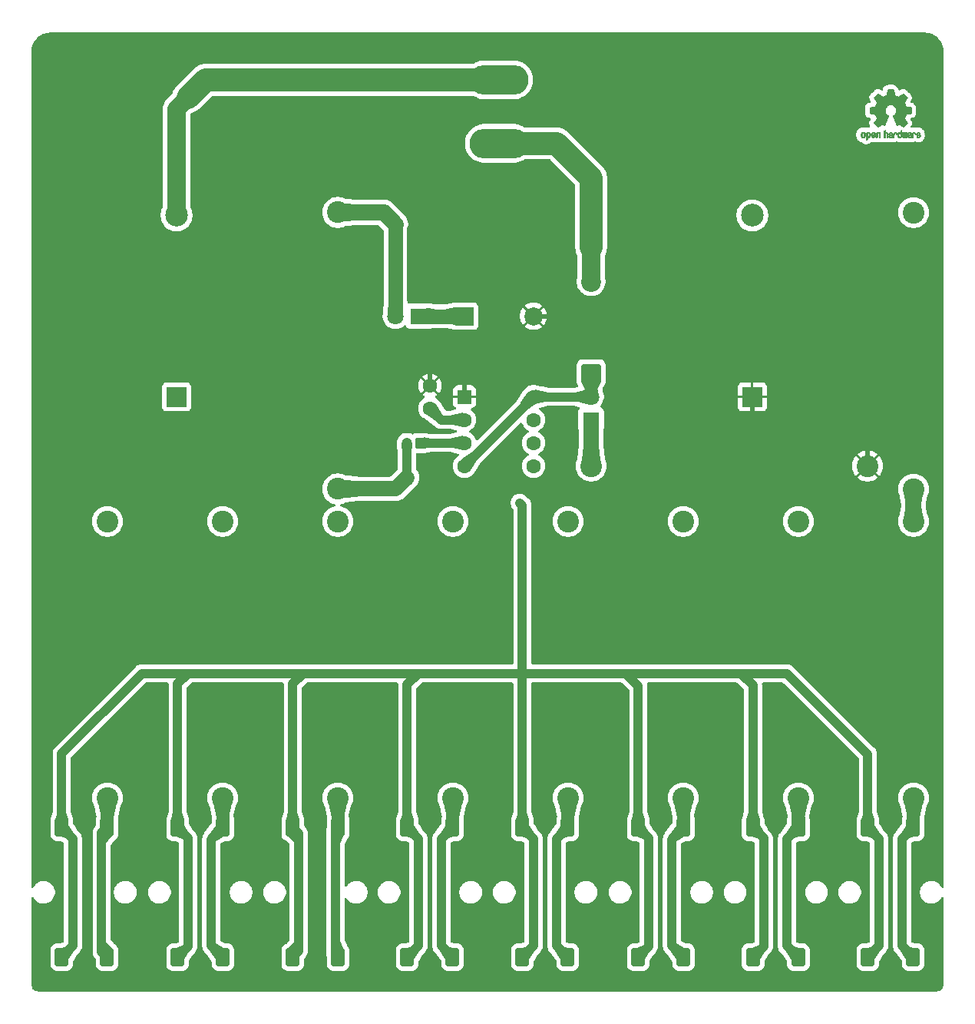
<source format=gbr>
%TF.GenerationSoftware,KiCad,Pcbnew,9.0.6*%
%TF.CreationDate,2025-12-13T22:30:01+01:00*%
%TF.ProjectId,piano,7069616e-6f2e-46b6-9963-61645f706362,rev?*%
%TF.SameCoordinates,Original*%
%TF.FileFunction,Copper,L1,Top*%
%TF.FilePolarity,Positive*%
%FSLAX46Y46*%
G04 Gerber Fmt 4.6, Leading zero omitted, Abs format (unit mm)*
G04 Created by KiCad (PCBNEW 9.0.6) date 2025-12-13 22:30:01*
%MOMM*%
%LPD*%
G01*
G04 APERTURE LIST*
G04 Aperture macros list*
%AMRoundRect*
0 Rectangle with rounded corners*
0 $1 Rounding radius*
0 $2 $3 $4 $5 $6 $7 $8 $9 X,Y pos of 4 corners*
0 Add a 4 corners polygon primitive as box body*
4,1,4,$2,$3,$4,$5,$6,$7,$8,$9,$2,$3,0*
0 Add four circle primitives for the rounded corners*
1,1,$1+$1,$2,$3*
1,1,$1+$1,$4,$5*
1,1,$1+$1,$6,$7*
1,1,$1+$1,$8,$9*
0 Add four rect primitives between the rounded corners*
20,1,$1+$1,$2,$3,$4,$5,0*
20,1,$1+$1,$4,$5,$6,$7,0*
20,1,$1+$1,$6,$7,$8,$9,0*
20,1,$1+$1,$8,$9,$2,$3,0*%
G04 Aperture macros list end*
%TA.AperFunction,EtchedComponent*%
%ADD10C,0.010000*%
%TD*%
%TA.AperFunction,ComponentPad*%
%ADD11R,1.800000X1.800000*%
%TD*%
%TA.AperFunction,ComponentPad*%
%ADD12C,1.800000*%
%TD*%
%TA.AperFunction,ComponentPad*%
%ADD13R,2.000000X2.000000*%
%TD*%
%TA.AperFunction,ComponentPad*%
%ADD14C,2.000000*%
%TD*%
%TA.AperFunction,ComponentPad*%
%ADD15C,2.400000*%
%TD*%
%TA.AperFunction,ComponentPad*%
%ADD16RoundRect,0.250000X0.350000X0.350000X-0.350000X0.350000X-0.350000X-0.350000X0.350000X-0.350000X0*%
%TD*%
%TA.AperFunction,ComponentPad*%
%ADD17C,1.200000*%
%TD*%
%TA.AperFunction,ComponentPad*%
%ADD18O,6.520000X3.260000*%
%TD*%
%TA.AperFunction,SMDPad,CuDef*%
%ADD19RoundRect,0.250000X0.500000X-0.750000X0.500000X0.750000X-0.500000X0.750000X-0.500000X-0.750000X0*%
%TD*%
%TA.AperFunction,ComponentPad*%
%ADD20R,2.170000X2.170000*%
%TD*%
%TA.AperFunction,ComponentPad*%
%ADD21C,2.500000*%
%TD*%
%TA.AperFunction,ComponentPad*%
%ADD22C,1.600000*%
%TD*%
%TA.AperFunction,ComponentPad*%
%ADD23RoundRect,0.249999X0.850001X-0.850001X0.850001X0.850001X-0.850001X0.850001X-0.850001X-0.850001X0*%
%TD*%
%TA.AperFunction,ComponentPad*%
%ADD24C,2.200000*%
%TD*%
%TA.AperFunction,ComponentPad*%
%ADD25RoundRect,0.250000X-0.550000X-0.550000X0.550000X-0.550000X0.550000X0.550000X-0.550000X0.550000X0*%
%TD*%
%TA.AperFunction,ViaPad*%
%ADD26C,0.500000*%
%TD*%
%TA.AperFunction,ViaPad*%
%ADD27C,0.600000*%
%TD*%
%TA.AperFunction,Conductor*%
%ADD28C,2.500000*%
%TD*%
%TA.AperFunction,Conductor*%
%ADD29C,2.000000*%
%TD*%
%TA.AperFunction,Conductor*%
%ADD30C,0.500000*%
%TD*%
%TA.AperFunction,Conductor*%
%ADD31C,1.600000*%
%TD*%
%TA.AperFunction,Conductor*%
%ADD32C,1.000000*%
%TD*%
%TA.AperFunction,Conductor*%
%ADD33C,1.700000*%
%TD*%
%TA.AperFunction,Conductor*%
%ADD34C,1.300000*%
%TD*%
%TA.AperFunction,Conductor*%
%ADD35C,1.800000*%
%TD*%
G04 APERTURE END LIST*
D10*
%TO.C,REF\u002A\u002A*%
X199502600Y-61013752D02*
X199519948Y-61021334D01*
X199561356Y-61054128D01*
X199596765Y-61101547D01*
X199618664Y-61152151D01*
X199622229Y-61177098D01*
X199610279Y-61211927D01*
X199584067Y-61230357D01*
X199555964Y-61241516D01*
X199543095Y-61243572D01*
X199536829Y-61228649D01*
X199524456Y-61196175D01*
X199519028Y-61181502D01*
X199488590Y-61130744D01*
X199444520Y-61105427D01*
X199388010Y-61106206D01*
X199383825Y-61107203D01*
X199353655Y-61121507D01*
X199331476Y-61149393D01*
X199316327Y-61194287D01*
X199307250Y-61259615D01*
X199303286Y-61348804D01*
X199302914Y-61396261D01*
X199302730Y-61471071D01*
X199301522Y-61522069D01*
X199298309Y-61554471D01*
X199292109Y-61573495D01*
X199281940Y-61584356D01*
X199266819Y-61592272D01*
X199265946Y-61592670D01*
X199236828Y-61604981D01*
X199222403Y-61609514D01*
X199220186Y-61595809D01*
X199218289Y-61557925D01*
X199216847Y-61500715D01*
X199215998Y-61429027D01*
X199215829Y-61376565D01*
X199216692Y-61275047D01*
X199220070Y-61198032D01*
X199227142Y-61141023D01*
X199239088Y-61099526D01*
X199257090Y-61069043D01*
X199282327Y-61045080D01*
X199307247Y-61028355D01*
X199367171Y-61006097D01*
X199436911Y-61001076D01*
X199502600Y-61013752D01*
%TA.AperFunction,EtchedComponent*%
G36*
X199502600Y-61013752D02*
G01*
X199519948Y-61021334D01*
X199561356Y-61054128D01*
X199596765Y-61101547D01*
X199618664Y-61152151D01*
X199622229Y-61177098D01*
X199610279Y-61211927D01*
X199584067Y-61230357D01*
X199555964Y-61241516D01*
X199543095Y-61243572D01*
X199536829Y-61228649D01*
X199524456Y-61196175D01*
X199519028Y-61181502D01*
X199488590Y-61130744D01*
X199444520Y-61105427D01*
X199388010Y-61106206D01*
X199383825Y-61107203D01*
X199353655Y-61121507D01*
X199331476Y-61149393D01*
X199316327Y-61194287D01*
X199307250Y-61259615D01*
X199303286Y-61348804D01*
X199302914Y-61396261D01*
X199302730Y-61471071D01*
X199301522Y-61522069D01*
X199298309Y-61554471D01*
X199292109Y-61573495D01*
X199281940Y-61584356D01*
X199266819Y-61592272D01*
X199265946Y-61592670D01*
X199236828Y-61604981D01*
X199222403Y-61609514D01*
X199220186Y-61595809D01*
X199218289Y-61557925D01*
X199216847Y-61500715D01*
X199215998Y-61429027D01*
X199215829Y-61376565D01*
X199216692Y-61275047D01*
X199220070Y-61198032D01*
X199227142Y-61141023D01*
X199239088Y-61099526D01*
X199257090Y-61069043D01*
X199282327Y-61045080D01*
X199307247Y-61028355D01*
X199367171Y-61006097D01*
X199436911Y-61001076D01*
X199502600Y-61013752D01*
G37*
%TD.AperFunction*%
X195566093Y-60982780D02*
X195612672Y-61009723D01*
X195645057Y-61036466D01*
X195668742Y-61064484D01*
X195685059Y-61098748D01*
X195695339Y-61144227D01*
X195700914Y-61205892D01*
X195703116Y-61288711D01*
X195703371Y-61348246D01*
X195703371Y-61567391D01*
X195641686Y-61595044D01*
X195580000Y-61622697D01*
X195572743Y-61382670D01*
X195569744Y-61293028D01*
X195566598Y-61227962D01*
X195562701Y-61183026D01*
X195557447Y-61153770D01*
X195550231Y-61135748D01*
X195540450Y-61124511D01*
X195537312Y-61122079D01*
X195489761Y-61103083D01*
X195441697Y-61110600D01*
X195413086Y-61130543D01*
X195401447Y-61144675D01*
X195393391Y-61163220D01*
X195388271Y-61191334D01*
X195385441Y-61234173D01*
X195384256Y-61296895D01*
X195384057Y-61362261D01*
X195384018Y-61444268D01*
X195382614Y-61502316D01*
X195377914Y-61541465D01*
X195367987Y-61566780D01*
X195350903Y-61583323D01*
X195324732Y-61596156D01*
X195289775Y-61609491D01*
X195251596Y-61624007D01*
X195256141Y-61366389D01*
X195257971Y-61273519D01*
X195260112Y-61204889D01*
X195263181Y-61155711D01*
X195267794Y-61121198D01*
X195274568Y-61096562D01*
X195284119Y-61077016D01*
X195295634Y-61059770D01*
X195351190Y-61004680D01*
X195418980Y-60972822D01*
X195492713Y-60965191D01*
X195566093Y-60982780D01*
%TA.AperFunction,EtchedComponent*%
G36*
X195566093Y-60982780D02*
G01*
X195612672Y-61009723D01*
X195645057Y-61036466D01*
X195668742Y-61064484D01*
X195685059Y-61098748D01*
X195695339Y-61144227D01*
X195700914Y-61205892D01*
X195703116Y-61288711D01*
X195703371Y-61348246D01*
X195703371Y-61567391D01*
X195641686Y-61595044D01*
X195580000Y-61622697D01*
X195572743Y-61382670D01*
X195569744Y-61293028D01*
X195566598Y-61227962D01*
X195562701Y-61183026D01*
X195557447Y-61153770D01*
X195550231Y-61135748D01*
X195540450Y-61124511D01*
X195537312Y-61122079D01*
X195489761Y-61103083D01*
X195441697Y-61110600D01*
X195413086Y-61130543D01*
X195401447Y-61144675D01*
X195393391Y-61163220D01*
X195388271Y-61191334D01*
X195385441Y-61234173D01*
X195384256Y-61296895D01*
X195384057Y-61362261D01*
X195384018Y-61444268D01*
X195382614Y-61502316D01*
X195377914Y-61541465D01*
X195367987Y-61566780D01*
X195350903Y-61583323D01*
X195324732Y-61596156D01*
X195289775Y-61609491D01*
X195251596Y-61624007D01*
X195256141Y-61366389D01*
X195257971Y-61273519D01*
X195260112Y-61204889D01*
X195263181Y-61155711D01*
X195267794Y-61121198D01*
X195274568Y-61096562D01*
X195284119Y-61077016D01*
X195295634Y-61059770D01*
X195351190Y-61004680D01*
X195418980Y-60972822D01*
X195492713Y-60965191D01*
X195566093Y-60982780D01*
G37*
%TD.AperFunction*%
X197379926Y-61004755D02*
X197445858Y-61029084D01*
X197499273Y-61072117D01*
X197520164Y-61102409D01*
X197542939Y-61157994D01*
X197542466Y-61198186D01*
X197518562Y-61225217D01*
X197509717Y-61229813D01*
X197471530Y-61244144D01*
X197452028Y-61240472D01*
X197445422Y-61216407D01*
X197445086Y-61203114D01*
X197432992Y-61154210D01*
X197401471Y-61119999D01*
X197357659Y-61103476D01*
X197308695Y-61107634D01*
X197268894Y-61129227D01*
X197255450Y-61141544D01*
X197245921Y-61156487D01*
X197239485Y-61179075D01*
X197235317Y-61214328D01*
X197232597Y-61267266D01*
X197230502Y-61342907D01*
X197229960Y-61366857D01*
X197227981Y-61448790D01*
X197225731Y-61506455D01*
X197222357Y-61544608D01*
X197217006Y-61568004D01*
X197208824Y-61581398D01*
X197196959Y-61589545D01*
X197189362Y-61593144D01*
X197157102Y-61605452D01*
X197138111Y-61609514D01*
X197131836Y-61595948D01*
X197128006Y-61554934D01*
X197126600Y-61485999D01*
X197127598Y-61388669D01*
X197127908Y-61373657D01*
X197130101Y-61284859D01*
X197132693Y-61220019D01*
X197136382Y-61174067D01*
X197141864Y-61141935D01*
X197149835Y-61118553D01*
X197160993Y-61098852D01*
X197166830Y-61090410D01*
X197200296Y-61053057D01*
X197237727Y-61024003D01*
X197242309Y-61021467D01*
X197309426Y-61001443D01*
X197379926Y-61004755D01*
%TA.AperFunction,EtchedComponent*%
G36*
X197379926Y-61004755D02*
G01*
X197445858Y-61029084D01*
X197499273Y-61072117D01*
X197520164Y-61102409D01*
X197542939Y-61157994D01*
X197542466Y-61198186D01*
X197518562Y-61225217D01*
X197509717Y-61229813D01*
X197471530Y-61244144D01*
X197452028Y-61240472D01*
X197445422Y-61216407D01*
X197445086Y-61203114D01*
X197432992Y-61154210D01*
X197401471Y-61119999D01*
X197357659Y-61103476D01*
X197308695Y-61107634D01*
X197268894Y-61129227D01*
X197255450Y-61141544D01*
X197245921Y-61156487D01*
X197239485Y-61179075D01*
X197235317Y-61214328D01*
X197232597Y-61267266D01*
X197230502Y-61342907D01*
X197229960Y-61366857D01*
X197227981Y-61448790D01*
X197225731Y-61506455D01*
X197222357Y-61544608D01*
X197217006Y-61568004D01*
X197208824Y-61581398D01*
X197196959Y-61589545D01*
X197189362Y-61593144D01*
X197157102Y-61605452D01*
X197138111Y-61609514D01*
X197131836Y-61595948D01*
X197128006Y-61554934D01*
X197126600Y-61485999D01*
X197127598Y-61388669D01*
X197127908Y-61373657D01*
X197130101Y-61284859D01*
X197132693Y-61220019D01*
X197136382Y-61174067D01*
X197141864Y-61141935D01*
X197149835Y-61118553D01*
X197160993Y-61098852D01*
X197166830Y-61090410D01*
X197200296Y-61053057D01*
X197237727Y-61024003D01*
X197242309Y-61021467D01*
X197309426Y-61001443D01*
X197379926Y-61004755D01*
G37*
%TD.AperFunction*%
X196225886Y-60906289D02*
X196230139Y-60965613D01*
X196235025Y-61000572D01*
X196241795Y-61015820D01*
X196251702Y-61016015D01*
X196254914Y-61014195D01*
X196297644Y-61001015D01*
X196353227Y-61001785D01*
X196409737Y-61015333D01*
X196445082Y-61032861D01*
X196481321Y-61060861D01*
X196507813Y-61092549D01*
X196525999Y-61132813D01*
X196537322Y-61186543D01*
X196543222Y-61258626D01*
X196545143Y-61353951D01*
X196545177Y-61372237D01*
X196545200Y-61577646D01*
X196499491Y-61593580D01*
X196467027Y-61604420D01*
X196449215Y-61609468D01*
X196448691Y-61609514D01*
X196446937Y-61595828D01*
X196445444Y-61558076D01*
X196444326Y-61501224D01*
X196443697Y-61430234D01*
X196443600Y-61387073D01*
X196443398Y-61301973D01*
X196442358Y-61240981D01*
X196439831Y-61199177D01*
X196435164Y-61171642D01*
X196427707Y-61153456D01*
X196416811Y-61139698D01*
X196410007Y-61133073D01*
X196363272Y-61106375D01*
X196312272Y-61104375D01*
X196266001Y-61126955D01*
X196257444Y-61135107D01*
X196244893Y-61150436D01*
X196236188Y-61168618D01*
X196230631Y-61194909D01*
X196227526Y-61234562D01*
X196226176Y-61292832D01*
X196225886Y-61373173D01*
X196225886Y-61577646D01*
X196180177Y-61593580D01*
X196147713Y-61604420D01*
X196129901Y-61609468D01*
X196129377Y-61609514D01*
X196128037Y-61595623D01*
X196126828Y-61556439D01*
X196125801Y-61495700D01*
X196125002Y-61417141D01*
X196124481Y-61324498D01*
X196124286Y-61221509D01*
X196124286Y-60824342D01*
X196171457Y-60804444D01*
X196218629Y-60784547D01*
X196225886Y-60906289D01*
%TA.AperFunction,EtchedComponent*%
G36*
X196225886Y-60906289D02*
G01*
X196230139Y-60965613D01*
X196235025Y-61000572D01*
X196241795Y-61015820D01*
X196251702Y-61016015D01*
X196254914Y-61014195D01*
X196297644Y-61001015D01*
X196353227Y-61001785D01*
X196409737Y-61015333D01*
X196445082Y-61032861D01*
X196481321Y-61060861D01*
X196507813Y-61092549D01*
X196525999Y-61132813D01*
X196537322Y-61186543D01*
X196543222Y-61258626D01*
X196545143Y-61353951D01*
X196545177Y-61372237D01*
X196545200Y-61577646D01*
X196499491Y-61593580D01*
X196467027Y-61604420D01*
X196449215Y-61609468D01*
X196448691Y-61609514D01*
X196446937Y-61595828D01*
X196445444Y-61558076D01*
X196444326Y-61501224D01*
X196443697Y-61430234D01*
X196443600Y-61387073D01*
X196443398Y-61301973D01*
X196442358Y-61240981D01*
X196439831Y-61199177D01*
X196435164Y-61171642D01*
X196427707Y-61153456D01*
X196416811Y-61139698D01*
X196410007Y-61133073D01*
X196363272Y-61106375D01*
X196312272Y-61104375D01*
X196266001Y-61126955D01*
X196257444Y-61135107D01*
X196244893Y-61150436D01*
X196236188Y-61168618D01*
X196230631Y-61194909D01*
X196227526Y-61234562D01*
X196226176Y-61292832D01*
X196225886Y-61373173D01*
X196225886Y-61577646D01*
X196180177Y-61593580D01*
X196147713Y-61604420D01*
X196129901Y-61609468D01*
X196129377Y-61609514D01*
X196128037Y-61595623D01*
X196126828Y-61556439D01*
X196125801Y-61495700D01*
X196125002Y-61417141D01*
X196124481Y-61324498D01*
X196124286Y-61221509D01*
X196124286Y-60824342D01*
X196171457Y-60804444D01*
X196218629Y-60784547D01*
X196225886Y-60906289D01*
G37*
%TD.AperFunction*%
X198629833Y-61013663D02*
X198632048Y-61051850D01*
X198633784Y-61109886D01*
X198634899Y-61183180D01*
X198635257Y-61260055D01*
X198635257Y-61520196D01*
X198589326Y-61566127D01*
X198557675Y-61594429D01*
X198529890Y-61605893D01*
X198491915Y-61605168D01*
X198476840Y-61603321D01*
X198429726Y-61597948D01*
X198390756Y-61594869D01*
X198381257Y-61594585D01*
X198349233Y-61596445D01*
X198303432Y-61601114D01*
X198285674Y-61603321D01*
X198242057Y-61606735D01*
X198212745Y-61599320D01*
X198183680Y-61576427D01*
X198173188Y-61566127D01*
X198127257Y-61520196D01*
X198127257Y-61033602D01*
X198164226Y-61016758D01*
X198196059Y-61004282D01*
X198214683Y-60999914D01*
X198219458Y-61013718D01*
X198223921Y-61052286D01*
X198227775Y-61111356D01*
X198230722Y-61186663D01*
X198232143Y-61250286D01*
X198236114Y-61500657D01*
X198270759Y-61505556D01*
X198302268Y-61502131D01*
X198317708Y-61491041D01*
X198322023Y-61470308D01*
X198325708Y-61426145D01*
X198328469Y-61364146D01*
X198330012Y-61289909D01*
X198330235Y-61251706D01*
X198330457Y-61031783D01*
X198376166Y-61015849D01*
X198408518Y-61005015D01*
X198426115Y-60999962D01*
X198426623Y-60999914D01*
X198428388Y-61013648D01*
X198430329Y-61051730D01*
X198432282Y-61109482D01*
X198434084Y-61182227D01*
X198435343Y-61250286D01*
X198439314Y-61500657D01*
X198526400Y-61500657D01*
X198530396Y-61272240D01*
X198534392Y-61043822D01*
X198576847Y-61021868D01*
X198608192Y-61006793D01*
X198626744Y-60999951D01*
X198627279Y-60999914D01*
X198629833Y-61013663D01*
%TA.AperFunction,EtchedComponent*%
G36*
X198629833Y-61013663D02*
G01*
X198632048Y-61051850D01*
X198633784Y-61109886D01*
X198634899Y-61183180D01*
X198635257Y-61260055D01*
X198635257Y-61520196D01*
X198589326Y-61566127D01*
X198557675Y-61594429D01*
X198529890Y-61605893D01*
X198491915Y-61605168D01*
X198476840Y-61603321D01*
X198429726Y-61597948D01*
X198390756Y-61594869D01*
X198381257Y-61594585D01*
X198349233Y-61596445D01*
X198303432Y-61601114D01*
X198285674Y-61603321D01*
X198242057Y-61606735D01*
X198212745Y-61599320D01*
X198183680Y-61576427D01*
X198173188Y-61566127D01*
X198127257Y-61520196D01*
X198127257Y-61033602D01*
X198164226Y-61016758D01*
X198196059Y-61004282D01*
X198214683Y-60999914D01*
X198219458Y-61013718D01*
X198223921Y-61052286D01*
X198227775Y-61111356D01*
X198230722Y-61186663D01*
X198232143Y-61250286D01*
X198236114Y-61500657D01*
X198270759Y-61505556D01*
X198302268Y-61502131D01*
X198317708Y-61491041D01*
X198322023Y-61470308D01*
X198325708Y-61426145D01*
X198328469Y-61364146D01*
X198330012Y-61289909D01*
X198330235Y-61251706D01*
X198330457Y-61031783D01*
X198376166Y-61015849D01*
X198408518Y-61005015D01*
X198426115Y-60999962D01*
X198426623Y-60999914D01*
X198428388Y-61013648D01*
X198430329Y-61051730D01*
X198432282Y-61109482D01*
X198434084Y-61182227D01*
X198435343Y-61250286D01*
X198439314Y-61500657D01*
X198526400Y-61500657D01*
X198530396Y-61272240D01*
X198534392Y-61043822D01*
X198576847Y-61021868D01*
X198608192Y-61006793D01*
X198626744Y-60999951D01*
X198627279Y-60999914D01*
X198629833Y-61013663D01*
G37*
%TD.AperFunction*%
X193891115Y-60976962D02*
X193959145Y-61012733D01*
X194009351Y-61070301D01*
X194027185Y-61107312D01*
X194041063Y-61162882D01*
X194048167Y-61233096D01*
X194048840Y-61309727D01*
X194043427Y-61384552D01*
X194032270Y-61449342D01*
X194015714Y-61495873D01*
X194010626Y-61503887D01*
X193950355Y-61563707D01*
X193878769Y-61599535D01*
X193801092Y-61610020D01*
X193722548Y-61593810D01*
X193700689Y-61584092D01*
X193658122Y-61554143D01*
X193620763Y-61514433D01*
X193617232Y-61509397D01*
X193602881Y-61485124D01*
X193593394Y-61459178D01*
X193587790Y-61425022D01*
X193585086Y-61376119D01*
X193584299Y-61305935D01*
X193584286Y-61290200D01*
X193584322Y-61285192D01*
X193729429Y-61285192D01*
X193730273Y-61351430D01*
X193733596Y-61395386D01*
X193740583Y-61423779D01*
X193752416Y-61443325D01*
X193758457Y-61449857D01*
X193793186Y-61474680D01*
X193826903Y-61473548D01*
X193860995Y-61452016D01*
X193881329Y-61429029D01*
X193893371Y-61395478D01*
X193900134Y-61342569D01*
X193900598Y-61336399D01*
X193901752Y-61240513D01*
X193889688Y-61169299D01*
X193864570Y-61123194D01*
X193826560Y-61102635D01*
X193812992Y-61101514D01*
X193777364Y-61107152D01*
X193752994Y-61126686D01*
X193738093Y-61164042D01*
X193730875Y-61223150D01*
X193729429Y-61285192D01*
X193584322Y-61285192D01*
X193584826Y-61215413D01*
X193587096Y-61163159D01*
X193592068Y-61126949D01*
X193600713Y-61100299D01*
X193614005Y-61076722D01*
X193616943Y-61072338D01*
X193666313Y-61013249D01*
X193720109Y-60978947D01*
X193785602Y-60965331D01*
X193807842Y-60964665D01*
X193891115Y-60976962D01*
%TA.AperFunction,EtchedComponent*%
G36*
X193891115Y-60976962D02*
G01*
X193959145Y-61012733D01*
X194009351Y-61070301D01*
X194027185Y-61107312D01*
X194041063Y-61162882D01*
X194048167Y-61233096D01*
X194048840Y-61309727D01*
X194043427Y-61384552D01*
X194032270Y-61449342D01*
X194015714Y-61495873D01*
X194010626Y-61503887D01*
X193950355Y-61563707D01*
X193878769Y-61599535D01*
X193801092Y-61610020D01*
X193722548Y-61593810D01*
X193700689Y-61584092D01*
X193658122Y-61554143D01*
X193620763Y-61514433D01*
X193617232Y-61509397D01*
X193602881Y-61485124D01*
X193593394Y-61459178D01*
X193587790Y-61425022D01*
X193585086Y-61376119D01*
X193584299Y-61305935D01*
X193584286Y-61290200D01*
X193584322Y-61285192D01*
X193729429Y-61285192D01*
X193730273Y-61351430D01*
X193733596Y-61395386D01*
X193740583Y-61423779D01*
X193752416Y-61443325D01*
X193758457Y-61449857D01*
X193793186Y-61474680D01*
X193826903Y-61473548D01*
X193860995Y-61452016D01*
X193881329Y-61429029D01*
X193893371Y-61395478D01*
X193900134Y-61342569D01*
X193900598Y-61336399D01*
X193901752Y-61240513D01*
X193889688Y-61169299D01*
X193864570Y-61123194D01*
X193826560Y-61102635D01*
X193812992Y-61101514D01*
X193777364Y-61107152D01*
X193752994Y-61126686D01*
X193738093Y-61164042D01*
X193730875Y-61223150D01*
X193729429Y-61285192D01*
X193584322Y-61285192D01*
X193584826Y-61215413D01*
X193587096Y-61163159D01*
X193592068Y-61126949D01*
X193600713Y-61100299D01*
X193614005Y-61076722D01*
X193616943Y-61072338D01*
X193666313Y-61013249D01*
X193720109Y-60978947D01*
X193785602Y-60965331D01*
X193807842Y-60964665D01*
X193891115Y-60976962D01*
G37*
%TD.AperFunction*%
X200003595Y-61021966D02*
X200061021Y-61059497D01*
X200088719Y-61093096D01*
X200110662Y-61154064D01*
X200112405Y-61202308D01*
X200108457Y-61266816D01*
X199959686Y-61331934D01*
X199887349Y-61365202D01*
X199840084Y-61391964D01*
X199815507Y-61415144D01*
X199811237Y-61437667D01*
X199824889Y-61462455D01*
X199839943Y-61478886D01*
X199883746Y-61505235D01*
X199931389Y-61507081D01*
X199975145Y-61486546D01*
X200007289Y-61445752D01*
X200013038Y-61431347D01*
X200040576Y-61386356D01*
X200072258Y-61367182D01*
X200115714Y-61350779D01*
X200115714Y-61412966D01*
X200111872Y-61455283D01*
X200096823Y-61490969D01*
X200065280Y-61531943D01*
X200060592Y-61537267D01*
X200025506Y-61573720D01*
X199995347Y-61593283D01*
X199957615Y-61602283D01*
X199926335Y-61605230D01*
X199870385Y-61605965D01*
X199830555Y-61596660D01*
X199805708Y-61582846D01*
X199766656Y-61552467D01*
X199739625Y-61519613D01*
X199722517Y-61478294D01*
X199713238Y-61422521D01*
X199709693Y-61346305D01*
X199709410Y-61307622D01*
X199710372Y-61261247D01*
X199798007Y-61261247D01*
X199799023Y-61286126D01*
X199801556Y-61290200D01*
X199818274Y-61284665D01*
X199854249Y-61270017D01*
X199902331Y-61249190D01*
X199912386Y-61244714D01*
X199973152Y-61213814D01*
X200006632Y-61186657D01*
X200013990Y-61161220D01*
X199996391Y-61135481D01*
X199981856Y-61124109D01*
X199929410Y-61101364D01*
X199880322Y-61105122D01*
X199839227Y-61132884D01*
X199810758Y-61182152D01*
X199801631Y-61221257D01*
X199798007Y-61261247D01*
X199710372Y-61261247D01*
X199711285Y-61217249D01*
X199718196Y-61150384D01*
X199731884Y-61101695D01*
X199754096Y-61065849D01*
X199786574Y-61037513D01*
X199800733Y-61028355D01*
X199865053Y-61004507D01*
X199935473Y-61003006D01*
X200003595Y-61021966D01*
%TA.AperFunction,EtchedComponent*%
G36*
X200003595Y-61021966D02*
G01*
X200061021Y-61059497D01*
X200088719Y-61093096D01*
X200110662Y-61154064D01*
X200112405Y-61202308D01*
X200108457Y-61266816D01*
X199959686Y-61331934D01*
X199887349Y-61365202D01*
X199840084Y-61391964D01*
X199815507Y-61415144D01*
X199811237Y-61437667D01*
X199824889Y-61462455D01*
X199839943Y-61478886D01*
X199883746Y-61505235D01*
X199931389Y-61507081D01*
X199975145Y-61486546D01*
X200007289Y-61445752D01*
X200013038Y-61431347D01*
X200040576Y-61386356D01*
X200072258Y-61367182D01*
X200115714Y-61350779D01*
X200115714Y-61412966D01*
X200111872Y-61455283D01*
X200096823Y-61490969D01*
X200065280Y-61531943D01*
X200060592Y-61537267D01*
X200025506Y-61573720D01*
X199995347Y-61593283D01*
X199957615Y-61602283D01*
X199926335Y-61605230D01*
X199870385Y-61605965D01*
X199830555Y-61596660D01*
X199805708Y-61582846D01*
X199766656Y-61552467D01*
X199739625Y-61519613D01*
X199722517Y-61478294D01*
X199713238Y-61422521D01*
X199709693Y-61346305D01*
X199709410Y-61307622D01*
X199710372Y-61261247D01*
X199798007Y-61261247D01*
X199799023Y-61286126D01*
X199801556Y-61290200D01*
X199818274Y-61284665D01*
X199854249Y-61270017D01*
X199902331Y-61249190D01*
X199912386Y-61244714D01*
X199973152Y-61213814D01*
X200006632Y-61186657D01*
X200013990Y-61161220D01*
X199996391Y-61135481D01*
X199981856Y-61124109D01*
X199929410Y-61101364D01*
X199880322Y-61105122D01*
X199839227Y-61132884D01*
X199810758Y-61182152D01*
X199801631Y-61221257D01*
X199798007Y-61261247D01*
X199710372Y-61261247D01*
X199711285Y-61217249D01*
X199718196Y-61150384D01*
X199731884Y-61101695D01*
X199754096Y-61065849D01*
X199786574Y-61037513D01*
X199800733Y-61028355D01*
X199865053Y-61004507D01*
X199935473Y-61003006D01*
X200003595Y-61021966D01*
G37*
%TD.AperFunction*%
X198040117Y-61120358D02*
X198039933Y-61228837D01*
X198039219Y-61312287D01*
X198037675Y-61374704D01*
X198035001Y-61420085D01*
X198030894Y-61452429D01*
X198025055Y-61475733D01*
X198017182Y-61493995D01*
X198011221Y-61504418D01*
X197961855Y-61560945D01*
X197899264Y-61596377D01*
X197830013Y-61609090D01*
X197760668Y-61597463D01*
X197719375Y-61576568D01*
X197676025Y-61540422D01*
X197646481Y-61496276D01*
X197628655Y-61438462D01*
X197620463Y-61361313D01*
X197619302Y-61304714D01*
X197619458Y-61300647D01*
X197720857Y-61300647D01*
X197721476Y-61365550D01*
X197724314Y-61408514D01*
X197730840Y-61436622D01*
X197742523Y-61456953D01*
X197756483Y-61472288D01*
X197803365Y-61501890D01*
X197853701Y-61504419D01*
X197901276Y-61479705D01*
X197904979Y-61476356D01*
X197920783Y-61458935D01*
X197930693Y-61438209D01*
X197936058Y-61407362D01*
X197938228Y-61359577D01*
X197938571Y-61306748D01*
X197937827Y-61240381D01*
X197934748Y-61196106D01*
X197928061Y-61167009D01*
X197916496Y-61146173D01*
X197907013Y-61135107D01*
X197862960Y-61107198D01*
X197812224Y-61103843D01*
X197763796Y-61125159D01*
X197754450Y-61133073D01*
X197738540Y-61150647D01*
X197728610Y-61171587D01*
X197723278Y-61202782D01*
X197721163Y-61251122D01*
X197720857Y-61300647D01*
X197619458Y-61300647D01*
X197622810Y-61213568D01*
X197634726Y-61145086D01*
X197657135Y-61093600D01*
X197692124Y-61053443D01*
X197719375Y-61032861D01*
X197768907Y-61010625D01*
X197826316Y-61000304D01*
X197879682Y-61003067D01*
X197909543Y-61014212D01*
X197921261Y-61017383D01*
X197929037Y-61005557D01*
X197934465Y-60973866D01*
X197938571Y-60925593D01*
X197943067Y-60871829D01*
X197949313Y-60839482D01*
X197960676Y-60820985D01*
X197980528Y-60808770D01*
X197993000Y-60803362D01*
X198040171Y-60783601D01*
X198040117Y-61120358D01*
%TA.AperFunction,EtchedComponent*%
G36*
X198040117Y-61120358D02*
G01*
X198039933Y-61228837D01*
X198039219Y-61312287D01*
X198037675Y-61374704D01*
X198035001Y-61420085D01*
X198030894Y-61452429D01*
X198025055Y-61475733D01*
X198017182Y-61493995D01*
X198011221Y-61504418D01*
X197961855Y-61560945D01*
X197899264Y-61596377D01*
X197830013Y-61609090D01*
X197760668Y-61597463D01*
X197719375Y-61576568D01*
X197676025Y-61540422D01*
X197646481Y-61496276D01*
X197628655Y-61438462D01*
X197620463Y-61361313D01*
X197619302Y-61304714D01*
X197619458Y-61300647D01*
X197720857Y-61300647D01*
X197721476Y-61365550D01*
X197724314Y-61408514D01*
X197730840Y-61436622D01*
X197742523Y-61456953D01*
X197756483Y-61472288D01*
X197803365Y-61501890D01*
X197853701Y-61504419D01*
X197901276Y-61479705D01*
X197904979Y-61476356D01*
X197920783Y-61458935D01*
X197930693Y-61438209D01*
X197936058Y-61407362D01*
X197938228Y-61359577D01*
X197938571Y-61306748D01*
X197937827Y-61240381D01*
X197934748Y-61196106D01*
X197928061Y-61167009D01*
X197916496Y-61146173D01*
X197907013Y-61135107D01*
X197862960Y-61107198D01*
X197812224Y-61103843D01*
X197763796Y-61125159D01*
X197754450Y-61133073D01*
X197738540Y-61150647D01*
X197728610Y-61171587D01*
X197723278Y-61202782D01*
X197721163Y-61251122D01*
X197720857Y-61300647D01*
X197619458Y-61300647D01*
X197622810Y-61213568D01*
X197634726Y-61145086D01*
X197657135Y-61093600D01*
X197692124Y-61053443D01*
X197719375Y-61032861D01*
X197768907Y-61010625D01*
X197826316Y-61000304D01*
X197879682Y-61003067D01*
X197909543Y-61014212D01*
X197921261Y-61017383D01*
X197929037Y-61005557D01*
X197934465Y-60973866D01*
X197938571Y-60925593D01*
X197943067Y-60871829D01*
X197949313Y-60839482D01*
X197960676Y-60820985D01*
X197980528Y-60808770D01*
X197993000Y-60803362D01*
X198040171Y-60783601D01*
X198040117Y-61120358D01*
G37*
%TD.AperFunction*%
X195018303Y-60986239D02*
X195075527Y-61024735D01*
X195119749Y-61080335D01*
X195146167Y-61151086D01*
X195151510Y-61203162D01*
X195150903Y-61224893D01*
X195145822Y-61241531D01*
X195131855Y-61256437D01*
X195104589Y-61272973D01*
X195059612Y-61294498D01*
X194992511Y-61324374D01*
X194992171Y-61324524D01*
X194930407Y-61352813D01*
X194879759Y-61377933D01*
X194845404Y-61397179D01*
X194832518Y-61407848D01*
X194832514Y-61407934D01*
X194843872Y-61431166D01*
X194870431Y-61456774D01*
X194900923Y-61475221D01*
X194916370Y-61478886D01*
X194958515Y-61466212D01*
X194994808Y-61434471D01*
X195012517Y-61399572D01*
X195029552Y-61373845D01*
X195062922Y-61344546D01*
X195102149Y-61319235D01*
X195136756Y-61305471D01*
X195143993Y-61304714D01*
X195152139Y-61317160D01*
X195152630Y-61348972D01*
X195146643Y-61391866D01*
X195135357Y-61437558D01*
X195119950Y-61477761D01*
X195119171Y-61479322D01*
X195072804Y-61544062D01*
X195012711Y-61588097D01*
X194944465Y-61609711D01*
X194873638Y-61607185D01*
X194805804Y-61578804D01*
X194802788Y-61576808D01*
X194749427Y-61528448D01*
X194714340Y-61465352D01*
X194694922Y-61382387D01*
X194692316Y-61359078D01*
X194687701Y-61249055D01*
X194693233Y-61197748D01*
X194832514Y-61197748D01*
X194834324Y-61229753D01*
X194844222Y-61239093D01*
X194868898Y-61232105D01*
X194907795Y-61215587D01*
X194951275Y-61194881D01*
X194952356Y-61194333D01*
X194989209Y-61174949D01*
X195004000Y-61162013D01*
X195000353Y-61148451D01*
X194984995Y-61130632D01*
X194945923Y-61104845D01*
X194903846Y-61102950D01*
X194866103Y-61121717D01*
X194840034Y-61157915D01*
X194832514Y-61197748D01*
X194693233Y-61197748D01*
X194697194Y-61161027D01*
X194721550Y-61091212D01*
X194755456Y-61042302D01*
X194816653Y-60992878D01*
X194884063Y-60968359D01*
X194952880Y-60966797D01*
X195018303Y-60986239D01*
%TA.AperFunction,EtchedComponent*%
G36*
X195018303Y-60986239D02*
G01*
X195075527Y-61024735D01*
X195119749Y-61080335D01*
X195146167Y-61151086D01*
X195151510Y-61203162D01*
X195150903Y-61224893D01*
X195145822Y-61241531D01*
X195131855Y-61256437D01*
X195104589Y-61272973D01*
X195059612Y-61294498D01*
X194992511Y-61324374D01*
X194992171Y-61324524D01*
X194930407Y-61352813D01*
X194879759Y-61377933D01*
X194845404Y-61397179D01*
X194832518Y-61407848D01*
X194832514Y-61407934D01*
X194843872Y-61431166D01*
X194870431Y-61456774D01*
X194900923Y-61475221D01*
X194916370Y-61478886D01*
X194958515Y-61466212D01*
X194994808Y-61434471D01*
X195012517Y-61399572D01*
X195029552Y-61373845D01*
X195062922Y-61344546D01*
X195102149Y-61319235D01*
X195136756Y-61305471D01*
X195143993Y-61304714D01*
X195152139Y-61317160D01*
X195152630Y-61348972D01*
X195146643Y-61391866D01*
X195135357Y-61437558D01*
X195119950Y-61477761D01*
X195119171Y-61479322D01*
X195072804Y-61544062D01*
X195012711Y-61588097D01*
X194944465Y-61609711D01*
X194873638Y-61607185D01*
X194805804Y-61578804D01*
X194802788Y-61576808D01*
X194749427Y-61528448D01*
X194714340Y-61465352D01*
X194694922Y-61382387D01*
X194692316Y-61359078D01*
X194687701Y-61249055D01*
X194693233Y-61197748D01*
X194832514Y-61197748D01*
X194834324Y-61229753D01*
X194844222Y-61239093D01*
X194868898Y-61232105D01*
X194907795Y-61215587D01*
X194951275Y-61194881D01*
X194952356Y-61194333D01*
X194989209Y-61174949D01*
X195004000Y-61162013D01*
X195000353Y-61148451D01*
X194984995Y-61130632D01*
X194945923Y-61104845D01*
X194903846Y-61102950D01*
X194866103Y-61121717D01*
X194840034Y-61157915D01*
X194832514Y-61197748D01*
X194693233Y-61197748D01*
X194697194Y-61161027D01*
X194721550Y-61091212D01*
X194755456Y-61042302D01*
X194816653Y-60992878D01*
X194884063Y-60968359D01*
X194952880Y-60966797D01*
X195018303Y-60986239D01*
G37*
%TD.AperFunction*%
X196889744Y-61005968D02*
X196946616Y-61027087D01*
X196947267Y-61027493D01*
X196982440Y-61053380D01*
X197008407Y-61083633D01*
X197026670Y-61123058D01*
X197038732Y-61176462D01*
X197046096Y-61248651D01*
X197050264Y-61344432D01*
X197050629Y-61358078D01*
X197055876Y-61563842D01*
X197011716Y-61586678D01*
X196979763Y-61602110D01*
X196960470Y-61609423D01*
X196959578Y-61609514D01*
X196956239Y-61596022D01*
X196953587Y-61559626D01*
X196951956Y-61506452D01*
X196951600Y-61463393D01*
X196951592Y-61393641D01*
X196948403Y-61349837D01*
X196937288Y-61328944D01*
X196913501Y-61327925D01*
X196872296Y-61343741D01*
X196810086Y-61372815D01*
X196764341Y-61396963D01*
X196740813Y-61417913D01*
X196733896Y-61440747D01*
X196733886Y-61441877D01*
X196745299Y-61481212D01*
X196779092Y-61502462D01*
X196830809Y-61505539D01*
X196868061Y-61505006D01*
X196887703Y-61515735D01*
X196899952Y-61541505D01*
X196907002Y-61574337D01*
X196896842Y-61592966D01*
X196893017Y-61595632D01*
X196857001Y-61606340D01*
X196806566Y-61607856D01*
X196754626Y-61600759D01*
X196717822Y-61587788D01*
X196666938Y-61544585D01*
X196638014Y-61484446D01*
X196632286Y-61437462D01*
X196636657Y-61395082D01*
X196652475Y-61360488D01*
X196683797Y-61329763D01*
X196734678Y-61298990D01*
X196809176Y-61264252D01*
X196813714Y-61262288D01*
X196880821Y-61231287D01*
X196922232Y-61205862D01*
X196939981Y-61183014D01*
X196936107Y-61159745D01*
X196912643Y-61133056D01*
X196905627Y-61126914D01*
X196858630Y-61103100D01*
X196809933Y-61104103D01*
X196767522Y-61127451D01*
X196739384Y-61170675D01*
X196736769Y-61179160D01*
X196711308Y-61220308D01*
X196679001Y-61240128D01*
X196632286Y-61259770D01*
X196632286Y-61208950D01*
X196646496Y-61135082D01*
X196688675Y-61067327D01*
X196710624Y-61044661D01*
X196760517Y-61015569D01*
X196823967Y-61002400D01*
X196889744Y-61005968D01*
%TA.AperFunction,EtchedComponent*%
G36*
X196889744Y-61005968D02*
G01*
X196946616Y-61027087D01*
X196947267Y-61027493D01*
X196982440Y-61053380D01*
X197008407Y-61083633D01*
X197026670Y-61123058D01*
X197038732Y-61176462D01*
X197046096Y-61248651D01*
X197050264Y-61344432D01*
X197050629Y-61358078D01*
X197055876Y-61563842D01*
X197011716Y-61586678D01*
X196979763Y-61602110D01*
X196960470Y-61609423D01*
X196959578Y-61609514D01*
X196956239Y-61596022D01*
X196953587Y-61559626D01*
X196951956Y-61506452D01*
X196951600Y-61463393D01*
X196951592Y-61393641D01*
X196948403Y-61349837D01*
X196937288Y-61328944D01*
X196913501Y-61327925D01*
X196872296Y-61343741D01*
X196810086Y-61372815D01*
X196764341Y-61396963D01*
X196740813Y-61417913D01*
X196733896Y-61440747D01*
X196733886Y-61441877D01*
X196745299Y-61481212D01*
X196779092Y-61502462D01*
X196830809Y-61505539D01*
X196868061Y-61505006D01*
X196887703Y-61515735D01*
X196899952Y-61541505D01*
X196907002Y-61574337D01*
X196896842Y-61592966D01*
X196893017Y-61595632D01*
X196857001Y-61606340D01*
X196806566Y-61607856D01*
X196754626Y-61600759D01*
X196717822Y-61587788D01*
X196666938Y-61544585D01*
X196638014Y-61484446D01*
X196632286Y-61437462D01*
X196636657Y-61395082D01*
X196652475Y-61360488D01*
X196683797Y-61329763D01*
X196734678Y-61298990D01*
X196809176Y-61264252D01*
X196813714Y-61262288D01*
X196880821Y-61231287D01*
X196922232Y-61205862D01*
X196939981Y-61183014D01*
X196936107Y-61159745D01*
X196912643Y-61133056D01*
X196905627Y-61126914D01*
X196858630Y-61103100D01*
X196809933Y-61104103D01*
X196767522Y-61127451D01*
X196739384Y-61170675D01*
X196736769Y-61179160D01*
X196711308Y-61220308D01*
X196679001Y-61240128D01*
X196632286Y-61259770D01*
X196632286Y-61208950D01*
X196646496Y-61135082D01*
X196688675Y-61067327D01*
X196710624Y-61044661D01*
X196760517Y-61015569D01*
X196823967Y-61002400D01*
X196889744Y-61005968D01*
G37*
%TD.AperFunction*%
X194449744Y-60974918D02*
X194505201Y-61002568D01*
X194554148Y-61053480D01*
X194567629Y-61072338D01*
X194582314Y-61097015D01*
X194591842Y-61123816D01*
X194597293Y-61159587D01*
X194599747Y-61211169D01*
X194600286Y-61279267D01*
X194597852Y-61372588D01*
X194589394Y-61442657D01*
X194573174Y-61494931D01*
X194547454Y-61534869D01*
X194510497Y-61567929D01*
X194507782Y-61569886D01*
X194471360Y-61589908D01*
X194427502Y-61599815D01*
X194371724Y-61602257D01*
X194281048Y-61602257D01*
X194281010Y-61690283D01*
X194280166Y-61739308D01*
X194275024Y-61768065D01*
X194261587Y-61785311D01*
X194235858Y-61799808D01*
X194229679Y-61802769D01*
X194200764Y-61816648D01*
X194178376Y-61825414D01*
X194161729Y-61826171D01*
X194150036Y-61816023D01*
X194142510Y-61792073D01*
X194138366Y-61751426D01*
X194136815Y-61691186D01*
X194137071Y-61608455D01*
X194138349Y-61500339D01*
X194138748Y-61468000D01*
X194140185Y-61356524D01*
X194141472Y-61283603D01*
X194280971Y-61283603D01*
X194281755Y-61345499D01*
X194285240Y-61385997D01*
X194293124Y-61412708D01*
X194307105Y-61433244D01*
X194316597Y-61443260D01*
X194355404Y-61472567D01*
X194389763Y-61474952D01*
X194425216Y-61450750D01*
X194426114Y-61449857D01*
X194440539Y-61431153D01*
X194449313Y-61405732D01*
X194453739Y-61366584D01*
X194455118Y-61306697D01*
X194455143Y-61293430D01*
X194451812Y-61210901D01*
X194440969Y-61153691D01*
X194421340Y-61118766D01*
X194391650Y-61103094D01*
X194374491Y-61101514D01*
X194333766Y-61108926D01*
X194305832Y-61133330D01*
X194289017Y-61177980D01*
X194281650Y-61246130D01*
X194280971Y-61283603D01*
X194141472Y-61283603D01*
X194141708Y-61270245D01*
X194143677Y-61205333D01*
X194146450Y-61157958D01*
X194150388Y-61124290D01*
X194155849Y-61100498D01*
X194163192Y-61082753D01*
X194172777Y-61067224D01*
X194176887Y-61061381D01*
X194231405Y-61006185D01*
X194300336Y-60974890D01*
X194380072Y-60966165D01*
X194449744Y-60974918D01*
%TA.AperFunction,EtchedComponent*%
G36*
X194449744Y-60974918D02*
G01*
X194505201Y-61002568D01*
X194554148Y-61053480D01*
X194567629Y-61072338D01*
X194582314Y-61097015D01*
X194591842Y-61123816D01*
X194597293Y-61159587D01*
X194599747Y-61211169D01*
X194600286Y-61279267D01*
X194597852Y-61372588D01*
X194589394Y-61442657D01*
X194573174Y-61494931D01*
X194547454Y-61534869D01*
X194510497Y-61567929D01*
X194507782Y-61569886D01*
X194471360Y-61589908D01*
X194427502Y-61599815D01*
X194371724Y-61602257D01*
X194281048Y-61602257D01*
X194281010Y-61690283D01*
X194280166Y-61739308D01*
X194275024Y-61768065D01*
X194261587Y-61785311D01*
X194235858Y-61799808D01*
X194229679Y-61802769D01*
X194200764Y-61816648D01*
X194178376Y-61825414D01*
X194161729Y-61826171D01*
X194150036Y-61816023D01*
X194142510Y-61792073D01*
X194138366Y-61751426D01*
X194136815Y-61691186D01*
X194137071Y-61608455D01*
X194138349Y-61500339D01*
X194138748Y-61468000D01*
X194140185Y-61356524D01*
X194141472Y-61283603D01*
X194280971Y-61283603D01*
X194281755Y-61345499D01*
X194285240Y-61385997D01*
X194293124Y-61412708D01*
X194307105Y-61433244D01*
X194316597Y-61443260D01*
X194355404Y-61472567D01*
X194389763Y-61474952D01*
X194425216Y-61450750D01*
X194426114Y-61449857D01*
X194440539Y-61431153D01*
X194449313Y-61405732D01*
X194453739Y-61366584D01*
X194455118Y-61306697D01*
X194455143Y-61293430D01*
X194451812Y-61210901D01*
X194440969Y-61153691D01*
X194421340Y-61118766D01*
X194391650Y-61103094D01*
X194374491Y-61101514D01*
X194333766Y-61108926D01*
X194305832Y-61133330D01*
X194289017Y-61177980D01*
X194281650Y-61246130D01*
X194280971Y-61283603D01*
X194141472Y-61283603D01*
X194141708Y-61270245D01*
X194143677Y-61205333D01*
X194146450Y-61157958D01*
X194150388Y-61124290D01*
X194155849Y-61100498D01*
X194163192Y-61082753D01*
X194172777Y-61067224D01*
X194176887Y-61061381D01*
X194231405Y-61006185D01*
X194300336Y-60974890D01*
X194380072Y-60966165D01*
X194449744Y-60974918D01*
G37*
%TD.AperFunction*%
X198994876Y-61011335D02*
X199036667Y-61030344D01*
X199069469Y-61053378D01*
X199093503Y-61079133D01*
X199110097Y-61112358D01*
X199120577Y-61157800D01*
X199126271Y-61220207D01*
X199128507Y-61304327D01*
X199128743Y-61359721D01*
X199128743Y-61575826D01*
X199091774Y-61592670D01*
X199062656Y-61604981D01*
X199048231Y-61609514D01*
X199045472Y-61596025D01*
X199043282Y-61559653D01*
X199041942Y-61506542D01*
X199041657Y-61464372D01*
X199040434Y-61403447D01*
X199037136Y-61355115D01*
X199032321Y-61325518D01*
X199028496Y-61319229D01*
X199002783Y-61325652D01*
X198962418Y-61342125D01*
X198915679Y-61364458D01*
X198870845Y-61388457D01*
X198836193Y-61409930D01*
X198820002Y-61424685D01*
X198819938Y-61424845D01*
X198821330Y-61452152D01*
X198833818Y-61478219D01*
X198855743Y-61499392D01*
X198887743Y-61506474D01*
X198915092Y-61505649D01*
X198953826Y-61505042D01*
X198974158Y-61514116D01*
X198986369Y-61538092D01*
X198987909Y-61542613D01*
X198993203Y-61576806D01*
X198979047Y-61597568D01*
X198942148Y-61607462D01*
X198902289Y-61609292D01*
X198830562Y-61595727D01*
X198793432Y-61576355D01*
X198747576Y-61530845D01*
X198723256Y-61474983D01*
X198721073Y-61415957D01*
X198741629Y-61360953D01*
X198772549Y-61326486D01*
X198803420Y-61307189D01*
X198851942Y-61282759D01*
X198908485Y-61257985D01*
X198917910Y-61254199D01*
X198980019Y-61226791D01*
X199015822Y-61202634D01*
X199027337Y-61178619D01*
X199016580Y-61151635D01*
X198998114Y-61130543D01*
X198954469Y-61104572D01*
X198906446Y-61102624D01*
X198862406Y-61122637D01*
X198830709Y-61162551D01*
X198826549Y-61172848D01*
X198802327Y-61210724D01*
X198766965Y-61238842D01*
X198722343Y-61261917D01*
X198722343Y-61196485D01*
X198724969Y-61156506D01*
X198736230Y-61124997D01*
X198761199Y-61091378D01*
X198785169Y-61065484D01*
X198822441Y-61028817D01*
X198851401Y-61009121D01*
X198882505Y-61001220D01*
X198917713Y-60999914D01*
X198994876Y-61011335D01*
%TA.AperFunction,EtchedComponent*%
G36*
X198994876Y-61011335D02*
G01*
X199036667Y-61030344D01*
X199069469Y-61053378D01*
X199093503Y-61079133D01*
X199110097Y-61112358D01*
X199120577Y-61157800D01*
X199126271Y-61220207D01*
X199128507Y-61304327D01*
X199128743Y-61359721D01*
X199128743Y-61575826D01*
X199091774Y-61592670D01*
X199062656Y-61604981D01*
X199048231Y-61609514D01*
X199045472Y-61596025D01*
X199043282Y-61559653D01*
X199041942Y-61506542D01*
X199041657Y-61464372D01*
X199040434Y-61403447D01*
X199037136Y-61355115D01*
X199032321Y-61325518D01*
X199028496Y-61319229D01*
X199002783Y-61325652D01*
X198962418Y-61342125D01*
X198915679Y-61364458D01*
X198870845Y-61388457D01*
X198836193Y-61409930D01*
X198820002Y-61424685D01*
X198819938Y-61424845D01*
X198821330Y-61452152D01*
X198833818Y-61478219D01*
X198855743Y-61499392D01*
X198887743Y-61506474D01*
X198915092Y-61505649D01*
X198953826Y-61505042D01*
X198974158Y-61514116D01*
X198986369Y-61538092D01*
X198987909Y-61542613D01*
X198993203Y-61576806D01*
X198979047Y-61597568D01*
X198942148Y-61607462D01*
X198902289Y-61609292D01*
X198830562Y-61595727D01*
X198793432Y-61576355D01*
X198747576Y-61530845D01*
X198723256Y-61474983D01*
X198721073Y-61415957D01*
X198741629Y-61360953D01*
X198772549Y-61326486D01*
X198803420Y-61307189D01*
X198851942Y-61282759D01*
X198908485Y-61257985D01*
X198917910Y-61254199D01*
X198980019Y-61226791D01*
X199015822Y-61202634D01*
X199027337Y-61178619D01*
X199016580Y-61151635D01*
X198998114Y-61130543D01*
X198954469Y-61104572D01*
X198906446Y-61102624D01*
X198862406Y-61122637D01*
X198830709Y-61162551D01*
X198826549Y-61172848D01*
X198802327Y-61210724D01*
X198766965Y-61238842D01*
X198722343Y-61261917D01*
X198722343Y-61196485D01*
X198724969Y-61156506D01*
X198736230Y-61124997D01*
X198761199Y-61091378D01*
X198785169Y-61065484D01*
X198822441Y-61028817D01*
X198851401Y-61009121D01*
X198882505Y-61001220D01*
X198917713Y-60999914D01*
X198994876Y-61011335D01*
G37*
%TD.AperFunction*%
X196953910Y-56297348D02*
X197032454Y-56297778D01*
X197089298Y-56298942D01*
X197128105Y-56301207D01*
X197152538Y-56304940D01*
X197166262Y-56310506D01*
X197172940Y-56318273D01*
X197176236Y-56328605D01*
X197176556Y-56329943D01*
X197181562Y-56354079D01*
X197190829Y-56401701D01*
X197203392Y-56467741D01*
X197218287Y-56547128D01*
X197234551Y-56634796D01*
X197235119Y-56637875D01*
X197251410Y-56723789D01*
X197266652Y-56799696D01*
X197279861Y-56861045D01*
X197290054Y-56903282D01*
X197296248Y-56921855D01*
X197296543Y-56922184D01*
X197314788Y-56931253D01*
X197352405Y-56946367D01*
X197401271Y-56964262D01*
X197401543Y-56964358D01*
X197463093Y-56987493D01*
X197535657Y-57016965D01*
X197604057Y-57046597D01*
X197607294Y-57048062D01*
X197718702Y-57098626D01*
X197965399Y-56930160D01*
X198041077Y-56878803D01*
X198109631Y-56832889D01*
X198167088Y-56795030D01*
X198209476Y-56767837D01*
X198232825Y-56753921D01*
X198235042Y-56752889D01*
X198252010Y-56757484D01*
X198283701Y-56779655D01*
X198331352Y-56820447D01*
X198396198Y-56880905D01*
X198462397Y-56945227D01*
X198526214Y-57008612D01*
X198583329Y-57066451D01*
X198630305Y-57115175D01*
X198663703Y-57151210D01*
X198680085Y-57170984D01*
X198680694Y-57172002D01*
X198682505Y-57185572D01*
X198675683Y-57207733D01*
X198658540Y-57241478D01*
X198629393Y-57289800D01*
X198586555Y-57355692D01*
X198529448Y-57440517D01*
X198478766Y-57515177D01*
X198433461Y-57582140D01*
X198396150Y-57637516D01*
X198369452Y-57677420D01*
X198355985Y-57697962D01*
X198355137Y-57699356D01*
X198356781Y-57719038D01*
X198369245Y-57757293D01*
X198390048Y-57806889D01*
X198397462Y-57822728D01*
X198429814Y-57893290D01*
X198464328Y-57973353D01*
X198492365Y-58042629D01*
X198512568Y-58094045D01*
X198528615Y-58133119D01*
X198537888Y-58153541D01*
X198539041Y-58155114D01*
X198556096Y-58157721D01*
X198596298Y-58164863D01*
X198654302Y-58175523D01*
X198724763Y-58188685D01*
X198802335Y-58203333D01*
X198881672Y-58218449D01*
X198957431Y-58233018D01*
X199024264Y-58246022D01*
X199076828Y-58256445D01*
X199109776Y-58263270D01*
X199117857Y-58265199D01*
X199126205Y-58269962D01*
X199132506Y-58280718D01*
X199137045Y-58301098D01*
X199140104Y-58334734D01*
X199141967Y-58385255D01*
X199142918Y-58456292D01*
X199143240Y-58551476D01*
X199143257Y-58590492D01*
X199143257Y-58907799D01*
X199067057Y-58922839D01*
X199024663Y-58930995D01*
X198961400Y-58942899D01*
X198884962Y-58957116D01*
X198803043Y-58972210D01*
X198780400Y-58976355D01*
X198704806Y-58991053D01*
X198638953Y-59005505D01*
X198588366Y-59018375D01*
X198558574Y-59028322D01*
X198553612Y-59031287D01*
X198541426Y-59052283D01*
X198523953Y-59092967D01*
X198504577Y-59145322D01*
X198500734Y-59156600D01*
X198475339Y-59226523D01*
X198443817Y-59305418D01*
X198412969Y-59376266D01*
X198412817Y-59376595D01*
X198361447Y-59487733D01*
X198530399Y-59736253D01*
X198699352Y-59984772D01*
X198482429Y-60202058D01*
X198416819Y-60266726D01*
X198356979Y-60323733D01*
X198306267Y-60370033D01*
X198268046Y-60402584D01*
X198245675Y-60418343D01*
X198242466Y-60419343D01*
X198223626Y-60411469D01*
X198185180Y-60389578D01*
X198131330Y-60356267D01*
X198066276Y-60314131D01*
X197995940Y-60266943D01*
X197924555Y-60218810D01*
X197860908Y-60176928D01*
X197809041Y-60143871D01*
X197772995Y-60122218D01*
X197756867Y-60114543D01*
X197737189Y-60121037D01*
X197699875Y-60138150D01*
X197652621Y-60162326D01*
X197647612Y-60165013D01*
X197583977Y-60196927D01*
X197540341Y-60212579D01*
X197513202Y-60212745D01*
X197499057Y-60198204D01*
X197498975Y-60198000D01*
X197491905Y-60180779D01*
X197475042Y-60139899D01*
X197449695Y-60078525D01*
X197417171Y-59999819D01*
X197378778Y-59906947D01*
X197335822Y-59803072D01*
X197294222Y-59702502D01*
X197248504Y-59591516D01*
X197206526Y-59488703D01*
X197169548Y-59397215D01*
X197138827Y-59320201D01*
X197115622Y-59260815D01*
X197101190Y-59222209D01*
X197096743Y-59207800D01*
X197107896Y-59191272D01*
X197137069Y-59164930D01*
X197175971Y-59135887D01*
X197286757Y-59044039D01*
X197373351Y-58938759D01*
X197434716Y-58822266D01*
X197469815Y-58696776D01*
X197477608Y-58564507D01*
X197471943Y-58503457D01*
X197441078Y-58376795D01*
X197387920Y-58264941D01*
X197315767Y-58169001D01*
X197227917Y-58090076D01*
X197127665Y-58029270D01*
X197018310Y-57987687D01*
X196903147Y-57966428D01*
X196785475Y-57966599D01*
X196668590Y-57989301D01*
X196555789Y-58035638D01*
X196450369Y-58106713D01*
X196406368Y-58146911D01*
X196321979Y-58250129D01*
X196263222Y-58362925D01*
X196229704Y-58482010D01*
X196221035Y-58604095D01*
X196236823Y-58725893D01*
X196276678Y-58844116D01*
X196340207Y-58955475D01*
X196427021Y-59056684D01*
X196524029Y-59135887D01*
X196564437Y-59166162D01*
X196592982Y-59192219D01*
X196603257Y-59207825D01*
X196597877Y-59224843D01*
X196582575Y-59265500D01*
X196558612Y-59326642D01*
X196527244Y-59405119D01*
X196489732Y-59497780D01*
X196447333Y-59601472D01*
X196405663Y-59702526D01*
X196359690Y-59813607D01*
X196317107Y-59916541D01*
X196279221Y-60008165D01*
X196247340Y-60085316D01*
X196222771Y-60144831D01*
X196206820Y-60183544D01*
X196200910Y-60198000D01*
X196186948Y-60212685D01*
X196159940Y-60212642D01*
X196116413Y-60197099D01*
X196052890Y-60165284D01*
X196052388Y-60165013D01*
X196004560Y-60140323D01*
X195965897Y-60122338D01*
X195944095Y-60114614D01*
X195943133Y-60114543D01*
X195926721Y-60122378D01*
X195890487Y-60144165D01*
X195838474Y-60177328D01*
X195774725Y-60219291D01*
X195704060Y-60266943D01*
X195632116Y-60315191D01*
X195567274Y-60357151D01*
X195513735Y-60390227D01*
X195475697Y-60411821D01*
X195457533Y-60419343D01*
X195440808Y-60409457D01*
X195407180Y-60381826D01*
X195360010Y-60339495D01*
X195302658Y-60285505D01*
X195238484Y-60222899D01*
X195217497Y-60201983D01*
X195000499Y-59984623D01*
X195165668Y-59742220D01*
X195215864Y-59667781D01*
X195259919Y-59600972D01*
X195295362Y-59545665D01*
X195319719Y-59505729D01*
X195330522Y-59485036D01*
X195330838Y-59483563D01*
X195325143Y-59464058D01*
X195309826Y-59424822D01*
X195287537Y-59372430D01*
X195271893Y-59337355D01*
X195242641Y-59270201D01*
X195215094Y-59202358D01*
X195193737Y-59145034D01*
X195187935Y-59127572D01*
X195171452Y-59080938D01*
X195155340Y-59044905D01*
X195146490Y-59031287D01*
X195126960Y-59022952D01*
X195084334Y-59011137D01*
X195024145Y-58997181D01*
X194951922Y-58982422D01*
X194919600Y-58976355D01*
X194837522Y-58961273D01*
X194758795Y-58946669D01*
X194691109Y-58933980D01*
X194642160Y-58924642D01*
X194632943Y-58922839D01*
X194556743Y-58907799D01*
X194556743Y-58590492D01*
X194556914Y-58486154D01*
X194557616Y-58407213D01*
X194559134Y-58350038D01*
X194561749Y-58310999D01*
X194565746Y-58286465D01*
X194571409Y-58272805D01*
X194579020Y-58266389D01*
X194582143Y-58265199D01*
X194600978Y-58260980D01*
X194642588Y-58252562D01*
X194701630Y-58240961D01*
X194772757Y-58227195D01*
X194850625Y-58212280D01*
X194929887Y-58197232D01*
X195005198Y-58183069D01*
X195071213Y-58170806D01*
X195122587Y-58161461D01*
X195153975Y-58156050D01*
X195160959Y-58155114D01*
X195167285Y-58142596D01*
X195181290Y-58109246D01*
X195200355Y-58061377D01*
X195207634Y-58042629D01*
X195236996Y-57970195D01*
X195271571Y-57890170D01*
X195302537Y-57822728D01*
X195325323Y-57771159D01*
X195340482Y-57728785D01*
X195345542Y-57702834D01*
X195344736Y-57699356D01*
X195334041Y-57682936D01*
X195309620Y-57646417D01*
X195274095Y-57593687D01*
X195230087Y-57528635D01*
X195180217Y-57455151D01*
X195170356Y-57440645D01*
X195112492Y-57354704D01*
X195069956Y-57289261D01*
X195041054Y-57241304D01*
X195024090Y-57207820D01*
X195017367Y-57185795D01*
X195019190Y-57172217D01*
X195019236Y-57172131D01*
X195033586Y-57154297D01*
X195065323Y-57119817D01*
X195111010Y-57072268D01*
X195167204Y-57015222D01*
X195230468Y-56952255D01*
X195237602Y-56945227D01*
X195317330Y-56868020D01*
X195378857Y-56811330D01*
X195423421Y-56774110D01*
X195452257Y-56755315D01*
X195464958Y-56752889D01*
X195483494Y-56763471D01*
X195521961Y-56787916D01*
X195576386Y-56823612D01*
X195642798Y-56867947D01*
X195717225Y-56918311D01*
X195734601Y-56930160D01*
X195981297Y-57098626D01*
X196092706Y-57048062D01*
X196160457Y-57018595D01*
X196233183Y-56988959D01*
X196295703Y-56965330D01*
X196298457Y-56964358D01*
X196347360Y-56946457D01*
X196385057Y-56931320D01*
X196403425Y-56922210D01*
X196403456Y-56922184D01*
X196409285Y-56905717D01*
X196419192Y-56865219D01*
X196432195Y-56805242D01*
X196447309Y-56730340D01*
X196463552Y-56645064D01*
X196464881Y-56637875D01*
X196481175Y-56550014D01*
X196496133Y-56470260D01*
X196508791Y-56403681D01*
X196518186Y-56355347D01*
X196523354Y-56330325D01*
X196523444Y-56329943D01*
X196526589Y-56319299D01*
X196532704Y-56311262D01*
X196545453Y-56305467D01*
X196568500Y-56301547D01*
X196605509Y-56299135D01*
X196660144Y-56297865D01*
X196736067Y-56297371D01*
X196836944Y-56297286D01*
X196850000Y-56297286D01*
X196953910Y-56297348D01*
%TA.AperFunction,EtchedComponent*%
G36*
X196953910Y-56297348D02*
G01*
X197032454Y-56297778D01*
X197089298Y-56298942D01*
X197128105Y-56301207D01*
X197152538Y-56304940D01*
X197166262Y-56310506D01*
X197172940Y-56318273D01*
X197176236Y-56328605D01*
X197176556Y-56329943D01*
X197181562Y-56354079D01*
X197190829Y-56401701D01*
X197203392Y-56467741D01*
X197218287Y-56547128D01*
X197234551Y-56634796D01*
X197235119Y-56637875D01*
X197251410Y-56723789D01*
X197266652Y-56799696D01*
X197279861Y-56861045D01*
X197290054Y-56903282D01*
X197296248Y-56921855D01*
X197296543Y-56922184D01*
X197314788Y-56931253D01*
X197352405Y-56946367D01*
X197401271Y-56964262D01*
X197401543Y-56964358D01*
X197463093Y-56987493D01*
X197535657Y-57016965D01*
X197604057Y-57046597D01*
X197607294Y-57048062D01*
X197718702Y-57098626D01*
X197965399Y-56930160D01*
X198041077Y-56878803D01*
X198109631Y-56832889D01*
X198167088Y-56795030D01*
X198209476Y-56767837D01*
X198232825Y-56753921D01*
X198235042Y-56752889D01*
X198252010Y-56757484D01*
X198283701Y-56779655D01*
X198331352Y-56820447D01*
X198396198Y-56880905D01*
X198462397Y-56945227D01*
X198526214Y-57008612D01*
X198583329Y-57066451D01*
X198630305Y-57115175D01*
X198663703Y-57151210D01*
X198680085Y-57170984D01*
X198680694Y-57172002D01*
X198682505Y-57185572D01*
X198675683Y-57207733D01*
X198658540Y-57241478D01*
X198629393Y-57289800D01*
X198586555Y-57355692D01*
X198529448Y-57440517D01*
X198478766Y-57515177D01*
X198433461Y-57582140D01*
X198396150Y-57637516D01*
X198369452Y-57677420D01*
X198355985Y-57697962D01*
X198355137Y-57699356D01*
X198356781Y-57719038D01*
X198369245Y-57757293D01*
X198390048Y-57806889D01*
X198397462Y-57822728D01*
X198429814Y-57893290D01*
X198464328Y-57973353D01*
X198492365Y-58042629D01*
X198512568Y-58094045D01*
X198528615Y-58133119D01*
X198537888Y-58153541D01*
X198539041Y-58155114D01*
X198556096Y-58157721D01*
X198596298Y-58164863D01*
X198654302Y-58175523D01*
X198724763Y-58188685D01*
X198802335Y-58203333D01*
X198881672Y-58218449D01*
X198957431Y-58233018D01*
X199024264Y-58246022D01*
X199076828Y-58256445D01*
X199109776Y-58263270D01*
X199117857Y-58265199D01*
X199126205Y-58269962D01*
X199132506Y-58280718D01*
X199137045Y-58301098D01*
X199140104Y-58334734D01*
X199141967Y-58385255D01*
X199142918Y-58456292D01*
X199143240Y-58551476D01*
X199143257Y-58590492D01*
X199143257Y-58907799D01*
X199067057Y-58922839D01*
X199024663Y-58930995D01*
X198961400Y-58942899D01*
X198884962Y-58957116D01*
X198803043Y-58972210D01*
X198780400Y-58976355D01*
X198704806Y-58991053D01*
X198638953Y-59005505D01*
X198588366Y-59018375D01*
X198558574Y-59028322D01*
X198553612Y-59031287D01*
X198541426Y-59052283D01*
X198523953Y-59092967D01*
X198504577Y-59145322D01*
X198500734Y-59156600D01*
X198475339Y-59226523D01*
X198443817Y-59305418D01*
X198412969Y-59376266D01*
X198412817Y-59376595D01*
X198361447Y-59487733D01*
X198530399Y-59736253D01*
X198699352Y-59984772D01*
X198482429Y-60202058D01*
X198416819Y-60266726D01*
X198356979Y-60323733D01*
X198306267Y-60370033D01*
X198268046Y-60402584D01*
X198245675Y-60418343D01*
X198242466Y-60419343D01*
X198223626Y-60411469D01*
X198185180Y-60389578D01*
X198131330Y-60356267D01*
X198066276Y-60314131D01*
X197995940Y-60266943D01*
X197924555Y-60218810D01*
X197860908Y-60176928D01*
X197809041Y-60143871D01*
X197772995Y-60122218D01*
X197756867Y-60114543D01*
X197737189Y-60121037D01*
X197699875Y-60138150D01*
X197652621Y-60162326D01*
X197647612Y-60165013D01*
X197583977Y-60196927D01*
X197540341Y-60212579D01*
X197513202Y-60212745D01*
X197499057Y-60198204D01*
X197498975Y-60198000D01*
X197491905Y-60180779D01*
X197475042Y-60139899D01*
X197449695Y-60078525D01*
X197417171Y-59999819D01*
X197378778Y-59906947D01*
X197335822Y-59803072D01*
X197294222Y-59702502D01*
X197248504Y-59591516D01*
X197206526Y-59488703D01*
X197169548Y-59397215D01*
X197138827Y-59320201D01*
X197115622Y-59260815D01*
X197101190Y-59222209D01*
X197096743Y-59207800D01*
X197107896Y-59191272D01*
X197137069Y-59164930D01*
X197175971Y-59135887D01*
X197286757Y-59044039D01*
X197373351Y-58938759D01*
X197434716Y-58822266D01*
X197469815Y-58696776D01*
X197477608Y-58564507D01*
X197471943Y-58503457D01*
X197441078Y-58376795D01*
X197387920Y-58264941D01*
X197315767Y-58169001D01*
X197227917Y-58090076D01*
X197127665Y-58029270D01*
X197018310Y-57987687D01*
X196903147Y-57966428D01*
X196785475Y-57966599D01*
X196668590Y-57989301D01*
X196555789Y-58035638D01*
X196450369Y-58106713D01*
X196406368Y-58146911D01*
X196321979Y-58250129D01*
X196263222Y-58362925D01*
X196229704Y-58482010D01*
X196221035Y-58604095D01*
X196236823Y-58725893D01*
X196276678Y-58844116D01*
X196340207Y-58955475D01*
X196427021Y-59056684D01*
X196524029Y-59135887D01*
X196564437Y-59166162D01*
X196592982Y-59192219D01*
X196603257Y-59207825D01*
X196597877Y-59224843D01*
X196582575Y-59265500D01*
X196558612Y-59326642D01*
X196527244Y-59405119D01*
X196489732Y-59497780D01*
X196447333Y-59601472D01*
X196405663Y-59702526D01*
X196359690Y-59813607D01*
X196317107Y-59916541D01*
X196279221Y-60008165D01*
X196247340Y-60085316D01*
X196222771Y-60144831D01*
X196206820Y-60183544D01*
X196200910Y-60198000D01*
X196186948Y-60212685D01*
X196159940Y-60212642D01*
X196116413Y-60197099D01*
X196052890Y-60165284D01*
X196052388Y-60165013D01*
X196004560Y-60140323D01*
X195965897Y-60122338D01*
X195944095Y-60114614D01*
X195943133Y-60114543D01*
X195926721Y-60122378D01*
X195890487Y-60144165D01*
X195838474Y-60177328D01*
X195774725Y-60219291D01*
X195704060Y-60266943D01*
X195632116Y-60315191D01*
X195567274Y-60357151D01*
X195513735Y-60390227D01*
X195475697Y-60411821D01*
X195457533Y-60419343D01*
X195440808Y-60409457D01*
X195407180Y-60381826D01*
X195360010Y-60339495D01*
X195302658Y-60285505D01*
X195238484Y-60222899D01*
X195217497Y-60201983D01*
X195000499Y-59984623D01*
X195165668Y-59742220D01*
X195215864Y-59667781D01*
X195259919Y-59600972D01*
X195295362Y-59545665D01*
X195319719Y-59505729D01*
X195330522Y-59485036D01*
X195330838Y-59483563D01*
X195325143Y-59464058D01*
X195309826Y-59424822D01*
X195287537Y-59372430D01*
X195271893Y-59337355D01*
X195242641Y-59270201D01*
X195215094Y-59202358D01*
X195193737Y-59145034D01*
X195187935Y-59127572D01*
X195171452Y-59080938D01*
X195155340Y-59044905D01*
X195146490Y-59031287D01*
X195126960Y-59022952D01*
X195084334Y-59011137D01*
X195024145Y-58997181D01*
X194951922Y-58982422D01*
X194919600Y-58976355D01*
X194837522Y-58961273D01*
X194758795Y-58946669D01*
X194691109Y-58933980D01*
X194642160Y-58924642D01*
X194632943Y-58922839D01*
X194556743Y-58907799D01*
X194556743Y-58590492D01*
X194556914Y-58486154D01*
X194557616Y-58407213D01*
X194559134Y-58350038D01*
X194561749Y-58310999D01*
X194565746Y-58286465D01*
X194571409Y-58272805D01*
X194579020Y-58266389D01*
X194582143Y-58265199D01*
X194600978Y-58260980D01*
X194642588Y-58252562D01*
X194701630Y-58240961D01*
X194772757Y-58227195D01*
X194850625Y-58212280D01*
X194929887Y-58197232D01*
X195005198Y-58183069D01*
X195071213Y-58170806D01*
X195122587Y-58161461D01*
X195153975Y-58156050D01*
X195160959Y-58155114D01*
X195167285Y-58142596D01*
X195181290Y-58109246D01*
X195200355Y-58061377D01*
X195207634Y-58042629D01*
X195236996Y-57970195D01*
X195271571Y-57890170D01*
X195302537Y-57822728D01*
X195325323Y-57771159D01*
X195340482Y-57728785D01*
X195345542Y-57702834D01*
X195344736Y-57699356D01*
X195334041Y-57682936D01*
X195309620Y-57646417D01*
X195274095Y-57593687D01*
X195230087Y-57528635D01*
X195180217Y-57455151D01*
X195170356Y-57440645D01*
X195112492Y-57354704D01*
X195069956Y-57289261D01*
X195041054Y-57241304D01*
X195024090Y-57207820D01*
X195017367Y-57185795D01*
X195019190Y-57172217D01*
X195019236Y-57172131D01*
X195033586Y-57154297D01*
X195065323Y-57119817D01*
X195111010Y-57072268D01*
X195167204Y-57015222D01*
X195230468Y-56952255D01*
X195237602Y-56945227D01*
X195317330Y-56868020D01*
X195378857Y-56811330D01*
X195423421Y-56774110D01*
X195452257Y-56755315D01*
X195464958Y-56752889D01*
X195483494Y-56763471D01*
X195521961Y-56787916D01*
X195576386Y-56823612D01*
X195642798Y-56867947D01*
X195717225Y-56918311D01*
X195734601Y-56930160D01*
X195981297Y-57098626D01*
X196092706Y-57048062D01*
X196160457Y-57018595D01*
X196233183Y-56988959D01*
X196295703Y-56965330D01*
X196298457Y-56964358D01*
X196347360Y-56946457D01*
X196385057Y-56931320D01*
X196403425Y-56922210D01*
X196403456Y-56922184D01*
X196409285Y-56905717D01*
X196419192Y-56865219D01*
X196432195Y-56805242D01*
X196447309Y-56730340D01*
X196463552Y-56645064D01*
X196464881Y-56637875D01*
X196481175Y-56550014D01*
X196496133Y-56470260D01*
X196508791Y-56403681D01*
X196518186Y-56355347D01*
X196523354Y-56330325D01*
X196523444Y-56329943D01*
X196526589Y-56319299D01*
X196532704Y-56311262D01*
X196545453Y-56305467D01*
X196568500Y-56301547D01*
X196605509Y-56299135D01*
X196660144Y-56297865D01*
X196736067Y-56297371D01*
X196836944Y-56297286D01*
X196850000Y-56297286D01*
X196953910Y-56297348D01*
G37*
%TD.AperFunction*%
%TD*%
D11*
%TO.P,D1,1,K*%
%TO.N,Net-(D1-K)*%
X163830000Y-92710000D03*
D12*
%TO.P,D1,2,A*%
%TO.N,Net-(D1-A)*%
X163830000Y-90170000D03*
%TD*%
D13*
%TO.P,BZ1,1,+*%
%TO.N,Net-(BZ1-+)*%
X149870000Y-81280000D03*
D14*
%TO.P,BZ1,2,-*%
%TO.N,GND*%
X157470000Y-81280000D03*
%TD*%
D15*
%TO.P,R11,1*%
%TO.N,Net-(D3-A)*%
X135890000Y-69845000D03*
%TO.P,R11,2*%
%TO.N,Net-(C1-Pad2)*%
X135890000Y-100325000D03*
%TD*%
D16*
%TO.P,C1,1*%
%TO.N,Net-(U1-OUT)*%
X145010000Y-95250000D03*
D17*
%TO.P,C1,2*%
%TO.N,Net-(C1-Pad2)*%
X143510000Y-95250000D03*
%TD*%
D18*
%TO.P,S1,1*%
%TO.N,Net-(BAT1-PadPos)*%
X153670000Y-55230000D03*
%TO.P,S1,2*%
%TO.N,Net-(D2-A)*%
X153670000Y-62230000D03*
%TD*%
D19*
%TO.P,SW1,1,1*%
%TO.N,Net-(U1-THRES)*%
X105450000Y-151930000D03*
X105450000Y-137630000D03*
%TO.P,SW1,2,2*%
%TO.N,Net-(R1-Pad1)*%
X110450000Y-151930000D03*
X110450000Y-137630000D03*
%TD*%
%TO.P,SW8,1,1*%
%TO.N,Net-(U1-THRES)*%
X194350000Y-151930000D03*
X194350000Y-137630000D03*
%TO.P,SW8,2,2*%
%TO.N,Net-(R10-Pad1)*%
X199350000Y-151930000D03*
X199350000Y-137630000D03*
%TD*%
D20*
%TO.P,BAT2,Neg*%
%TO.N,GND*%
X181610000Y-90170000D03*
D21*
%TO.P,BAT2,Pos*%
%TO.N,Net-(BAT1-PadNeg)*%
X181610000Y-70170000D03*
%TD*%
D11*
%TO.P,D3,1,K*%
%TO.N,Net-(BZ1-+)*%
X144780000Y-81280000D03*
D12*
%TO.P,D3,2,A*%
%TO.N,Net-(D3-A)*%
X142240000Y-81280000D03*
%TD*%
D15*
%TO.P,R9,1*%
%TO.N,GND*%
X194315000Y-97790000D03*
%TO.P,R9,2*%
%TO.N,Net-(D1-K)*%
X163835000Y-97790000D03*
%TD*%
D19*
%TO.P,SW2,1,1*%
%TO.N,Net-(U1-THRES)*%
X118230000Y-151930000D03*
X118230000Y-137630000D03*
%TO.P,SW2,2,2*%
%TO.N,Net-(R1-Pad2)*%
X123230000Y-151930000D03*
X123230000Y-137630000D03*
%TD*%
D15*
%TO.P,R7,1*%
%TO.N,Net-(R6-Pad2)*%
X186690000Y-134371000D03*
%TO.P,R7,2*%
%TO.N,Net-(R10-Pad1)*%
X186690000Y-103891000D03*
%TD*%
D22*
%TO.P,C2,1*%
%TO.N,Net-(U1-THRES)*%
X146050000Y-91440000D03*
%TO.P,C2,2*%
%TO.N,GND*%
X146050000Y-88940000D03*
%TD*%
D19*
%TO.P,SW4,1,1*%
%TO.N,Net-(U1-THRES)*%
X143550000Y-151930000D03*
X143550000Y-137630000D03*
%TO.P,SW4,2,2*%
%TO.N,Net-(R3-Pad2)*%
X148550000Y-151930000D03*
X148550000Y-137630000D03*
%TD*%
D20*
%TO.P,BAT1,Neg*%
%TO.N,Net-(BAT1-PadNeg)*%
X118110000Y-90170000D03*
D21*
%TO.P,BAT1,Pos*%
%TO.N,Net-(BAT1-PadPos)*%
X118110000Y-70170000D03*
%TD*%
D19*
%TO.P,SW7,1,1*%
%TO.N,Net-(U1-THRES)*%
X181690000Y-151930000D03*
X181690000Y-137630000D03*
%TO.P,SW7,2,2*%
%TO.N,Net-(R6-Pad2)*%
X186690000Y-151930000D03*
X186690000Y-137630000D03*
%TD*%
D15*
%TO.P,R10,1*%
%TO.N,Net-(R10-Pad1)*%
X199390000Y-134371000D03*
%TO.P,R10,2*%
%TO.N,Net-(U1-DISCH)*%
X199390000Y-103891000D03*
%TD*%
%TO.P,R2,1*%
%TO.N,Net-(R1-Pad2)*%
X123190000Y-134371000D03*
%TO.P,R2,2*%
%TO.N,Net-(R2-Pad2)*%
X123190000Y-103891000D03*
%TD*%
%TO.P,R8,1*%
%TO.N,Net-(U1-DISCH)*%
X199390000Y-100335000D03*
%TO.P,R8,2*%
%TO.N,Net-(D1-A)*%
X199390000Y-69855000D03*
%TD*%
D23*
%TO.P,D2,1,K*%
%TO.N,Net-(D1-A)*%
X163830000Y-87630000D03*
D24*
%TO.P,D2,2,A*%
%TO.N,Net-(D2-A)*%
X163830000Y-77470000D03*
%TD*%
D15*
%TO.P,R6,1*%
%TO.N,Net-(R5-Pad2)*%
X173990000Y-134371000D03*
%TO.P,R6,2*%
%TO.N,Net-(R6-Pad2)*%
X173990000Y-103891000D03*
%TD*%
D19*
%TO.P,SW3,1,1*%
%TO.N,Net-(U1-THRES)*%
X130930000Y-151930000D03*
X130930000Y-137630000D03*
%TO.P,SW3,2,2*%
%TO.N,Net-(R2-Pad2)*%
X135930000Y-151930000D03*
X135930000Y-137630000D03*
%TD*%
D15*
%TO.P,R5,1*%
%TO.N,Net-(R4-Pad2)*%
X161290000Y-134371000D03*
%TO.P,R5,2*%
%TO.N,Net-(R5-Pad2)*%
X161290000Y-103891000D03*
%TD*%
%TO.P,R1,1*%
%TO.N,Net-(R1-Pad1)*%
X110490000Y-134371000D03*
%TO.P,R1,2*%
%TO.N,Net-(R1-Pad2)*%
X110490000Y-103891000D03*
%TD*%
D19*
%TO.P,SW5,1,1*%
%TO.N,Net-(U1-THRES)*%
X156250000Y-151930000D03*
X156250000Y-137630000D03*
%TO.P,SW5,2,2*%
%TO.N,Net-(R4-Pad2)*%
X161250000Y-151930000D03*
X161250000Y-137630000D03*
%TD*%
D15*
%TO.P,R3,1*%
%TO.N,Net-(R2-Pad2)*%
X135890000Y-134371000D03*
%TO.P,R3,2*%
%TO.N,Net-(R3-Pad2)*%
X135890000Y-103891000D03*
%TD*%
%TO.P,R4,1*%
%TO.N,Net-(R3-Pad2)*%
X148590000Y-134371000D03*
%TO.P,R4,2*%
%TO.N,Net-(R4-Pad2)*%
X148590000Y-103891000D03*
%TD*%
D25*
%TO.P,U1,1,GND*%
%TO.N,GND*%
X149860000Y-90170000D03*
D22*
%TO.P,U1,2,TRIG*%
%TO.N,Net-(U1-THRES)*%
X149860000Y-92710000D03*
%TO.P,U1,3,OUT*%
%TO.N,Net-(U1-OUT)*%
X149860000Y-95250000D03*
%TO.P,U1,4,RESET*%
%TO.N,Net-(D1-A)*%
X149860000Y-97790000D03*
%TO.P,U1,5,CONT*%
%TO.N,unconnected-(U1-CONT-Pad5)*%
X157480000Y-97790000D03*
%TO.P,U1,6,THRES*%
%TO.N,Net-(U1-THRES)*%
X157480000Y-95250000D03*
%TO.P,U1,7,DISCH*%
%TO.N,Net-(U1-DISCH)*%
X157480000Y-92710000D03*
%TO.P,U1,8,VCC*%
%TO.N,Net-(D1-A)*%
X157480000Y-90170000D03*
%TD*%
D19*
%TO.P,SW6,1,1*%
%TO.N,Net-(U1-THRES)*%
X169030000Y-151930000D03*
X169030000Y-137630000D03*
%TO.P,SW6,2,2*%
%TO.N,Net-(R5-Pad2)*%
X174030000Y-151930000D03*
X174030000Y-137630000D03*
%TD*%
D26*
%TO.N,GND*%
X194310000Y-93980000D03*
X181610000Y-93345000D03*
X160655000Y-81280000D03*
D27*
X149860000Y-86995000D03*
X146050000Y-85725000D03*
%TO.N,Net-(U1-THRES)*%
X155956000Y-101854000D03*
%TD*%
D28*
%TO.N,Net-(BAT1-PadPos)*%
X121300000Y-55230000D02*
X119380000Y-57150000D01*
D29*
X119380000Y-57150000D02*
X118110000Y-58420000D01*
D28*
X153670000Y-55230000D02*
X121300000Y-55230000D01*
D29*
X118110000Y-58420000D02*
X118110000Y-70170000D01*
D30*
%TO.N,GND*%
X181610000Y-93345000D02*
X181610000Y-90170000D01*
X146050000Y-88940000D02*
X146050000Y-85725000D01*
X194310000Y-93980000D02*
X194310000Y-97785000D01*
X157470000Y-81280000D02*
X160655000Y-81280000D01*
X149860000Y-90170000D02*
X149860000Y-86995000D01*
X194310000Y-97785000D02*
X194315000Y-97790000D01*
D31*
%TO.N,Net-(BZ1-+)*%
X144780000Y-81280000D02*
X149870000Y-81280000D01*
D32*
%TO.N,Net-(U1-OUT)*%
X149860000Y-95250000D02*
X145010000Y-95250000D01*
%TO.N,Net-(U1-THRES)*%
X195580000Y-150700000D02*
X194350000Y-151930000D01*
X118230000Y-137630000D02*
X119380000Y-138780000D01*
X143550000Y-137630000D02*
X143550000Y-121880000D01*
X144780000Y-150700000D02*
X143550000Y-151930000D01*
X105450000Y-137630000D02*
X105450000Y-129500000D01*
X181690000Y-137630000D02*
X181690000Y-122000000D01*
X130930000Y-121800000D02*
X132080000Y-120650000D01*
X156250000Y-137630000D02*
X156250000Y-120650000D01*
X143550000Y-121880000D02*
X144780000Y-120650000D01*
X131572000Y-138272000D02*
X130930000Y-137630000D01*
X169030000Y-137630000D02*
X170180000Y-138780000D01*
X194350000Y-137630000D02*
X195580000Y-138860000D01*
X170180000Y-150780000D02*
X169030000Y-151930000D01*
X130930000Y-137630000D02*
X130930000Y-121800000D01*
X185420000Y-120650000D02*
X180340000Y-120650000D01*
X195580000Y-138860000D02*
X195580000Y-150700000D01*
X180340000Y-120650000D02*
X167640000Y-120650000D01*
X114300000Y-120650000D02*
X119380000Y-120650000D01*
X119380000Y-138780000D02*
X119380000Y-150780000D01*
X157480000Y-150700000D02*
X157480000Y-138860000D01*
X182880000Y-150740000D02*
X181690000Y-151930000D01*
X130930000Y-151930000D02*
X131572000Y-151288000D01*
X156250000Y-102148000D02*
X155956000Y-101854000D01*
X119380000Y-150780000D02*
X118230000Y-151930000D01*
X156250000Y-120650000D02*
X156250000Y-102148000D01*
X144780000Y-120650000D02*
X156250000Y-120650000D01*
X105450000Y-129500000D02*
X114300000Y-120650000D01*
X119380000Y-120650000D02*
X132080000Y-120650000D01*
X169030000Y-137630000D02*
X169030000Y-122040000D01*
X194350000Y-137630000D02*
X194350000Y-129580000D01*
X143550000Y-137630000D02*
X144780000Y-138860000D01*
X156250000Y-151930000D02*
X157480000Y-150700000D01*
X144780000Y-138860000D02*
X144780000Y-150700000D01*
X170180000Y-138780000D02*
X170180000Y-150780000D01*
X106680000Y-138860000D02*
X106680000Y-150700000D01*
X181690000Y-137630000D02*
X182880000Y-138820000D01*
X194350000Y-129580000D02*
X185420000Y-120650000D01*
X157480000Y-138860000D02*
X156250000Y-137630000D01*
X147320000Y-92710000D02*
X146050000Y-91440000D01*
X106680000Y-150700000D02*
X105450000Y-151930000D01*
X149860000Y-92710000D02*
X147320000Y-92710000D01*
X118230000Y-121800000D02*
X119380000Y-120650000D01*
X132080000Y-120650000D02*
X144780000Y-120650000D01*
X131572000Y-151288000D02*
X131572000Y-138272000D01*
X181690000Y-122000000D02*
X180340000Y-120650000D01*
X105450000Y-137630000D02*
X106680000Y-138860000D01*
X182880000Y-138820000D02*
X182880000Y-150740000D01*
X118230000Y-137630000D02*
X118230000Y-121800000D01*
X169030000Y-122040000D02*
X167640000Y-120650000D01*
X167640000Y-120650000D02*
X156250000Y-120650000D01*
D33*
%TO.N,Net-(D1-K)*%
X163830000Y-97785000D02*
X163835000Y-97790000D01*
X163830000Y-92710000D02*
X163830000Y-97785000D01*
D32*
%TO.N,Net-(D1-A)*%
X157480000Y-90170000D02*
X163830000Y-90170000D01*
X163830000Y-90170000D02*
X163830000Y-87630000D01*
X149860000Y-97790000D02*
X157480000Y-90170000D01*
D28*
%TO.N,Net-(D2-A)*%
X160020000Y-62230000D02*
X162560000Y-64770000D01*
X153670000Y-62230000D02*
X160020000Y-62230000D01*
D29*
X163830000Y-73660000D02*
X163830000Y-77470000D01*
D28*
X163830000Y-66040000D02*
X163830000Y-73660000D01*
X162560000Y-64770000D02*
X163830000Y-66040000D01*
D32*
%TO.N,Net-(R1-Pad2)*%
X121920000Y-150620000D02*
X123230000Y-151930000D01*
X123230000Y-137630000D02*
X121920000Y-138940000D01*
D34*
X123190000Y-137590000D02*
X123230000Y-137630000D01*
X123190000Y-134371000D02*
X123190000Y-137590000D01*
D32*
X121920000Y-138940000D02*
X121920000Y-150620000D01*
%TO.N,Net-(R1-Pad1)*%
X109855000Y-138225000D02*
X109855000Y-151335000D01*
X109855000Y-151335000D02*
X110450000Y-151930000D01*
D34*
X110490000Y-137590000D02*
X110450000Y-137630000D01*
D32*
X110450000Y-137630000D02*
X109855000Y-138225000D01*
D34*
X110490000Y-134371000D02*
X110490000Y-137590000D01*
D32*
%TO.N,Net-(R2-Pad2)*%
X135930000Y-137630000D02*
X135636000Y-137924000D01*
X135636000Y-137924000D02*
X135636000Y-151636000D01*
X135636000Y-151636000D02*
X135930000Y-151930000D01*
D34*
X135890000Y-134371000D02*
X135890000Y-137590000D01*
X135890000Y-137590000D02*
X135930000Y-137630000D01*
%TO.N,Net-(R3-Pad2)*%
X148590000Y-134371000D02*
X148590000Y-137590000D01*
D32*
X148550000Y-151930000D02*
X147320000Y-150700000D01*
D34*
X148590000Y-137590000D02*
X148550000Y-137630000D01*
D32*
X147320000Y-150700000D02*
X147320000Y-138860000D01*
X147320000Y-138860000D02*
X148550000Y-137630000D01*
D34*
%TO.N,Net-(R4-Pad2)*%
X161290000Y-134371000D02*
X161290000Y-137590000D01*
D32*
X161250000Y-137630000D02*
X160020000Y-138860000D01*
D34*
X161290000Y-137590000D02*
X161250000Y-137630000D01*
D32*
X160020000Y-138860000D02*
X160020000Y-150700000D01*
X160020000Y-150700000D02*
X161250000Y-151930000D01*
%TO.N,Net-(R5-Pad2)*%
X172720000Y-138940000D02*
X172720000Y-150620000D01*
D34*
X173990000Y-134371000D02*
X173990000Y-137590000D01*
D32*
X174030000Y-137630000D02*
X172720000Y-138940000D01*
D34*
X173990000Y-137590000D02*
X174030000Y-137630000D01*
D32*
X172720000Y-150620000D02*
X174030000Y-151930000D01*
%TO.N,Net-(R6-Pad2)*%
X186690000Y-137630000D02*
X185420000Y-138900000D01*
D34*
X186690000Y-134371000D02*
X186690000Y-137630000D01*
D32*
X185420000Y-138900000D02*
X185420000Y-150660000D01*
X185420000Y-150660000D02*
X186690000Y-151930000D01*
D34*
%TO.N,Net-(R10-Pad1)*%
X199390000Y-137590000D02*
X199350000Y-137630000D01*
D32*
X198120000Y-150700000D02*
X199350000Y-151930000D01*
X199350000Y-137630000D02*
X198120000Y-138860000D01*
D34*
X199390000Y-134371000D02*
X199390000Y-137590000D01*
D32*
X198120000Y-138860000D02*
X198120000Y-150700000D01*
D31*
%TO.N,Net-(U1-DISCH)*%
X199390000Y-100335000D02*
X199390000Y-103891000D01*
D33*
%TO.N,Net-(C1-Pad2)*%
X135890000Y-100325000D02*
X142245000Y-100325000D01*
X142245000Y-100325000D02*
X143510000Y-99060000D01*
D32*
X143510000Y-99060000D02*
X143510000Y-95250000D01*
D31*
%TO.N,Net-(D3-A)*%
X142240000Y-71120000D02*
X142240000Y-81280000D01*
D35*
X135890000Y-69845000D02*
X140965000Y-69845000D01*
X140965000Y-69845000D02*
X142240000Y-71120000D01*
%TD*%
%TA.AperFunction,Conductor*%
%TO.N,Net-(U1-THRES)*%
G36*
X144299798Y-137334553D02*
G01*
X144305145Y-137339188D01*
X145269094Y-138913367D01*
X145270492Y-138922212D01*
X145265226Y-138929455D01*
X145259116Y-138931177D01*
X144282091Y-138931177D01*
X144278041Y-138930454D01*
X143472205Y-138633089D01*
X143465629Y-138627009D01*
X143464598Y-138621109D01*
X143549380Y-137636199D01*
X143553504Y-137628250D01*
X143556712Y-137626331D01*
X144290845Y-137334426D01*
X144299798Y-137334553D01*
G37*
%TD.AperFunction*%
%TD*%
%TA.AperFunction,Conductor*%
%TO.N,Net-(U1-THRES)*%
G36*
X119868352Y-150599112D02*
G01*
X119871779Y-150607385D01*
X119870297Y-150613084D01*
X118984885Y-152200682D01*
X118977863Y-152206238D01*
X118970595Y-152205951D01*
X118236637Y-151933464D01*
X118230074Y-151927372D01*
X118229104Y-151923982D01*
X118103396Y-150938746D01*
X118105748Y-150930106D01*
X118110379Y-150926518D01*
X118877788Y-150596636D01*
X118882409Y-150595685D01*
X119860079Y-150595685D01*
X119868352Y-150599112D01*
G37*
%TD.AperFunction*%
%TD*%
%TA.AperFunction,Conductor*%
%TO.N,Net-(R1-Pad1)*%
G36*
X109767647Y-137515068D02*
G01*
X110443818Y-137627967D01*
X110451413Y-137632709D01*
X110452565Y-137634717D01*
X110896349Y-138623733D01*
X110896609Y-138632684D01*
X110895060Y-138635509D01*
X110552060Y-139096343D01*
X110363709Y-139349403D01*
X110358509Y-139356389D01*
X110350820Y-139360979D01*
X110349123Y-139361103D01*
X109369073Y-139361103D01*
X109360800Y-139357676D01*
X109357373Y-139349403D01*
X109357570Y-139347266D01*
X109490304Y-138632684D01*
X109697902Y-137515065D01*
X109702781Y-137507560D01*
X109711331Y-137505665D01*
X109767647Y-137515068D01*
G37*
%TD.AperFunction*%
%TD*%
%TA.AperFunction,Conductor*%
%TO.N,Net-(R3-Pad2)*%
G36*
X147821959Y-150629546D02*
G01*
X148627794Y-150926910D01*
X148634370Y-150932990D01*
X148635401Y-150938890D01*
X148550619Y-151923800D01*
X148546495Y-151931749D01*
X148543285Y-151933669D01*
X147809155Y-152225572D01*
X147800201Y-152225445D01*
X147794854Y-152220810D01*
X147617847Y-151931749D01*
X146830906Y-150646633D01*
X146829508Y-150637788D01*
X146834774Y-150630545D01*
X146840884Y-150628823D01*
X147817909Y-150628823D01*
X147821959Y-150629546D01*
G37*
%TD.AperFunction*%
%TD*%
%TA.AperFunction,Conductor*%
%TO.N,Net-(C1-Pad2)*%
G36*
X144088254Y-95365004D02*
G01*
X144095692Y-95369991D01*
X144097613Y-95377438D01*
X144010887Y-96427734D01*
X144006791Y-96435697D01*
X143999227Y-96438471D01*
X143020773Y-96438471D01*
X143012500Y-96435044D01*
X143009113Y-96427734D01*
X142922386Y-95377438D01*
X142925120Y-95368911D01*
X142931743Y-95365004D01*
X143507702Y-95249461D01*
X143512298Y-95249461D01*
X144088254Y-95365004D01*
G37*
%TD.AperFunction*%
%TD*%
%TA.AperFunction,Conductor*%
%TO.N,Net-(U1-THRES)*%
G36*
X105949186Y-135883427D02*
G01*
X105952249Y-135888805D01*
X106179458Y-136778411D01*
X106178185Y-136787275D01*
X106176978Y-136788952D01*
X105458856Y-137620742D01*
X105450856Y-137624765D01*
X105442354Y-137621952D01*
X105441144Y-137620742D01*
X104723021Y-136788952D01*
X104720208Y-136780450D01*
X104720541Y-136778411D01*
X104947751Y-135888805D01*
X104953118Y-135881637D01*
X104959087Y-135880000D01*
X105940913Y-135880000D01*
X105949186Y-135883427D01*
G37*
%TD.AperFunction*%
%TD*%
%TA.AperFunction,Conductor*%
%TO.N,Net-(R6-Pad2)*%
G36*
X185921834Y-150646015D02*
G01*
X186746908Y-150927108D01*
X186753633Y-150933020D01*
X186754809Y-150938946D01*
X186690475Y-151923713D01*
X186686516Y-151931745D01*
X186683244Y-151933773D01*
X185949033Y-152235269D01*
X185940079Y-152235242D01*
X185934735Y-152230753D01*
X184931526Y-150663398D01*
X184929952Y-150654583D01*
X184935073Y-150647237D01*
X184941380Y-150645391D01*
X185918062Y-150645391D01*
X185921834Y-150646015D01*
G37*
%TD.AperFunction*%
%TD*%
%TA.AperFunction,Conductor*%
%TO.N,Net-(U1-THRES)*%
G36*
X183367876Y-150615681D02*
G01*
X183371303Y-150623954D01*
X183369702Y-150629861D01*
X182445019Y-152210783D01*
X182437884Y-152216194D01*
X182430721Y-152215797D01*
X181696675Y-151933566D01*
X181690183Y-151927398D01*
X181689240Y-151923888D01*
X181584004Y-150938822D01*
X181586533Y-150930233D01*
X181591303Y-150926713D01*
X182377913Y-150613085D01*
X182382246Y-150612254D01*
X183359603Y-150612254D01*
X183367876Y-150615681D01*
G37*
%TD.AperFunction*%
%TD*%
%TA.AperFunction,Conductor*%
%TO.N,Net-(U1-THRES)*%
G36*
X144049186Y-135883427D02*
G01*
X144052249Y-135888805D01*
X144279458Y-136778411D01*
X144278185Y-136787275D01*
X144276978Y-136788952D01*
X143558856Y-137620742D01*
X143550856Y-137624765D01*
X143542354Y-137621952D01*
X143541144Y-137620742D01*
X142823021Y-136788952D01*
X142820208Y-136780450D01*
X142820541Y-136778411D01*
X143047751Y-135888805D01*
X143053118Y-135881637D01*
X143059087Y-135880000D01*
X144040913Y-135880000D01*
X144049186Y-135883427D01*
G37*
%TD.AperFunction*%
%TD*%
%TA.AperFunction,Conductor*%
%TO.N,Net-(R3-Pad2)*%
G36*
X149237254Y-135883427D02*
G01*
X149240660Y-135890999D01*
X149299685Y-136874750D01*
X149296760Y-136883214D01*
X149296285Y-136883719D01*
X148558903Y-137622084D01*
X148550632Y-137625516D01*
X148542356Y-137622095D01*
X148541776Y-137621471D01*
X147822584Y-136788128D01*
X147819774Y-136779628D01*
X147819843Y-136778962D01*
X147938643Y-135890149D01*
X147943136Y-135882404D01*
X147950240Y-135880000D01*
X149228981Y-135880000D01*
X149237254Y-135883427D01*
G37*
%TD.AperFunction*%
%TD*%
%TA.AperFunction,Conductor*%
%TO.N,Net-(U1-THRES)*%
G36*
X106199798Y-137334553D02*
G01*
X106205145Y-137339188D01*
X107169094Y-138913367D01*
X107170492Y-138922212D01*
X107165226Y-138929455D01*
X107159116Y-138931177D01*
X106182091Y-138931177D01*
X106178041Y-138930454D01*
X105372205Y-138633089D01*
X105365629Y-138627009D01*
X105364598Y-138621109D01*
X105449380Y-137636199D01*
X105453504Y-137628250D01*
X105456712Y-137626331D01*
X106190845Y-137334426D01*
X106199798Y-137334553D01*
G37*
%TD.AperFunction*%
%TD*%
%TA.AperFunction,Conductor*%
%TO.N,Net-(R4-Pad2)*%
G36*
X161937254Y-135883427D02*
G01*
X161940660Y-135890999D01*
X161999685Y-136874750D01*
X161996760Y-136883214D01*
X161996285Y-136883719D01*
X161258903Y-137622084D01*
X161250632Y-137625516D01*
X161242356Y-137622095D01*
X161241776Y-137621471D01*
X160522584Y-136788128D01*
X160519774Y-136779628D01*
X160519843Y-136778962D01*
X160638643Y-135890149D01*
X160643136Y-135882404D01*
X160650240Y-135880000D01*
X161928981Y-135880000D01*
X161937254Y-135883427D01*
G37*
%TD.AperFunction*%
%TD*%
%TA.AperFunction,Conductor*%
%TO.N,Net-(R1-Pad2)*%
G36*
X123196365Y-134374127D02*
G01*
X124183147Y-135013973D01*
X124188225Y-135021349D01*
X124188192Y-135026379D01*
X123842068Y-136551623D01*
X123836895Y-136558933D01*
X123830658Y-136560734D01*
X122549342Y-136560734D01*
X122541069Y-136557307D01*
X122537932Y-136551623D01*
X122191807Y-135026379D01*
X122193318Y-135017553D01*
X122196852Y-135013973D01*
X123183635Y-134374127D01*
X123192441Y-134372501D01*
X123196365Y-134374127D01*
G37*
%TD.AperFunction*%
%TD*%
%TA.AperFunction,Conductor*%
%TO.N,Net-(U1-THRES)*%
G36*
X156749186Y-135883427D02*
G01*
X156752249Y-135888805D01*
X156979458Y-136778411D01*
X156978185Y-136787275D01*
X156976978Y-136788952D01*
X156258856Y-137620742D01*
X156250856Y-137624765D01*
X156242354Y-137621952D01*
X156241144Y-137620742D01*
X155523021Y-136788952D01*
X155520208Y-136780450D01*
X155520541Y-136778411D01*
X155747751Y-135888805D01*
X155753118Y-135881637D01*
X155759087Y-135880000D01*
X156740913Y-135880000D01*
X156749186Y-135883427D01*
G37*
%TD.AperFunction*%
%TD*%
%TA.AperFunction,Conductor*%
%TO.N,Net-(R4-Pad2)*%
G36*
X160521959Y-150629546D02*
G01*
X161327794Y-150926910D01*
X161334370Y-150932990D01*
X161335401Y-150938890D01*
X161250619Y-151923800D01*
X161246495Y-151931749D01*
X161243285Y-151933669D01*
X160509155Y-152225572D01*
X160500201Y-152225445D01*
X160494854Y-152220810D01*
X160317847Y-151931749D01*
X159530906Y-150646633D01*
X159529508Y-150637788D01*
X159534774Y-150630545D01*
X159540884Y-150628823D01*
X160517909Y-150628823D01*
X160521959Y-150629546D01*
G37*
%TD.AperFunction*%
%TD*%
%TA.AperFunction,Conductor*%
%TO.N,Net-(R10-Pad1)*%
G36*
X199396365Y-134374127D02*
G01*
X200383147Y-135013973D01*
X200388225Y-135021349D01*
X200388192Y-135026379D01*
X200042068Y-136551623D01*
X200036895Y-136558933D01*
X200030658Y-136560734D01*
X198749342Y-136560734D01*
X198741069Y-136557307D01*
X198737932Y-136551623D01*
X198391807Y-135026379D01*
X198393318Y-135017553D01*
X198396852Y-135013973D01*
X199383635Y-134374127D01*
X199392441Y-134372501D01*
X199396365Y-134374127D01*
G37*
%TD.AperFunction*%
%TD*%
%TA.AperFunction,Conductor*%
%TO.N,Net-(R1-Pad1)*%
G36*
X110496365Y-134374127D02*
G01*
X111483147Y-135013973D01*
X111488225Y-135021349D01*
X111488192Y-135026379D01*
X111142068Y-136551623D01*
X111136895Y-136558933D01*
X111130658Y-136560734D01*
X109849342Y-136560734D01*
X109841069Y-136557307D01*
X109837932Y-136551623D01*
X109491807Y-135026379D01*
X109493318Y-135017553D01*
X109496852Y-135013973D01*
X110483635Y-134374127D01*
X110492441Y-134372501D01*
X110496365Y-134374127D01*
G37*
%TD.AperFunction*%
%TD*%
%TA.AperFunction,Conductor*%
%TO.N,Net-(R5-Pad2)*%
G36*
X173996365Y-134374127D02*
G01*
X174983147Y-135013973D01*
X174988225Y-135021349D01*
X174988192Y-135026379D01*
X174642068Y-136551623D01*
X174636895Y-136558933D01*
X174630658Y-136560734D01*
X173349342Y-136560734D01*
X173341069Y-136557307D01*
X173337932Y-136551623D01*
X172991807Y-135026379D01*
X172993318Y-135017553D01*
X172996852Y-135013973D01*
X173983635Y-134374127D01*
X173992441Y-134372501D01*
X173996365Y-134374127D01*
G37*
%TD.AperFunction*%
%TD*%
%TA.AperFunction,Conductor*%
%TO.N,Net-(U1-THRES)*%
G36*
X194849186Y-135883427D02*
G01*
X194852249Y-135888805D01*
X195079458Y-136778411D01*
X195078185Y-136787275D01*
X195076978Y-136788952D01*
X194358856Y-137620742D01*
X194350856Y-137624765D01*
X194342354Y-137621952D01*
X194341144Y-137620742D01*
X193623021Y-136788952D01*
X193620208Y-136780450D01*
X193620541Y-136778411D01*
X193847751Y-135888805D01*
X193853118Y-135881637D01*
X193859087Y-135880000D01*
X194840913Y-135880000D01*
X194849186Y-135883427D01*
G37*
%TD.AperFunction*%
%TD*%
%TA.AperFunction,Conductor*%
%TO.N,Net-(R1-Pad1)*%
G36*
X111137254Y-135883427D02*
G01*
X111140660Y-135890999D01*
X111199685Y-136874750D01*
X111196760Y-136883214D01*
X111196285Y-136883719D01*
X110458903Y-137622084D01*
X110450632Y-137625516D01*
X110442356Y-137622095D01*
X110441776Y-137621471D01*
X109722584Y-136788128D01*
X109719774Y-136779628D01*
X109719843Y-136778962D01*
X109838643Y-135890149D01*
X109843136Y-135882404D01*
X109850240Y-135880000D01*
X111128981Y-135880000D01*
X111137254Y-135883427D01*
G37*
%TD.AperFunction*%
%TD*%
%TA.AperFunction,Conductor*%
%TO.N,Net-(D3-A)*%
G36*
X143037159Y-79500720D02*
G01*
X143040571Y-79508392D01*
X143122187Y-81094327D01*
X143119189Y-81102765D01*
X143112797Y-81106401D01*
X142242295Y-81280540D01*
X142237705Y-81280540D01*
X141367202Y-81106401D01*
X141359762Y-81101418D01*
X141357812Y-81094327D01*
X141439429Y-79508392D01*
X141443277Y-79500306D01*
X141451114Y-79497293D01*
X143028886Y-79497293D01*
X143037159Y-79500720D01*
G37*
%TD.AperFunction*%
%TD*%
%TA.AperFunction,Conductor*%
%TO.N,Net-(R6-Pad2)*%
G36*
X186696365Y-134374127D02*
G01*
X187683147Y-135013973D01*
X187688225Y-135021349D01*
X187688192Y-135026379D01*
X187342068Y-136551623D01*
X187336895Y-136558933D01*
X187330658Y-136560734D01*
X186049342Y-136560734D01*
X186041069Y-136557307D01*
X186037932Y-136551623D01*
X185691807Y-135026379D01*
X185693318Y-135017553D01*
X185696852Y-135013973D01*
X186683635Y-134374127D01*
X186692441Y-134372501D01*
X186696365Y-134374127D01*
G37*
%TD.AperFunction*%
%TD*%
%TA.AperFunction,Conductor*%
%TO.N,Net-(R10-Pad1)*%
G36*
X198609154Y-137334425D02*
G01*
X198621131Y-137339188D01*
X199343285Y-137626330D01*
X199349707Y-137632571D01*
X199350619Y-137636199D01*
X199435401Y-138621109D01*
X199432696Y-138629645D01*
X199427794Y-138633088D01*
X198621959Y-138930453D01*
X198617909Y-138931177D01*
X197640884Y-138931177D01*
X197632611Y-138927750D01*
X197629184Y-138919477D01*
X197630906Y-138913367D01*
X197809870Y-138621109D01*
X198594855Y-137339186D01*
X198602097Y-137333922D01*
X198609154Y-137334425D01*
G37*
%TD.AperFunction*%
%TD*%
%TA.AperFunction,Conductor*%
%TO.N,Net-(U1-THRES)*%
G36*
X131677580Y-137496099D02*
G01*
X131682369Y-137503282D01*
X132068984Y-139315873D01*
X132067358Y-139324679D01*
X132059982Y-139329757D01*
X132057541Y-139330014D01*
X131077587Y-139330014D01*
X131069314Y-139326587D01*
X131068488Y-139325669D01*
X130510570Y-138635456D01*
X130508034Y-138626868D01*
X130508893Y-138623543D01*
X130927539Y-137634811D01*
X130933918Y-137628532D01*
X130936202Y-137627868D01*
X131668827Y-137494213D01*
X131677580Y-137496099D01*
G37*
%TD.AperFunction*%
%TD*%
%TA.AperFunction,Conductor*%
%TO.N,Net-(R2-Pad2)*%
G36*
X136538033Y-135883427D02*
G01*
X136541357Y-135890150D01*
X136660152Y-136778936D01*
X136657851Y-136787590D01*
X136657413Y-136788130D01*
X135938233Y-137621460D01*
X135930233Y-137625485D01*
X135921731Y-137622674D01*
X135921096Y-137622084D01*
X135183714Y-136883719D01*
X135180293Y-136875443D01*
X135180312Y-136874783D01*
X135239340Y-135890998D01*
X135243256Y-135882946D01*
X135251019Y-135880000D01*
X136529760Y-135880000D01*
X136538033Y-135883427D01*
G37*
%TD.AperFunction*%
%TD*%
%TA.AperFunction,Conductor*%
%TO.N,Net-(R10-Pad1)*%
G36*
X198621959Y-150629546D02*
G01*
X199427794Y-150926910D01*
X199434370Y-150932990D01*
X199435401Y-150938890D01*
X199350619Y-151923800D01*
X199346495Y-151931749D01*
X199343285Y-151933669D01*
X198609155Y-152225572D01*
X198600201Y-152225445D01*
X198594854Y-152220810D01*
X198417847Y-151931749D01*
X197630906Y-150646633D01*
X197629508Y-150637788D01*
X197634774Y-150630545D01*
X197640884Y-150628823D01*
X198617909Y-150628823D01*
X198621959Y-150629546D01*
G37*
%TD.AperFunction*%
%TD*%
%TA.AperFunction,Conductor*%
%TO.N,Net-(R3-Pad2)*%
G36*
X147809154Y-137334425D02*
G01*
X147821131Y-137339188D01*
X148543285Y-137626330D01*
X148549707Y-137632571D01*
X148550619Y-137636199D01*
X148635401Y-138621109D01*
X148632696Y-138629645D01*
X148627794Y-138633088D01*
X147821959Y-138930453D01*
X147817909Y-138931177D01*
X146840884Y-138931177D01*
X146832611Y-138927750D01*
X146829184Y-138919477D01*
X146830906Y-138913367D01*
X147009870Y-138621109D01*
X147794855Y-137339186D01*
X147802097Y-137333922D01*
X147809154Y-137334425D01*
G37*
%TD.AperFunction*%
%TD*%
%TA.AperFunction,Conductor*%
%TO.N,Net-(R2-Pad2)*%
G36*
X136137085Y-150183427D02*
G01*
X136139249Y-150186412D01*
X136522681Y-150943220D01*
X136523363Y-150952149D01*
X136522248Y-150954576D01*
X135933091Y-151925903D01*
X135925870Y-151931199D01*
X135924059Y-151931495D01*
X135192367Y-151992496D01*
X135183838Y-151989768D01*
X135179735Y-151981808D01*
X135179699Y-151981152D01*
X135136291Y-150191984D01*
X135139517Y-150183630D01*
X135147704Y-150180003D01*
X135147988Y-150180000D01*
X136128812Y-150180000D01*
X136137085Y-150183427D01*
G37*
%TD.AperFunction*%
%TD*%
%TA.AperFunction,Conductor*%
%TO.N,Net-(D1-A)*%
G36*
X150633735Y-96322733D02*
G01*
X151327266Y-97016264D01*
X151330693Y-97024537D01*
X151328723Y-97031034D01*
X150531666Y-98224734D01*
X150524222Y-98229711D01*
X150515448Y-98227973D01*
X149861242Y-97792005D01*
X149857994Y-97788757D01*
X149422026Y-97134551D01*
X149420290Y-97125766D01*
X149425265Y-97118333D01*
X149578127Y-97016264D01*
X150618965Y-96321275D01*
X150627748Y-96319532D01*
X150633735Y-96322733D01*
G37*
%TD.AperFunction*%
%TD*%
%TA.AperFunction,Conductor*%
%TO.N,Net-(R1-Pad2)*%
G36*
X122488585Y-137322884D02*
G01*
X123223931Y-137626495D01*
X123230270Y-137632819D01*
X123231145Y-137636609D01*
X123290250Y-138623156D01*
X123287324Y-138631620D01*
X123284892Y-138633702D01*
X122311154Y-139258792D01*
X122302340Y-139260377D01*
X122296560Y-139257219D01*
X121603125Y-138563784D01*
X121599698Y-138555511D01*
X121601876Y-138548712D01*
X122474601Y-137326898D01*
X122482198Y-137322158D01*
X122488585Y-137322884D01*
G37*
%TD.AperFunction*%
%TD*%
%TA.AperFunction,Conductor*%
%TO.N,Net-(R5-Pad2)*%
G36*
X174638033Y-135883427D02*
G01*
X174641357Y-135890150D01*
X174760152Y-136778936D01*
X174757851Y-136787590D01*
X174757413Y-136788130D01*
X174038233Y-137621460D01*
X174030233Y-137625485D01*
X174021731Y-137622674D01*
X174021096Y-137622084D01*
X173283714Y-136883719D01*
X173280293Y-136875443D01*
X173280312Y-136874783D01*
X173339340Y-135890998D01*
X173343256Y-135882946D01*
X173351019Y-135880000D01*
X174629760Y-135880000D01*
X174638033Y-135883427D01*
G37*
%TD.AperFunction*%
%TD*%
%TA.AperFunction,Conductor*%
%TO.N,Net-(R4-Pad2)*%
G36*
X160509154Y-137334425D02*
G01*
X160521131Y-137339188D01*
X161243285Y-137626330D01*
X161249707Y-137632571D01*
X161250619Y-137636199D01*
X161335401Y-138621109D01*
X161332696Y-138629645D01*
X161327794Y-138633088D01*
X160521959Y-138930453D01*
X160517909Y-138931177D01*
X159540884Y-138931177D01*
X159532611Y-138927750D01*
X159529184Y-138919477D01*
X159530906Y-138913367D01*
X159709870Y-138621109D01*
X160494855Y-137339186D01*
X160502097Y-137333922D01*
X160509154Y-137334425D01*
G37*
%TD.AperFunction*%
%TD*%
%TA.AperFunction,Conductor*%
%TO.N,Net-(D1-A)*%
G36*
X164329032Y-88390720D02*
G01*
X164332141Y-88396283D01*
X164709896Y-89982616D01*
X164708479Y-89991458D01*
X164701224Y-89996708D01*
X164700809Y-89996799D01*
X163832295Y-90170540D01*
X163827705Y-90170540D01*
X162959190Y-89996799D01*
X162951750Y-89991816D01*
X162950012Y-89983031D01*
X162950095Y-89982651D01*
X163327859Y-88396282D01*
X163333109Y-88389028D01*
X163339241Y-88387293D01*
X164320759Y-88387293D01*
X164329032Y-88390720D01*
G37*
%TD.AperFunction*%
%TD*%
%TA.AperFunction,Conductor*%
%TO.N,Net-(R2-Pad2)*%
G36*
X135896365Y-134374127D02*
G01*
X136883147Y-135013973D01*
X136888225Y-135021349D01*
X136888192Y-135026379D01*
X136542068Y-136551623D01*
X136536895Y-136558933D01*
X136530658Y-136560734D01*
X135249342Y-136560734D01*
X135241069Y-136557307D01*
X135237932Y-136551623D01*
X134891807Y-135026379D01*
X134893318Y-135017553D01*
X134896852Y-135013973D01*
X135883635Y-134374127D01*
X135892441Y-134372501D01*
X135896365Y-134374127D01*
G37*
%TD.AperFunction*%
%TD*%
%TA.AperFunction,Conductor*%
%TO.N,GND*%
G36*
X200664042Y-50030765D02*
G01*
X200686774Y-50032254D01*
X200918114Y-50047417D01*
X200934172Y-50049532D01*
X201179888Y-50098408D01*
X201195554Y-50102606D01*
X201346736Y-50153925D01*
X201432788Y-50183136D01*
X201447765Y-50189339D01*
X201665336Y-50296633D01*
X201672460Y-50300146D01*
X201686508Y-50308256D01*
X201894815Y-50447443D01*
X201907679Y-50457314D01*
X202096033Y-50622497D01*
X202107502Y-50633966D01*
X202272685Y-50822320D01*
X202282559Y-50835188D01*
X202421743Y-51043492D01*
X202429853Y-51057539D01*
X202540657Y-51282227D01*
X202546864Y-51297213D01*
X202627393Y-51534445D01*
X202631591Y-51550111D01*
X202680465Y-51795813D01*
X202682583Y-51811895D01*
X202699235Y-52065956D01*
X202699500Y-52074066D01*
X202699500Y-144157581D01*
X202679815Y-144224620D01*
X202627011Y-144270375D01*
X202557853Y-144280319D01*
X202494297Y-144251294D01*
X202465015Y-144213876D01*
X202436331Y-144157581D01*
X202419524Y-144124595D01*
X202303828Y-143965354D01*
X202164646Y-143826172D01*
X202005405Y-143710476D01*
X201830029Y-143621117D01*
X201642826Y-143560290D01*
X201448422Y-143529500D01*
X201448417Y-143529500D01*
X201251583Y-143529500D01*
X201251578Y-143529500D01*
X201057173Y-143560290D01*
X200869970Y-143621117D01*
X200694594Y-143710476D01*
X200603741Y-143776485D01*
X200535354Y-143826172D01*
X200535352Y-143826174D01*
X200535351Y-143826174D01*
X200396174Y-143965351D01*
X200396174Y-143965352D01*
X200396172Y-143965354D01*
X200346485Y-144033741D01*
X200280476Y-144124594D01*
X200191117Y-144299970D01*
X200130290Y-144487173D01*
X200099500Y-144681577D01*
X200099500Y-144878422D01*
X200130290Y-145072826D01*
X200191117Y-145260029D01*
X200260381Y-145395967D01*
X200280476Y-145435405D01*
X200396172Y-145594646D01*
X200535354Y-145733828D01*
X200694595Y-145849524D01*
X200777455Y-145891743D01*
X200869970Y-145938882D01*
X200869972Y-145938882D01*
X200869975Y-145938884D01*
X200970317Y-145971487D01*
X201057173Y-145999709D01*
X201251578Y-146030500D01*
X201251583Y-146030500D01*
X201448422Y-146030500D01*
X201642826Y-145999709D01*
X201830025Y-145938884D01*
X202005405Y-145849524D01*
X202164646Y-145733828D01*
X202303828Y-145594646D01*
X202419524Y-145435405D01*
X202465015Y-145346122D01*
X202512989Y-145295327D01*
X202580810Y-145278532D01*
X202646945Y-145301069D01*
X202690397Y-145355784D01*
X202699500Y-145402418D01*
X202699500Y-154933907D01*
X202698903Y-154946061D01*
X202698903Y-154946062D01*
X202685911Y-155077967D01*
X202681169Y-155101807D01*
X202644469Y-155222790D01*
X202635166Y-155245248D01*
X202575573Y-155356738D01*
X202562069Y-155376949D01*
X202481867Y-155474677D01*
X202464677Y-155491867D01*
X202366949Y-155572069D01*
X202346738Y-155585573D01*
X202235248Y-155645166D01*
X202212790Y-155654469D01*
X202091807Y-155691169D01*
X202067967Y-155695911D01*
X201970698Y-155705491D01*
X201936060Y-155708903D01*
X201923907Y-155709500D01*
X102876093Y-155709500D01*
X102863939Y-155708903D01*
X102732033Y-155695911D01*
X102708192Y-155691169D01*
X102587209Y-155654469D01*
X102564751Y-155645166D01*
X102453261Y-155585573D01*
X102433050Y-155572069D01*
X102335322Y-155491867D01*
X102318132Y-155474677D01*
X102237930Y-155376949D01*
X102224426Y-155356738D01*
X102164833Y-155245248D01*
X102155530Y-155222790D01*
X102118828Y-155101801D01*
X102114089Y-155077973D01*
X102101097Y-154946061D01*
X102100500Y-154933907D01*
X102100500Y-145402418D01*
X102120185Y-145335379D01*
X102172989Y-145289624D01*
X102242147Y-145279680D01*
X102305703Y-145308705D01*
X102334984Y-145346122D01*
X102380476Y-145435405D01*
X102496172Y-145594646D01*
X102635354Y-145733828D01*
X102794595Y-145849524D01*
X102877455Y-145891743D01*
X102969970Y-145938882D01*
X102969972Y-145938882D01*
X102969975Y-145938884D01*
X103070317Y-145971487D01*
X103157173Y-145999709D01*
X103351578Y-146030500D01*
X103351583Y-146030500D01*
X103548422Y-146030500D01*
X103742826Y-145999709D01*
X103930025Y-145938884D01*
X104105405Y-145849524D01*
X104264646Y-145733828D01*
X104403828Y-145594646D01*
X104519524Y-145435405D01*
X104608884Y-145260025D01*
X104669709Y-145072826D01*
X104700500Y-144878422D01*
X104700500Y-144681577D01*
X104669709Y-144487173D01*
X104608882Y-144299970D01*
X104536331Y-144157581D01*
X104519524Y-144124595D01*
X104403828Y-143965354D01*
X104264646Y-143826172D01*
X104105405Y-143710476D01*
X103930029Y-143621117D01*
X103742826Y-143560290D01*
X103548422Y-143529500D01*
X103548417Y-143529500D01*
X103351583Y-143529500D01*
X103351578Y-143529500D01*
X103157173Y-143560290D01*
X102969970Y-143621117D01*
X102794594Y-143710476D01*
X102703741Y-143776485D01*
X102635354Y-143826172D01*
X102635352Y-143826174D01*
X102635351Y-143826174D01*
X102496174Y-143965351D01*
X102496174Y-143965352D01*
X102496172Y-143965354D01*
X102446485Y-144033741D01*
X102380476Y-144124594D01*
X102334985Y-144213876D01*
X102287010Y-144264672D01*
X102219189Y-144281467D01*
X102153054Y-144258930D01*
X102109603Y-144204214D01*
X102100500Y-144157581D01*
X102100500Y-136829991D01*
X104199500Y-136829991D01*
X104199500Y-136837010D01*
X104199500Y-136837011D01*
X104199500Y-138430001D01*
X104199501Y-138430018D01*
X104210000Y-138532796D01*
X104210001Y-138532799D01*
X104248230Y-138648164D01*
X104265186Y-138699334D01*
X104357288Y-138848656D01*
X104481344Y-138972712D01*
X104630666Y-139064814D01*
X104797203Y-139119999D01*
X104899991Y-139130500D01*
X105237842Y-139130499D01*
X105280770Y-139138167D01*
X105356957Y-139166281D01*
X105598428Y-139255387D01*
X105654507Y-139297063D01*
X105679152Y-139362442D01*
X105679500Y-139371719D01*
X105679500Y-150188279D01*
X105659815Y-150255318D01*
X105607011Y-150301073D01*
X105598428Y-150304611D01*
X105280768Y-150421832D01*
X105237840Y-150429500D01*
X104899999Y-150429500D01*
X104899980Y-150429501D01*
X104797203Y-150440000D01*
X104797200Y-150440001D01*
X104630668Y-150495185D01*
X104630663Y-150495187D01*
X104481342Y-150587289D01*
X104357289Y-150711342D01*
X104265187Y-150860663D01*
X104265185Y-150860668D01*
X104210001Y-151027203D01*
X104199500Y-151129983D01*
X104199500Y-152730001D01*
X104199501Y-152730018D01*
X104210000Y-152832796D01*
X104210001Y-152832799D01*
X104265185Y-152999331D01*
X104265186Y-152999334D01*
X104357288Y-153148656D01*
X104481344Y-153272712D01*
X104630666Y-153364814D01*
X104797203Y-153419999D01*
X104899991Y-153430500D01*
X106000008Y-153430499D01*
X106000016Y-153430498D01*
X106000019Y-153430498D01*
X106056302Y-153424748D01*
X106102797Y-153419999D01*
X106269334Y-153364814D01*
X106418656Y-153272712D01*
X106542712Y-153148656D01*
X106634814Y-152999334D01*
X106689999Y-152832797D01*
X106700500Y-152730009D01*
X106700499Y-152414803D01*
X106718750Y-152350049D01*
X106836566Y-152157650D01*
X107143714Y-151656061D01*
X107161770Y-151633149D01*
X107457140Y-151337781D01*
X107566632Y-151173914D01*
X107642052Y-150991835D01*
X107664587Y-150878542D01*
X107679232Y-150804920D01*
X107680500Y-150798542D01*
X107680500Y-138761459D01*
X107680499Y-138761456D01*
X107672532Y-138721403D01*
X107668142Y-138699334D01*
X107650007Y-138608161D01*
X107642052Y-138568165D01*
X107580562Y-138419716D01*
X107566633Y-138386088D01*
X107566628Y-138386079D01*
X107457141Y-138222220D01*
X107408376Y-138173455D01*
X107161775Y-137926855D01*
X107143711Y-137903933D01*
X107115574Y-137857984D01*
X106897524Y-137501895D01*
X106718750Y-137209947D01*
X106700499Y-137145192D01*
X106700499Y-136829998D01*
X106700498Y-136829981D01*
X106689999Y-136727206D01*
X106689999Y-136727203D01*
X106675190Y-136682515D01*
X106669609Y-136656784D01*
X106669561Y-136656342D01*
X106669236Y-136653320D01*
X106454357Y-135811988D01*
X106450500Y-135781304D01*
X106450500Y-134259549D01*
X108789500Y-134259549D01*
X108789500Y-134482450D01*
X108789501Y-134482466D01*
X108818594Y-134703452D01*
X108818595Y-134703457D01*
X108818596Y-134703463D01*
X108818597Y-134703465D01*
X108876290Y-134918780D01*
X108876293Y-134918790D01*
X108961593Y-135124722D01*
X108961598Y-135124733D01*
X109008520Y-135206003D01*
X109022058Y-135240561D01*
X109264707Y-136309823D01*
X109266689Y-136353693D01*
X109222880Y-136681455D01*
X109217679Y-136704030D01*
X109210001Y-136727199D01*
X109199500Y-136829983D01*
X109199500Y-137414215D01*
X109179815Y-137481254D01*
X109163182Y-137501895D01*
X109077862Y-137587216D01*
X109077858Y-137587221D01*
X108968371Y-137751080D01*
X108968364Y-137751093D01*
X108925679Y-137854146D01*
X108925677Y-137854152D01*
X108923462Y-137859500D01*
X108892949Y-137933164D01*
X108879085Y-138002861D01*
X108877837Y-138009134D01*
X108877836Y-138009138D01*
X108854500Y-138126455D01*
X108854500Y-138126459D01*
X108854500Y-139298728D01*
X108854204Y-139300863D01*
X108854007Y-139303000D01*
X108854500Y-139367818D01*
X108854500Y-151433544D01*
X108892946Y-151626828D01*
X108892948Y-151626832D01*
X108892949Y-151626836D01*
X108896376Y-151635109D01*
X108897643Y-151638168D01*
X108968364Y-151808907D01*
X108968371Y-151808920D01*
X109077859Y-151972780D01*
X109077860Y-151972781D01*
X109077861Y-151972782D01*
X109163182Y-152058103D01*
X109196666Y-152119424D01*
X109199500Y-152145783D01*
X109199500Y-152730001D01*
X109199501Y-152730019D01*
X109210000Y-152832796D01*
X109210001Y-152832799D01*
X109265185Y-152999331D01*
X109265186Y-152999334D01*
X109357288Y-153148656D01*
X109481344Y-153272712D01*
X109630666Y-153364814D01*
X109797203Y-153419999D01*
X109899991Y-153430500D01*
X111000008Y-153430499D01*
X111000016Y-153430498D01*
X111000019Y-153430498D01*
X111056302Y-153424748D01*
X111102797Y-153419999D01*
X111269334Y-153364814D01*
X111418656Y-153272712D01*
X111542712Y-153148656D01*
X111634814Y-152999334D01*
X111689999Y-152832797D01*
X111700500Y-152730009D01*
X111700499Y-151129992D01*
X111689999Y-151027203D01*
X111689998Y-151027200D01*
X111689998Y-151027198D01*
X111640738Y-150878544D01*
X111634814Y-150860666D01*
X111542712Y-150711344D01*
X111418656Y-150587288D01*
X111269334Y-150495186D01*
X111269332Y-150495185D01*
X111269330Y-150495184D01*
X111269331Y-150495184D01*
X111221958Y-150479486D01*
X111164514Y-150439713D01*
X111161492Y-150435818D01*
X110880028Y-150057658D01*
X110855792Y-149992126D01*
X110855500Y-149983621D01*
X110855500Y-144681577D01*
X111199500Y-144681577D01*
X111199500Y-144878422D01*
X111230290Y-145072826D01*
X111291117Y-145260029D01*
X111360381Y-145395967D01*
X111380476Y-145435405D01*
X111496172Y-145594646D01*
X111635354Y-145733828D01*
X111794595Y-145849524D01*
X111877455Y-145891743D01*
X111969970Y-145938882D01*
X111969972Y-145938882D01*
X111969975Y-145938884D01*
X112070317Y-145971487D01*
X112157173Y-145999709D01*
X112351578Y-146030500D01*
X112351583Y-146030500D01*
X112548422Y-146030500D01*
X112742826Y-145999709D01*
X112930025Y-145938884D01*
X113105405Y-145849524D01*
X113264646Y-145733828D01*
X113403828Y-145594646D01*
X113519524Y-145435405D01*
X113608884Y-145260025D01*
X113669709Y-145072826D01*
X113700500Y-144878422D01*
X113700500Y-144681577D01*
X114979500Y-144681577D01*
X114979500Y-144878422D01*
X115010290Y-145072826D01*
X115071117Y-145260029D01*
X115140381Y-145395967D01*
X115160476Y-145435405D01*
X115276172Y-145594646D01*
X115415354Y-145733828D01*
X115574595Y-145849524D01*
X115657455Y-145891743D01*
X115749970Y-145938882D01*
X115749972Y-145938882D01*
X115749975Y-145938884D01*
X115850317Y-145971487D01*
X115937173Y-145999709D01*
X116131578Y-146030500D01*
X116131583Y-146030500D01*
X116328422Y-146030500D01*
X116522826Y-145999709D01*
X116710025Y-145938884D01*
X116885405Y-145849524D01*
X117044646Y-145733828D01*
X117183828Y-145594646D01*
X117299524Y-145435405D01*
X117388884Y-145260025D01*
X117449709Y-145072826D01*
X117480500Y-144878422D01*
X117480500Y-144681577D01*
X117449709Y-144487173D01*
X117388882Y-144299970D01*
X117316331Y-144157581D01*
X117299524Y-144124595D01*
X117183828Y-143965354D01*
X117044646Y-143826172D01*
X116885405Y-143710476D01*
X116710029Y-143621117D01*
X116522826Y-143560290D01*
X116328422Y-143529500D01*
X116328417Y-143529500D01*
X116131583Y-143529500D01*
X116131578Y-143529500D01*
X115937173Y-143560290D01*
X115749970Y-143621117D01*
X115574594Y-143710476D01*
X115483741Y-143776485D01*
X115415354Y-143826172D01*
X115415352Y-143826174D01*
X115415351Y-143826174D01*
X115276174Y-143965351D01*
X115276174Y-143965352D01*
X115276172Y-143965354D01*
X115226485Y-144033741D01*
X115160476Y-144124594D01*
X115071117Y-144299970D01*
X115010290Y-144487173D01*
X114979500Y-144681577D01*
X113700500Y-144681577D01*
X113669709Y-144487173D01*
X113608882Y-144299970D01*
X113536331Y-144157581D01*
X113519524Y-144124595D01*
X113403828Y-143965354D01*
X113264646Y-143826172D01*
X113105405Y-143710476D01*
X112930029Y-143621117D01*
X112742826Y-143560290D01*
X112548422Y-143529500D01*
X112548417Y-143529500D01*
X112351583Y-143529500D01*
X112351578Y-143529500D01*
X112157173Y-143560290D01*
X111969970Y-143621117D01*
X111794594Y-143710476D01*
X111703741Y-143776485D01*
X111635354Y-143826172D01*
X111635352Y-143826174D01*
X111635351Y-143826174D01*
X111496174Y-143965351D01*
X111496174Y-143965352D01*
X111496172Y-143965354D01*
X111446485Y-144033741D01*
X111380476Y-144124594D01*
X111291117Y-144299970D01*
X111230290Y-144487173D01*
X111199500Y-144681577D01*
X110855500Y-144681577D01*
X110855500Y-139576375D01*
X110875185Y-139509336D01*
X110880029Y-139502338D01*
X110985118Y-139361146D01*
X110985122Y-139361137D01*
X111161490Y-139124180D01*
X111217306Y-139082157D01*
X111221933Y-139080520D01*
X111269334Y-139064814D01*
X111418656Y-138972712D01*
X111542712Y-138848656D01*
X111634814Y-138699334D01*
X111689999Y-138532797D01*
X111700500Y-138430009D01*
X111700499Y-136895104D01*
X111700925Y-136884839D01*
X111704278Y-136844474D01*
X111704277Y-136844467D01*
X111704278Y-136844462D01*
X111682268Y-136477647D01*
X111685120Y-136442778D01*
X111957939Y-135240559D01*
X111971473Y-135206011D01*
X112018405Y-135124726D01*
X112103710Y-134918781D01*
X112161404Y-134703463D01*
X112190500Y-134482457D01*
X112190500Y-134259543D01*
X112161404Y-134038537D01*
X112103710Y-133823219D01*
X112018405Y-133617274D01*
X111906948Y-133424226D01*
X111771247Y-133247376D01*
X111771242Y-133247370D01*
X111613629Y-133089757D01*
X111613622Y-133089751D01*
X111436782Y-132954058D01*
X111436780Y-132954057D01*
X111436774Y-132954052D01*
X111243726Y-132842595D01*
X111243722Y-132842593D01*
X111037790Y-132757293D01*
X111037783Y-132757291D01*
X111037781Y-132757290D01*
X110822463Y-132699596D01*
X110822457Y-132699595D01*
X110822452Y-132699594D01*
X110601466Y-132670501D01*
X110601463Y-132670500D01*
X110601457Y-132670500D01*
X110378543Y-132670500D01*
X110378537Y-132670500D01*
X110378533Y-132670501D01*
X110157547Y-132699594D01*
X110157540Y-132699595D01*
X110157537Y-132699596D01*
X109942219Y-132757290D01*
X109942209Y-132757293D01*
X109736277Y-132842593D01*
X109736273Y-132842595D01*
X109543226Y-132954052D01*
X109543217Y-132954058D01*
X109366377Y-133089751D01*
X109366370Y-133089757D01*
X109208757Y-133247370D01*
X109208751Y-133247377D01*
X109073058Y-133424217D01*
X109073052Y-133424226D01*
X108961595Y-133617273D01*
X108961593Y-133617277D01*
X108876293Y-133823209D01*
X108876290Y-133823219D01*
X108818597Y-134038534D01*
X108818594Y-134038547D01*
X108789501Y-134259533D01*
X108789500Y-134259549D01*
X106450500Y-134259549D01*
X106450500Y-129965782D01*
X106470185Y-129898743D01*
X106486819Y-129878101D01*
X114678101Y-121686819D01*
X114739424Y-121653334D01*
X114765782Y-121650500D01*
X117105500Y-121650500D01*
X117172539Y-121670185D01*
X117218294Y-121722989D01*
X117229500Y-121774500D01*
X117229500Y-135781303D01*
X117225643Y-135811988D01*
X117010761Y-136653320D01*
X117005858Y-136676789D01*
X117002186Y-136690430D01*
X116990001Y-136727201D01*
X116979500Y-136829983D01*
X116979500Y-138430001D01*
X116979501Y-138430018D01*
X116990000Y-138532796D01*
X116990001Y-138532799D01*
X117028230Y-138648164D01*
X117045186Y-138699334D01*
X117137288Y-138848656D01*
X117261344Y-138972712D01*
X117410666Y-139064814D01*
X117577203Y-139119999D01*
X117679991Y-139130500D01*
X117961079Y-139130499D01*
X118010048Y-139140577D01*
X118304470Y-139267139D01*
X118358287Y-139311699D01*
X118379469Y-139378281D01*
X118379500Y-139381060D01*
X118379500Y-150178938D01*
X118359815Y-150245977D01*
X118307011Y-150291732D01*
X118304470Y-150292859D01*
X118010046Y-150419421D01*
X117961076Y-150429500D01*
X117679999Y-150429500D01*
X117679980Y-150429501D01*
X117577203Y-150440000D01*
X117577200Y-150440001D01*
X117410668Y-150495185D01*
X117410663Y-150495187D01*
X117261342Y-150587289D01*
X117137289Y-150711342D01*
X117045187Y-150860663D01*
X117045185Y-150860668D01*
X116990001Y-151027203D01*
X116979500Y-151129983D01*
X116979500Y-152730001D01*
X116979501Y-152730018D01*
X116990000Y-152832796D01*
X116990001Y-152832799D01*
X117045185Y-152999331D01*
X117045186Y-152999334D01*
X117137288Y-153148656D01*
X117261344Y-153272712D01*
X117410666Y-153364814D01*
X117577203Y-153419999D01*
X117679991Y-153430500D01*
X118780008Y-153430499D01*
X118780016Y-153430498D01*
X118780019Y-153430498D01*
X118836302Y-153424748D01*
X118882797Y-153419999D01*
X119049334Y-153364814D01*
X119198656Y-153272712D01*
X119322712Y-153148656D01*
X119414814Y-152999334D01*
X119469999Y-152832797D01*
X119480500Y-152730009D01*
X119480499Y-152382077D01*
X119496202Y-152321681D01*
X119794156Y-151787430D01*
X119814765Y-151760153D01*
X120157140Y-151417781D01*
X120266632Y-151253914D01*
X120342052Y-151071835D01*
X120380501Y-150878540D01*
X120380501Y-150681459D01*
X120380501Y-150676349D01*
X120380500Y-150676323D01*
X120380500Y-138884672D01*
X120380500Y-138878545D01*
X120380501Y-138878541D01*
X120380501Y-138841459D01*
X120919500Y-138841459D01*
X120919500Y-150718541D01*
X120931420Y-150778468D01*
X120957949Y-150911836D01*
X120969762Y-150940354D01*
X120973381Y-150949091D01*
X121033364Y-151093906D01*
X121033371Y-151093919D01*
X121142860Y-151257782D01*
X121142863Y-151257785D01*
X121184154Y-151299075D01*
X121197377Y-151314683D01*
X121380987Y-151571737D01*
X121926806Y-152335884D01*
X121956403Y-152377319D01*
X121979351Y-152443313D01*
X121979500Y-152449393D01*
X121979500Y-152730000D01*
X121979501Y-152730019D01*
X121990000Y-152832796D01*
X121990001Y-152832799D01*
X122045185Y-152999331D01*
X122045186Y-152999334D01*
X122137288Y-153148656D01*
X122261344Y-153272712D01*
X122410666Y-153364814D01*
X122577203Y-153419999D01*
X122679991Y-153430500D01*
X123780008Y-153430499D01*
X123780016Y-153430498D01*
X123780019Y-153430498D01*
X123836302Y-153424748D01*
X123882797Y-153419999D01*
X124049334Y-153364814D01*
X124198656Y-153272712D01*
X124322712Y-153148656D01*
X124414814Y-152999334D01*
X124469999Y-152832797D01*
X124480500Y-152730009D01*
X124480499Y-151129992D01*
X124469999Y-151027203D01*
X124469998Y-151027200D01*
X124469998Y-151027198D01*
X124420738Y-150878544D01*
X124414814Y-150860666D01*
X124322712Y-150711344D01*
X124198656Y-150587288D01*
X124049334Y-150495186D01*
X123882797Y-150440001D01*
X123882795Y-150440000D01*
X123780016Y-150429500D01*
X123780009Y-150429500D01*
X123483114Y-150429500D01*
X123416127Y-150409849D01*
X122977513Y-150128281D01*
X122931732Y-150075500D01*
X122920500Y-150023932D01*
X122920500Y-144681577D01*
X123979500Y-144681577D01*
X123979500Y-144878422D01*
X124010290Y-145072826D01*
X124071117Y-145260029D01*
X124140381Y-145395967D01*
X124160476Y-145435405D01*
X124276172Y-145594646D01*
X124415354Y-145733828D01*
X124574595Y-145849524D01*
X124657455Y-145891743D01*
X124749970Y-145938882D01*
X124749972Y-145938882D01*
X124749975Y-145938884D01*
X124850317Y-145971487D01*
X124937173Y-145999709D01*
X125131578Y-146030500D01*
X125131583Y-146030500D01*
X125328422Y-146030500D01*
X125522826Y-145999709D01*
X125710025Y-145938884D01*
X125885405Y-145849524D01*
X126044646Y-145733828D01*
X126183828Y-145594646D01*
X126299524Y-145435405D01*
X126388884Y-145260025D01*
X126449709Y-145072826D01*
X126480500Y-144878422D01*
X126480500Y-144681577D01*
X127679500Y-144681577D01*
X127679500Y-144878422D01*
X127710290Y-145072826D01*
X127771117Y-145260029D01*
X127840381Y-145395967D01*
X127860476Y-145435405D01*
X127976172Y-145594646D01*
X128115354Y-145733828D01*
X128274595Y-145849524D01*
X128357455Y-145891743D01*
X128449970Y-145938882D01*
X128449972Y-145938882D01*
X128449975Y-145938884D01*
X128550317Y-145971487D01*
X128637173Y-145999709D01*
X128831578Y-146030500D01*
X128831583Y-146030500D01*
X129028422Y-146030500D01*
X129222826Y-145999709D01*
X129410025Y-145938884D01*
X129585405Y-145849524D01*
X129744646Y-145733828D01*
X129883828Y-145594646D01*
X129999524Y-145435405D01*
X130088884Y-145260025D01*
X130149709Y-145072826D01*
X130180500Y-144878422D01*
X130180500Y-144681577D01*
X130149709Y-144487173D01*
X130088882Y-144299970D01*
X130016331Y-144157581D01*
X129999524Y-144124595D01*
X129883828Y-143965354D01*
X129744646Y-143826172D01*
X129585405Y-143710476D01*
X129410029Y-143621117D01*
X129222826Y-143560290D01*
X129028422Y-143529500D01*
X129028417Y-143529500D01*
X128831583Y-143529500D01*
X128831578Y-143529500D01*
X128637173Y-143560290D01*
X128449970Y-143621117D01*
X128274594Y-143710476D01*
X128183741Y-143776485D01*
X128115354Y-143826172D01*
X128115352Y-143826174D01*
X128115351Y-143826174D01*
X127976174Y-143965351D01*
X127976174Y-143965352D01*
X127976172Y-143965354D01*
X127926485Y-144033741D01*
X127860476Y-144124594D01*
X127771117Y-144299970D01*
X127710290Y-144487173D01*
X127679500Y-144681577D01*
X126480500Y-144681577D01*
X126449709Y-144487173D01*
X126388882Y-144299970D01*
X126316331Y-144157581D01*
X126299524Y-144124595D01*
X126183828Y-143965354D01*
X126044646Y-143826172D01*
X125885405Y-143710476D01*
X125710029Y-143621117D01*
X125522826Y-143560290D01*
X125328422Y-143529500D01*
X125328417Y-143529500D01*
X125131583Y-143529500D01*
X125131578Y-143529500D01*
X124937173Y-143560290D01*
X124749970Y-143621117D01*
X124574594Y-143710476D01*
X124483741Y-143776485D01*
X124415354Y-143826172D01*
X124415352Y-143826174D01*
X124415351Y-143826174D01*
X124276174Y-143965351D01*
X124276174Y-143965352D01*
X124276172Y-143965354D01*
X124226485Y-144033741D01*
X124160476Y-144124594D01*
X124071117Y-144299970D01*
X124010290Y-144487173D01*
X123979500Y-144681577D01*
X122920500Y-144681577D01*
X122920500Y-139536066D01*
X122940185Y-139469027D01*
X122977511Y-139431718D01*
X123263702Y-139247998D01*
X123416127Y-139150150D01*
X123483114Y-139130499D01*
X123780002Y-139130499D01*
X123780008Y-139130499D01*
X123882797Y-139119999D01*
X124049334Y-139064814D01*
X124198656Y-138972712D01*
X124322712Y-138848656D01*
X124414814Y-138699334D01*
X124469999Y-138532797D01*
X124480500Y-138430009D01*
X124480499Y-136829992D01*
X124469999Y-136727203D01*
X124462315Y-136704018D01*
X124457115Y-136681443D01*
X124456147Y-136674202D01*
X124413309Y-136353692D01*
X124415290Y-136309827D01*
X124657939Y-135240559D01*
X124671473Y-135206011D01*
X124718405Y-135124726D01*
X124803710Y-134918781D01*
X124861404Y-134703463D01*
X124890500Y-134482457D01*
X124890500Y-134259543D01*
X124861404Y-134038537D01*
X124803710Y-133823219D01*
X124718405Y-133617274D01*
X124606948Y-133424226D01*
X124471247Y-133247376D01*
X124471242Y-133247370D01*
X124313629Y-133089757D01*
X124313622Y-133089751D01*
X124136782Y-132954058D01*
X124136780Y-132954057D01*
X124136774Y-132954052D01*
X123943726Y-132842595D01*
X123943722Y-132842593D01*
X123737790Y-132757293D01*
X123737783Y-132757291D01*
X123737781Y-132757290D01*
X123522463Y-132699596D01*
X123522457Y-132699595D01*
X123522452Y-132699594D01*
X123301466Y-132670501D01*
X123301463Y-132670500D01*
X123301457Y-132670500D01*
X123078543Y-132670500D01*
X123078537Y-132670500D01*
X123078533Y-132670501D01*
X122857547Y-132699594D01*
X122857540Y-132699595D01*
X122857537Y-132699596D01*
X122642219Y-132757290D01*
X122642209Y-132757293D01*
X122436277Y-132842593D01*
X122436273Y-132842595D01*
X122243226Y-132954052D01*
X122243217Y-132954058D01*
X122066377Y-133089751D01*
X122066370Y-133089757D01*
X121908757Y-133247370D01*
X121908751Y-133247377D01*
X121773058Y-133424217D01*
X121773052Y-133424226D01*
X121661595Y-133617273D01*
X121661593Y-133617277D01*
X121576293Y-133823209D01*
X121576290Y-133823219D01*
X121518597Y-134038534D01*
X121518594Y-134038547D01*
X121489501Y-134259533D01*
X121489500Y-134259549D01*
X121489500Y-134482450D01*
X121489501Y-134482466D01*
X121518594Y-134703452D01*
X121518595Y-134703457D01*
X121518596Y-134703463D01*
X121518597Y-134703465D01*
X121576290Y-134918780D01*
X121576293Y-134918790D01*
X121661593Y-135124722D01*
X121661598Y-135124733D01*
X121708520Y-135206003D01*
X121722058Y-135240561D01*
X121994878Y-136442776D01*
X121997730Y-136477644D01*
X121975720Y-136844478D01*
X121975021Y-136860221D01*
X121975021Y-136860237D01*
X121975002Y-136860897D01*
X121975322Y-136869137D01*
X121977650Y-136929118D01*
X121978217Y-136933023D01*
X121979500Y-136950814D01*
X121979500Y-137110605D01*
X121959815Y-137177644D01*
X121956403Y-137182679D01*
X121197373Y-138245319D01*
X121184153Y-138260924D01*
X121142862Y-138302215D01*
X121142858Y-138302221D01*
X121033371Y-138466079D01*
X121033364Y-138466092D01*
X120993730Y-138561780D01*
X120993730Y-138561781D01*
X120963776Y-138634097D01*
X120957949Y-138648164D01*
X120951343Y-138681375D01*
X120919500Y-138841459D01*
X120380501Y-138841459D01*
X120380501Y-138681460D01*
X120380501Y-138681457D01*
X120380500Y-138681455D01*
X120369796Y-138627644D01*
X120342052Y-138488165D01*
X120266632Y-138306086D01*
X120266631Y-138306085D01*
X120266628Y-138306079D01*
X120157140Y-138142219D01*
X120157137Y-138142215D01*
X119814773Y-137799852D01*
X119794157Y-137772568D01*
X119496202Y-137238315D01*
X119480499Y-137177918D01*
X119480499Y-136829998D01*
X119480498Y-136829981D01*
X119469999Y-136727206D01*
X119469999Y-136727203D01*
X119455190Y-136682515D01*
X119449609Y-136656784D01*
X119449561Y-136656342D01*
X119449236Y-136653320D01*
X119234357Y-135811988D01*
X119230500Y-135781304D01*
X119230500Y-122265782D01*
X119250185Y-122198743D01*
X119266819Y-122178101D01*
X119758102Y-121686819D01*
X119819425Y-121653334D01*
X119845783Y-121650500D01*
X129805500Y-121650500D01*
X129872539Y-121670185D01*
X129918294Y-121722989D01*
X129929500Y-121774500D01*
X129929500Y-135781303D01*
X129925643Y-135811988D01*
X129710761Y-136653320D01*
X129705858Y-136676789D01*
X129702186Y-136690430D01*
X129690001Y-136727201D01*
X129679500Y-136829983D01*
X129679500Y-138430001D01*
X129679501Y-138430018D01*
X129690000Y-138532796D01*
X129690001Y-138532799D01*
X129728230Y-138648164D01*
X129745186Y-138699334D01*
X129837288Y-138848656D01*
X129961344Y-138972712D01*
X130110666Y-139064814D01*
X130195162Y-139092813D01*
X130208564Y-139097254D01*
X130265995Y-139137009D01*
X130366431Y-139261260D01*
X130543935Y-139480854D01*
X130570769Y-139545364D01*
X130571500Y-139558804D01*
X130571500Y-150001193D01*
X130551815Y-150068232D01*
X130543935Y-150079144D01*
X130265994Y-150422989D01*
X130208565Y-150462743D01*
X130110668Y-150495184D01*
X129961342Y-150587289D01*
X129837289Y-150711342D01*
X129745187Y-150860663D01*
X129745185Y-150860668D01*
X129690001Y-151027203D01*
X129679500Y-151129983D01*
X129679500Y-152730001D01*
X129679501Y-152730018D01*
X129690000Y-152832796D01*
X129690001Y-152832799D01*
X129745185Y-152999331D01*
X129745186Y-152999334D01*
X129837288Y-153148656D01*
X129961344Y-153272712D01*
X130110666Y-153364814D01*
X130277203Y-153419999D01*
X130379991Y-153430500D01*
X131480008Y-153430499D01*
X131480016Y-153430498D01*
X131480019Y-153430498D01*
X131536302Y-153424748D01*
X131582797Y-153419999D01*
X131749334Y-153364814D01*
X131898656Y-153272712D01*
X132022712Y-153148656D01*
X132114814Y-152999334D01*
X132169999Y-152832797D01*
X132180500Y-152730009D01*
X132180499Y-152157649D01*
X132183225Y-152131793D01*
X132186444Y-152116698D01*
X132219678Y-152055243D01*
X132349139Y-151925782D01*
X132458632Y-151761914D01*
X132531236Y-151586632D01*
X132534051Y-151579836D01*
X132572500Y-151386540D01*
X132572500Y-151189460D01*
X132572500Y-139358187D01*
X132573046Y-139353979D01*
X132572500Y-139345884D01*
X132572500Y-138173459D01*
X132554479Y-138082859D01*
X132538566Y-138002860D01*
X132538565Y-138002859D01*
X132534051Y-137980164D01*
X132511961Y-137926834D01*
X132507668Y-137916469D01*
X132458635Y-137798092D01*
X132458628Y-137798079D01*
X132349139Y-137634218D01*
X132349136Y-137634214D01*
X132220036Y-137505114D01*
X132211373Y-137489250D01*
X132198642Y-137476414D01*
X132186783Y-137444216D01*
X132186551Y-137443791D01*
X132186444Y-137443295D01*
X132183226Y-137428205D01*
X132180499Y-137402343D01*
X132180499Y-136829998D01*
X132180498Y-136829981D01*
X132169999Y-136727206D01*
X132169999Y-136727203D01*
X132155190Y-136682515D01*
X132149609Y-136656784D01*
X132149561Y-136656342D01*
X132149236Y-136653320D01*
X131934357Y-135811988D01*
X131930500Y-135781304D01*
X131930500Y-134259549D01*
X134189500Y-134259549D01*
X134189500Y-134482450D01*
X134189501Y-134482466D01*
X134218594Y-134703452D01*
X134218595Y-134703457D01*
X134218596Y-134703463D01*
X134218597Y-134703465D01*
X134276290Y-134918780D01*
X134276293Y-134918790D01*
X134361593Y-135124722D01*
X134361598Y-135124733D01*
X134408520Y-135206003D01*
X134422058Y-135240561D01*
X134694878Y-136442776D01*
X134697730Y-136477644D01*
X134675720Y-136844478D01*
X134675021Y-136860221D01*
X134675021Y-136860237D01*
X134675002Y-136860897D01*
X134675322Y-136869137D01*
X134677650Y-136929118D01*
X134678217Y-136933023D01*
X134679500Y-136950814D01*
X134679500Y-137525678D01*
X134679228Y-137533892D01*
X134678814Y-137540125D01*
X134674348Y-137566614D01*
X134672788Y-137630890D01*
X134672615Y-137633503D01*
X134672126Y-137634834D01*
X134670504Y-137649480D01*
X134635500Y-137825454D01*
X134635500Y-139166281D01*
X134635464Y-139169288D01*
X134630938Y-139355827D01*
X134630817Y-139362725D01*
X134630815Y-139362954D01*
X134630815Y-139362971D01*
X134633685Y-139422339D01*
X134634124Y-139425257D01*
X134635500Y-139443680D01*
X134635500Y-150165957D01*
X134630940Y-150204245D01*
X134635500Y-150392196D01*
X134635500Y-151734544D01*
X134636993Y-151742048D01*
X134636994Y-151742053D01*
X134670503Y-151910514D01*
X134672849Y-151931696D01*
X134674346Y-151993397D01*
X134674956Y-152008836D01*
X134674992Y-152009494D01*
X134678570Y-152038535D01*
X134679500Y-152053694D01*
X134679500Y-152730001D01*
X134679501Y-152730019D01*
X134690000Y-152832796D01*
X134690001Y-152832799D01*
X134745185Y-152999331D01*
X134745186Y-152999334D01*
X134837288Y-153148656D01*
X134961344Y-153272712D01*
X135110666Y-153364814D01*
X135277203Y-153419999D01*
X135379991Y-153430500D01*
X136480008Y-153430499D01*
X136480016Y-153430498D01*
X136480019Y-153430498D01*
X136536302Y-153424748D01*
X136582797Y-153419999D01*
X136749334Y-153364814D01*
X136898656Y-153272712D01*
X137022712Y-153148656D01*
X137114814Y-152999334D01*
X137169999Y-152832797D01*
X137180500Y-152730009D01*
X137180499Y-151129992D01*
X137169999Y-151027203D01*
X137169998Y-151027200D01*
X137169998Y-151027198D01*
X137120738Y-150878544D01*
X137114814Y-150860666D01*
X137022712Y-150711344D01*
X136933665Y-150622297D01*
X136910734Y-150590660D01*
X136649885Y-150075803D01*
X136636500Y-150019763D01*
X136636500Y-145508761D01*
X136656185Y-145441722D01*
X136708989Y-145395967D01*
X136778147Y-145386023D01*
X136841703Y-145415048D01*
X136860815Y-145435872D01*
X136976172Y-145594646D01*
X137115354Y-145733828D01*
X137274595Y-145849524D01*
X137357455Y-145891743D01*
X137449970Y-145938882D01*
X137449972Y-145938882D01*
X137449975Y-145938884D01*
X137550317Y-145971487D01*
X137637173Y-145999709D01*
X137831578Y-146030500D01*
X137831583Y-146030500D01*
X138028422Y-146030500D01*
X138222826Y-145999709D01*
X138410025Y-145938884D01*
X138585405Y-145849524D01*
X138744646Y-145733828D01*
X138883828Y-145594646D01*
X138999524Y-145435405D01*
X139088884Y-145260025D01*
X139149709Y-145072826D01*
X139180500Y-144878422D01*
X139180500Y-144681577D01*
X140299500Y-144681577D01*
X140299500Y-144878422D01*
X140330290Y-145072826D01*
X140391117Y-145260029D01*
X140460381Y-145395967D01*
X140480476Y-145435405D01*
X140596172Y-145594646D01*
X140735354Y-145733828D01*
X140894595Y-145849524D01*
X140977455Y-145891743D01*
X141069970Y-145938882D01*
X141069972Y-145938882D01*
X141069975Y-145938884D01*
X141170317Y-145971487D01*
X141257173Y-145999709D01*
X141451578Y-146030500D01*
X141451583Y-146030500D01*
X141648422Y-146030500D01*
X141842826Y-145999709D01*
X142030025Y-145938884D01*
X142205405Y-145849524D01*
X142364646Y-145733828D01*
X142503828Y-145594646D01*
X142619524Y-145435405D01*
X142708884Y-145260025D01*
X142769709Y-145072826D01*
X142800500Y-144878422D01*
X142800500Y-144681577D01*
X142769709Y-144487173D01*
X142708882Y-144299970D01*
X142636331Y-144157581D01*
X142619524Y-144124595D01*
X142503828Y-143965354D01*
X142364646Y-143826172D01*
X142205405Y-143710476D01*
X142030029Y-143621117D01*
X141842826Y-143560290D01*
X141648422Y-143529500D01*
X141648417Y-143529500D01*
X141451583Y-143529500D01*
X141451578Y-143529500D01*
X141257173Y-143560290D01*
X141069970Y-143621117D01*
X140894594Y-143710476D01*
X140803741Y-143776485D01*
X140735354Y-143826172D01*
X140735352Y-143826174D01*
X140735351Y-143826174D01*
X140596174Y-143965351D01*
X140596174Y-143965352D01*
X140596172Y-143965354D01*
X140546485Y-144033741D01*
X140480476Y-144124594D01*
X140391117Y-144299970D01*
X140330290Y-144487173D01*
X140299500Y-144681577D01*
X139180500Y-144681577D01*
X139149709Y-144487173D01*
X139088882Y-144299970D01*
X139016331Y-144157581D01*
X138999524Y-144124595D01*
X138883828Y-143965354D01*
X138744646Y-143826172D01*
X138585405Y-143710476D01*
X138410029Y-143621117D01*
X138222826Y-143560290D01*
X138028422Y-143529500D01*
X138028417Y-143529500D01*
X137831583Y-143529500D01*
X137831578Y-143529500D01*
X137637173Y-143560290D01*
X137449970Y-143621117D01*
X137274594Y-143710476D01*
X137183741Y-143776485D01*
X137115354Y-143826172D01*
X137115352Y-143826174D01*
X137115351Y-143826174D01*
X136976173Y-143965352D01*
X136860818Y-144124124D01*
X136805487Y-144166789D01*
X136735874Y-144172768D01*
X136674079Y-144140162D01*
X136639722Y-144079323D01*
X136636500Y-144051238D01*
X136636500Y-139540236D01*
X136649886Y-139484195D01*
X136910733Y-138969339D01*
X136933665Y-138937702D01*
X137022709Y-138848659D01*
X137022709Y-138848658D01*
X137022712Y-138848656D01*
X137114814Y-138699334D01*
X137169999Y-138532797D01*
X137180500Y-138430009D01*
X137180499Y-136829992D01*
X137169999Y-136727203D01*
X137162315Y-136704018D01*
X137157115Y-136681443D01*
X137156147Y-136674202D01*
X137113309Y-136353692D01*
X137115290Y-136309827D01*
X137357939Y-135240559D01*
X137371473Y-135206011D01*
X137418405Y-135124726D01*
X137503710Y-134918781D01*
X137561404Y-134703463D01*
X137590500Y-134482457D01*
X137590500Y-134259543D01*
X137561404Y-134038537D01*
X137503710Y-133823219D01*
X137418405Y-133617274D01*
X137306948Y-133424226D01*
X137171247Y-133247376D01*
X137171242Y-133247370D01*
X137013629Y-133089757D01*
X137013622Y-133089751D01*
X136836782Y-132954058D01*
X136836780Y-132954057D01*
X136836774Y-132954052D01*
X136643726Y-132842595D01*
X136643722Y-132842593D01*
X136437790Y-132757293D01*
X136437783Y-132757291D01*
X136437781Y-132757290D01*
X136222463Y-132699596D01*
X136222457Y-132699595D01*
X136222452Y-132699594D01*
X136001466Y-132670501D01*
X136001463Y-132670500D01*
X136001457Y-132670500D01*
X135778543Y-132670500D01*
X135778537Y-132670500D01*
X135778533Y-132670501D01*
X135557547Y-132699594D01*
X135557540Y-132699595D01*
X135557537Y-132699596D01*
X135342219Y-132757290D01*
X135342209Y-132757293D01*
X135136277Y-132842593D01*
X135136273Y-132842595D01*
X134943226Y-132954052D01*
X134943217Y-132954058D01*
X134766377Y-133089751D01*
X134766370Y-133089757D01*
X134608757Y-133247370D01*
X134608751Y-133247377D01*
X134473058Y-133424217D01*
X134473052Y-133424226D01*
X134361595Y-133617273D01*
X134361593Y-133617277D01*
X134276293Y-133823209D01*
X134276290Y-133823219D01*
X134218597Y-134038534D01*
X134218594Y-134038547D01*
X134189501Y-134259533D01*
X134189500Y-134259549D01*
X131930500Y-134259549D01*
X131930500Y-122265782D01*
X131950185Y-122198743D01*
X131966819Y-122178101D01*
X132458102Y-121686819D01*
X132519425Y-121653334D01*
X132545783Y-121650500D01*
X142425585Y-121650500D01*
X142492624Y-121670185D01*
X142538379Y-121722989D01*
X142547119Y-121775367D01*
X142549500Y-121775367D01*
X142549500Y-135781303D01*
X142545643Y-135811988D01*
X142330761Y-136653320D01*
X142325858Y-136676789D01*
X142322186Y-136690430D01*
X142310001Y-136727201D01*
X142299500Y-136829983D01*
X142299500Y-138430001D01*
X142299501Y-138430018D01*
X142310000Y-138532796D01*
X142310001Y-138532799D01*
X142348230Y-138648164D01*
X142365186Y-138699334D01*
X142457288Y-138848656D01*
X142581344Y-138972712D01*
X142730666Y-139064814D01*
X142897203Y-139119999D01*
X142999991Y-139130500D01*
X143337842Y-139130499D01*
X143380770Y-139138167D01*
X143456957Y-139166281D01*
X143698428Y-139255387D01*
X143754507Y-139297063D01*
X143779152Y-139362442D01*
X143779500Y-139371719D01*
X143779500Y-150188279D01*
X143759815Y-150255318D01*
X143707011Y-150301073D01*
X143698428Y-150304611D01*
X143380768Y-150421832D01*
X143337840Y-150429500D01*
X142999999Y-150429500D01*
X142999980Y-150429501D01*
X142897203Y-150440000D01*
X142897200Y-150440001D01*
X142730668Y-150495185D01*
X142730663Y-150495187D01*
X142581342Y-150587289D01*
X142457289Y-150711342D01*
X142365187Y-150860663D01*
X142365185Y-150860668D01*
X142310001Y-151027203D01*
X142299500Y-151129983D01*
X142299500Y-152730001D01*
X142299501Y-152730018D01*
X142310000Y-152832796D01*
X142310001Y-152832799D01*
X142365185Y-152999331D01*
X142365186Y-152999334D01*
X142457288Y-153148656D01*
X142581344Y-153272712D01*
X142730666Y-153364814D01*
X142897203Y-153419999D01*
X142999991Y-153430500D01*
X144100008Y-153430499D01*
X144100016Y-153430498D01*
X144100019Y-153430498D01*
X144156302Y-153424748D01*
X144202797Y-153419999D01*
X144369334Y-153364814D01*
X144518656Y-153272712D01*
X144642712Y-153148656D01*
X144734814Y-152999334D01*
X144789999Y-152832797D01*
X144800500Y-152730009D01*
X144800499Y-152414803D01*
X144818750Y-152350049D01*
X144936566Y-152157650D01*
X145243714Y-151656061D01*
X145261770Y-151633149D01*
X145557140Y-151337781D01*
X145666632Y-151173914D01*
X145742052Y-150991835D01*
X145764587Y-150878542D01*
X145779232Y-150804920D01*
X145780500Y-150798542D01*
X145780500Y-138766315D01*
X145780500Y-138761459D01*
X145780499Y-138761456D01*
X146319500Y-138761456D01*
X146319500Y-150798541D01*
X146326913Y-150835809D01*
X146326915Y-150835820D01*
X146327457Y-150838541D01*
X146357949Y-150991836D01*
X146372599Y-151027203D01*
X146376192Y-151035879D01*
X146376193Y-151035880D01*
X146433364Y-151173906D01*
X146433366Y-151173911D01*
X146433368Y-151173914D01*
X146542861Y-151337782D01*
X146682218Y-151477139D01*
X146682220Y-151477140D01*
X146689286Y-151484206D01*
X146689285Y-151484206D01*
X146689289Y-151484209D01*
X146838217Y-151633137D01*
X146856285Y-151656063D01*
X147281249Y-152350051D01*
X147299500Y-152414806D01*
X147299500Y-152730000D01*
X147299501Y-152730019D01*
X147310000Y-152832796D01*
X147310001Y-152832799D01*
X147365185Y-152999331D01*
X147365186Y-152999334D01*
X147457288Y-153148656D01*
X147581344Y-153272712D01*
X147730666Y-153364814D01*
X147897203Y-153419999D01*
X147999991Y-153430500D01*
X149100008Y-153430499D01*
X149100016Y-153430498D01*
X149100019Y-153430498D01*
X149156302Y-153424748D01*
X149202797Y-153419999D01*
X149369334Y-153364814D01*
X149518656Y-153272712D01*
X149642712Y-153148656D01*
X149734814Y-152999334D01*
X149789999Y-152832797D01*
X149800500Y-152730009D01*
X149800499Y-151129992D01*
X149789999Y-151027203D01*
X149789998Y-151027200D01*
X149789998Y-151027198D01*
X149740738Y-150878544D01*
X149734814Y-150860666D01*
X149642712Y-150711344D01*
X149518656Y-150587288D01*
X149369334Y-150495186D01*
X149202797Y-150440001D01*
X149202795Y-150440000D01*
X149100016Y-150429500D01*
X149100009Y-150429500D01*
X148762157Y-150429500D01*
X148719230Y-150421832D01*
X148542162Y-150356491D01*
X148401571Y-150304611D01*
X148345492Y-150262935D01*
X148320848Y-150197556D01*
X148320500Y-150188279D01*
X148320500Y-144681577D01*
X149299500Y-144681577D01*
X149299500Y-144878422D01*
X149330290Y-145072826D01*
X149391117Y-145260029D01*
X149460381Y-145395967D01*
X149480476Y-145435405D01*
X149596172Y-145594646D01*
X149735354Y-145733828D01*
X149894595Y-145849524D01*
X149977455Y-145891743D01*
X150069970Y-145938882D01*
X150069972Y-145938882D01*
X150069975Y-145938884D01*
X150170317Y-145971487D01*
X150257173Y-145999709D01*
X150451578Y-146030500D01*
X150451583Y-146030500D01*
X150648422Y-146030500D01*
X150842826Y-145999709D01*
X151030025Y-145938884D01*
X151205405Y-145849524D01*
X151364646Y-145733828D01*
X151503828Y-145594646D01*
X151619524Y-145435405D01*
X151708884Y-145260025D01*
X151769709Y-145072826D01*
X151800500Y-144878422D01*
X151800500Y-144681577D01*
X152999500Y-144681577D01*
X152999500Y-144878422D01*
X153030290Y-145072826D01*
X153091117Y-145260029D01*
X153160381Y-145395967D01*
X153180476Y-145435405D01*
X153296172Y-145594646D01*
X153435354Y-145733828D01*
X153594595Y-145849524D01*
X153677455Y-145891743D01*
X153769970Y-145938882D01*
X153769972Y-145938882D01*
X153769975Y-145938884D01*
X153870317Y-145971487D01*
X153957173Y-145999709D01*
X154151578Y-146030500D01*
X154151583Y-146030500D01*
X154348422Y-146030500D01*
X154542826Y-145999709D01*
X154730025Y-145938884D01*
X154905405Y-145849524D01*
X155064646Y-145733828D01*
X155203828Y-145594646D01*
X155319524Y-145435405D01*
X155408884Y-145260025D01*
X155469709Y-145072826D01*
X155500500Y-144878422D01*
X155500500Y-144681577D01*
X155469709Y-144487173D01*
X155408882Y-144299970D01*
X155336331Y-144157581D01*
X155319524Y-144124595D01*
X155203828Y-143965354D01*
X155064646Y-143826172D01*
X154905405Y-143710476D01*
X154730029Y-143621117D01*
X154542826Y-143560290D01*
X154348422Y-143529500D01*
X154348417Y-143529500D01*
X154151583Y-143529500D01*
X154151578Y-143529500D01*
X153957173Y-143560290D01*
X153769970Y-143621117D01*
X153594594Y-143710476D01*
X153503741Y-143776485D01*
X153435354Y-143826172D01*
X153435352Y-143826174D01*
X153435351Y-143826174D01*
X153296174Y-143965351D01*
X153296174Y-143965352D01*
X153296172Y-143965354D01*
X153246485Y-144033741D01*
X153180476Y-144124594D01*
X153091117Y-144299970D01*
X153030290Y-144487173D01*
X152999500Y-144681577D01*
X151800500Y-144681577D01*
X151769709Y-144487173D01*
X151708882Y-144299970D01*
X151636331Y-144157581D01*
X151619524Y-144124595D01*
X151503828Y-143965354D01*
X151364646Y-143826172D01*
X151205405Y-143710476D01*
X151030029Y-143621117D01*
X150842826Y-143560290D01*
X150648422Y-143529500D01*
X150648417Y-143529500D01*
X150451583Y-143529500D01*
X150451578Y-143529500D01*
X150257173Y-143560290D01*
X150069970Y-143621117D01*
X149894594Y-143710476D01*
X149803741Y-143776485D01*
X149735354Y-143826172D01*
X149735352Y-143826174D01*
X149735351Y-143826174D01*
X149596174Y-143965351D01*
X149596174Y-143965352D01*
X149596172Y-143965354D01*
X149546485Y-144033741D01*
X149480476Y-144124594D01*
X149391117Y-144299970D01*
X149330290Y-144487173D01*
X149299500Y-144681577D01*
X148320500Y-144681577D01*
X148320500Y-139371718D01*
X148340185Y-139304679D01*
X148392989Y-139258924D01*
X148401570Y-139255387D01*
X148719226Y-139138166D01*
X148762154Y-139130499D01*
X149100002Y-139130499D01*
X149100008Y-139130499D01*
X149202797Y-139119999D01*
X149369334Y-139064814D01*
X149518656Y-138972712D01*
X149642712Y-138848656D01*
X149734814Y-138699334D01*
X149789999Y-138532797D01*
X149800500Y-138430009D01*
X149800499Y-136895104D01*
X149800925Y-136884839D01*
X149804278Y-136844474D01*
X149804277Y-136844467D01*
X149804278Y-136844462D01*
X149782268Y-136477647D01*
X149785120Y-136442778D01*
X150057939Y-135240559D01*
X150071473Y-135206011D01*
X150118405Y-135124726D01*
X150203710Y-134918781D01*
X150261404Y-134703463D01*
X150290500Y-134482457D01*
X150290500Y-134259543D01*
X150261404Y-134038537D01*
X150203710Y-133823219D01*
X150118405Y-133617274D01*
X150006948Y-133424226D01*
X149871247Y-133247376D01*
X149871242Y-133247370D01*
X149713629Y-133089757D01*
X149713622Y-133089751D01*
X149536782Y-132954058D01*
X149536780Y-132954057D01*
X149536774Y-132954052D01*
X149343726Y-132842595D01*
X149343722Y-132842593D01*
X149137790Y-132757293D01*
X149137783Y-132757291D01*
X149137781Y-132757290D01*
X148922463Y-132699596D01*
X148922457Y-132699595D01*
X148922452Y-132699594D01*
X148701466Y-132670501D01*
X148701463Y-132670500D01*
X148701457Y-132670500D01*
X148478543Y-132670500D01*
X148478537Y-132670500D01*
X148478533Y-132670501D01*
X148257547Y-132699594D01*
X148257540Y-132699595D01*
X148257537Y-132699596D01*
X148042219Y-132757290D01*
X148042209Y-132757293D01*
X147836277Y-132842593D01*
X147836273Y-132842595D01*
X147643226Y-132954052D01*
X147643217Y-132954058D01*
X147466377Y-133089751D01*
X147466370Y-133089757D01*
X147308757Y-133247370D01*
X147308751Y-133247377D01*
X147173058Y-133424217D01*
X147173052Y-133424226D01*
X147061595Y-133617273D01*
X147061593Y-133617277D01*
X146976293Y-133823209D01*
X146976290Y-133823219D01*
X146918597Y-134038534D01*
X146918594Y-134038547D01*
X146889501Y-134259533D01*
X146889500Y-134259549D01*
X146889500Y-134482450D01*
X146889501Y-134482466D01*
X146918594Y-134703452D01*
X146918595Y-134703457D01*
X146918596Y-134703463D01*
X146918597Y-134703465D01*
X146976290Y-134918780D01*
X146976293Y-134918790D01*
X147061593Y-135124722D01*
X147061598Y-135124733D01*
X147108520Y-135206003D01*
X147122058Y-135240561D01*
X147364707Y-136309823D01*
X147366689Y-136353693D01*
X147322880Y-136681455D01*
X147317679Y-136704030D01*
X147310001Y-136727199D01*
X147299500Y-136829983D01*
X147299500Y-137145191D01*
X147281249Y-137209946D01*
X146856283Y-137903937D01*
X146838216Y-137926863D01*
X146682220Y-138082859D01*
X146682219Y-138082859D01*
X146682218Y-138082860D01*
X146682218Y-138082861D01*
X146642221Y-138122858D01*
X146542859Y-138222219D01*
X146433371Y-138386079D01*
X146433364Y-138386092D01*
X146388150Y-138495249D01*
X146388145Y-138495262D01*
X146386007Y-138500426D01*
X146357949Y-138568164D01*
X146346118Y-138627644D01*
X146344835Y-138634093D01*
X146344834Y-138634097D01*
X146319500Y-138761456D01*
X145780499Y-138761456D01*
X145772532Y-138721403D01*
X145764586Y-138681457D01*
X145762370Y-138670315D01*
X145742052Y-138568165D01*
X145680562Y-138419716D01*
X145666633Y-138386088D01*
X145666628Y-138386079D01*
X145557141Y-138222220D01*
X145508376Y-138173455D01*
X145261775Y-137926855D01*
X145243711Y-137903933D01*
X145215574Y-137857984D01*
X144997524Y-137501895D01*
X144818750Y-137209947D01*
X144800499Y-137145192D01*
X144800499Y-136829998D01*
X144800498Y-136829981D01*
X144789999Y-136727206D01*
X144789999Y-136727203D01*
X144775190Y-136682515D01*
X144769609Y-136656784D01*
X144769561Y-136656342D01*
X144769236Y-136653320D01*
X144554357Y-135811988D01*
X144550500Y-135781304D01*
X144550500Y-122345782D01*
X144570185Y-122278743D01*
X144586819Y-122258101D01*
X145158102Y-121686819D01*
X145219425Y-121653334D01*
X145245783Y-121650500D01*
X155125500Y-121650500D01*
X155192539Y-121670185D01*
X155238294Y-121722989D01*
X155249500Y-121774500D01*
X155249500Y-135781303D01*
X155245643Y-135811988D01*
X155030761Y-136653320D01*
X155025858Y-136676789D01*
X155022186Y-136690430D01*
X155010001Y-136727201D01*
X154999500Y-136829983D01*
X154999500Y-138430001D01*
X154999501Y-138430018D01*
X155010000Y-138532796D01*
X155010001Y-138532799D01*
X155048230Y-138648164D01*
X155065186Y-138699334D01*
X155157288Y-138848656D01*
X155281344Y-138972712D01*
X155430666Y-139064814D01*
X155597203Y-139119999D01*
X155699991Y-139130500D01*
X156037842Y-139130499D01*
X156080770Y-139138167D01*
X156156957Y-139166281D01*
X156398428Y-139255387D01*
X156454507Y-139297063D01*
X156479152Y-139362442D01*
X156479500Y-139371719D01*
X156479500Y-150188279D01*
X156459815Y-150255318D01*
X156407011Y-150301073D01*
X156398428Y-150304611D01*
X156080768Y-150421832D01*
X156037840Y-150429500D01*
X155699999Y-150429500D01*
X155699980Y-150429501D01*
X155597203Y-150440000D01*
X155597200Y-150440001D01*
X155430668Y-150495185D01*
X155430663Y-150495187D01*
X155281342Y-150587289D01*
X155157289Y-150711342D01*
X155065187Y-150860663D01*
X155065185Y-150860668D01*
X155010001Y-151027203D01*
X154999500Y-151129983D01*
X154999500Y-152730001D01*
X154999501Y-152730018D01*
X155010000Y-152832796D01*
X155010001Y-152832799D01*
X155065185Y-152999331D01*
X155065186Y-152999334D01*
X155157288Y-153148656D01*
X155281344Y-153272712D01*
X155430666Y-153364814D01*
X155597203Y-153419999D01*
X155699991Y-153430500D01*
X156800008Y-153430499D01*
X156800016Y-153430498D01*
X156800019Y-153430498D01*
X156856302Y-153424748D01*
X156902797Y-153419999D01*
X157069334Y-153364814D01*
X157218656Y-153272712D01*
X157342712Y-153148656D01*
X157434814Y-152999334D01*
X157489999Y-152832797D01*
X157500500Y-152730009D01*
X157500499Y-152414803D01*
X157518750Y-152350049D01*
X157636566Y-152157650D01*
X157943714Y-151656061D01*
X157961770Y-151633149D01*
X158257140Y-151337781D01*
X158366632Y-151173914D01*
X158442052Y-150991835D01*
X158464587Y-150878542D01*
X158479232Y-150804920D01*
X158480500Y-150798542D01*
X158480500Y-138766315D01*
X158480500Y-138761459D01*
X158480499Y-138761456D01*
X159019500Y-138761456D01*
X159019500Y-150798541D01*
X159026913Y-150835809D01*
X159026915Y-150835820D01*
X159027457Y-150838541D01*
X159057949Y-150991836D01*
X159072599Y-151027203D01*
X159076192Y-151035879D01*
X159076193Y-151035880D01*
X159133364Y-151173906D01*
X159133366Y-151173911D01*
X159133368Y-151173914D01*
X159242861Y-151337782D01*
X159382218Y-151477139D01*
X159382220Y-151477140D01*
X159389286Y-151484206D01*
X159389285Y-151484206D01*
X159389289Y-151484209D01*
X159538217Y-151633137D01*
X159556285Y-151656063D01*
X159981249Y-152350051D01*
X159999500Y-152414806D01*
X159999500Y-152730000D01*
X159999501Y-152730019D01*
X160010000Y-152832796D01*
X160010001Y-152832799D01*
X160065185Y-152999331D01*
X160065186Y-152999334D01*
X160157288Y-153148656D01*
X160281344Y-153272712D01*
X160430666Y-153364814D01*
X160597203Y-153419999D01*
X160699991Y-153430500D01*
X161800008Y-153430499D01*
X161800016Y-153430498D01*
X161800019Y-153430498D01*
X161856302Y-153424748D01*
X161902797Y-153419999D01*
X162069334Y-153364814D01*
X162218656Y-153272712D01*
X162342712Y-153148656D01*
X162434814Y-152999334D01*
X162489999Y-152832797D01*
X162500500Y-152730009D01*
X162500499Y-151129992D01*
X162489999Y-151027203D01*
X162489998Y-151027200D01*
X162489998Y-151027198D01*
X162440738Y-150878544D01*
X162434814Y-150860666D01*
X162342712Y-150711344D01*
X162218656Y-150587288D01*
X162069334Y-150495186D01*
X161902797Y-150440001D01*
X161902795Y-150440000D01*
X161800016Y-150429500D01*
X161800009Y-150429500D01*
X161462157Y-150429500D01*
X161419230Y-150421832D01*
X161242162Y-150356491D01*
X161101571Y-150304611D01*
X161045492Y-150262935D01*
X161020848Y-150197556D01*
X161020500Y-150188279D01*
X161020500Y-144681577D01*
X161999500Y-144681577D01*
X161999500Y-144878422D01*
X162030290Y-145072826D01*
X162091117Y-145260029D01*
X162160381Y-145395967D01*
X162180476Y-145435405D01*
X162296172Y-145594646D01*
X162435354Y-145733828D01*
X162594595Y-145849524D01*
X162677455Y-145891743D01*
X162769970Y-145938882D01*
X162769972Y-145938882D01*
X162769975Y-145938884D01*
X162870317Y-145971487D01*
X162957173Y-145999709D01*
X163151578Y-146030500D01*
X163151583Y-146030500D01*
X163348422Y-146030500D01*
X163542826Y-145999709D01*
X163730025Y-145938884D01*
X163905405Y-145849524D01*
X164064646Y-145733828D01*
X164203828Y-145594646D01*
X164319524Y-145435405D01*
X164408884Y-145260025D01*
X164469709Y-145072826D01*
X164500500Y-144878422D01*
X164500500Y-144681577D01*
X165779500Y-144681577D01*
X165779500Y-144878422D01*
X165810290Y-145072826D01*
X165871117Y-145260029D01*
X165940381Y-145395967D01*
X165960476Y-145435405D01*
X166076172Y-145594646D01*
X166215354Y-145733828D01*
X166374595Y-145849524D01*
X166457455Y-145891743D01*
X166549970Y-145938882D01*
X166549972Y-145938882D01*
X166549975Y-145938884D01*
X166650317Y-145971487D01*
X166737173Y-145999709D01*
X166931578Y-146030500D01*
X166931583Y-146030500D01*
X167128422Y-146030500D01*
X167322826Y-145999709D01*
X167510025Y-145938884D01*
X167685405Y-145849524D01*
X167844646Y-145733828D01*
X167983828Y-145594646D01*
X168099524Y-145435405D01*
X168188884Y-145260025D01*
X168249709Y-145072826D01*
X168280500Y-144878422D01*
X168280500Y-144681577D01*
X168249709Y-144487173D01*
X168188882Y-144299970D01*
X168116331Y-144157581D01*
X168099524Y-144124595D01*
X167983828Y-143965354D01*
X167844646Y-143826172D01*
X167685405Y-143710476D01*
X167510029Y-143621117D01*
X167322826Y-143560290D01*
X167128422Y-143529500D01*
X167128417Y-143529500D01*
X166931583Y-143529500D01*
X166931578Y-143529500D01*
X166737173Y-143560290D01*
X166549970Y-143621117D01*
X166374594Y-143710476D01*
X166283741Y-143776485D01*
X166215354Y-143826172D01*
X166215352Y-143826174D01*
X166215351Y-143826174D01*
X166076174Y-143965351D01*
X166076174Y-143965352D01*
X166076172Y-143965354D01*
X166026485Y-144033741D01*
X165960476Y-144124594D01*
X165871117Y-144299970D01*
X165810290Y-144487173D01*
X165779500Y-144681577D01*
X164500500Y-144681577D01*
X164469709Y-144487173D01*
X164408882Y-144299970D01*
X164336331Y-144157581D01*
X164319524Y-144124595D01*
X164203828Y-143965354D01*
X164064646Y-143826172D01*
X163905405Y-143710476D01*
X163730029Y-143621117D01*
X163542826Y-143560290D01*
X163348422Y-143529500D01*
X163348417Y-143529500D01*
X163151583Y-143529500D01*
X163151578Y-143529500D01*
X162957173Y-143560290D01*
X162769970Y-143621117D01*
X162594594Y-143710476D01*
X162503741Y-143776485D01*
X162435354Y-143826172D01*
X162435352Y-143826174D01*
X162435351Y-143826174D01*
X162296174Y-143965351D01*
X162296174Y-143965352D01*
X162296172Y-143965354D01*
X162246485Y-144033741D01*
X162180476Y-144124594D01*
X162091117Y-144299970D01*
X162030290Y-144487173D01*
X161999500Y-144681577D01*
X161020500Y-144681577D01*
X161020500Y-139371718D01*
X161040185Y-139304679D01*
X161092989Y-139258924D01*
X161101570Y-139255387D01*
X161419226Y-139138166D01*
X161462154Y-139130499D01*
X161800002Y-139130499D01*
X161800008Y-139130499D01*
X161902797Y-139119999D01*
X162069334Y-139064814D01*
X162218656Y-138972712D01*
X162342712Y-138848656D01*
X162434814Y-138699334D01*
X162489999Y-138532797D01*
X162500500Y-138430009D01*
X162500499Y-136895104D01*
X162500925Y-136884839D01*
X162504278Y-136844474D01*
X162504277Y-136844467D01*
X162504278Y-136844462D01*
X162482268Y-136477647D01*
X162485120Y-136442778D01*
X162757939Y-135240559D01*
X162771473Y-135206011D01*
X162818405Y-135124726D01*
X162903710Y-134918781D01*
X162961404Y-134703463D01*
X162990500Y-134482457D01*
X162990500Y-134259543D01*
X162961404Y-134038537D01*
X162903710Y-133823219D01*
X162818405Y-133617274D01*
X162706948Y-133424226D01*
X162571247Y-133247376D01*
X162571242Y-133247370D01*
X162413629Y-133089757D01*
X162413622Y-133089751D01*
X162236782Y-132954058D01*
X162236780Y-132954057D01*
X162236774Y-132954052D01*
X162043726Y-132842595D01*
X162043722Y-132842593D01*
X161837790Y-132757293D01*
X161837783Y-132757291D01*
X161837781Y-132757290D01*
X161622463Y-132699596D01*
X161622457Y-132699595D01*
X161622452Y-132699594D01*
X161401466Y-132670501D01*
X161401463Y-132670500D01*
X161401457Y-132670500D01*
X161178543Y-132670500D01*
X161178537Y-132670500D01*
X161178533Y-132670501D01*
X160957547Y-132699594D01*
X160957540Y-132699595D01*
X160957537Y-132699596D01*
X160742219Y-132757290D01*
X160742209Y-132757293D01*
X160536277Y-132842593D01*
X160536273Y-132842595D01*
X160343226Y-132954052D01*
X160343217Y-132954058D01*
X160166377Y-133089751D01*
X160166370Y-133089757D01*
X160008757Y-133247370D01*
X160008751Y-133247377D01*
X159873058Y-133424217D01*
X159873052Y-133424226D01*
X159761595Y-133617273D01*
X159761593Y-133617277D01*
X159676293Y-133823209D01*
X159676290Y-133823219D01*
X159618597Y-134038534D01*
X159618594Y-134038547D01*
X159589501Y-134259533D01*
X159589500Y-134259549D01*
X159589500Y-134482450D01*
X159589501Y-134482466D01*
X159618594Y-134703452D01*
X159618595Y-134703457D01*
X159618596Y-134703463D01*
X159618597Y-134703465D01*
X159676290Y-134918780D01*
X159676293Y-134918790D01*
X159761593Y-135124722D01*
X159761598Y-135124733D01*
X159808520Y-135206003D01*
X159822058Y-135240561D01*
X160064707Y-136309823D01*
X160066689Y-136353693D01*
X160022880Y-136681455D01*
X160017679Y-136704030D01*
X160010001Y-136727199D01*
X159999500Y-136829983D01*
X159999500Y-137145191D01*
X159981249Y-137209946D01*
X159556283Y-137903937D01*
X159538216Y-137926863D01*
X159382220Y-138082859D01*
X159382219Y-138082859D01*
X159382218Y-138082860D01*
X159382218Y-138082861D01*
X159342221Y-138122858D01*
X159242859Y-138222219D01*
X159133371Y-138386079D01*
X159133364Y-138386092D01*
X159088150Y-138495249D01*
X159088145Y-138495262D01*
X159086007Y-138500426D01*
X159057949Y-138568164D01*
X159046118Y-138627644D01*
X159044835Y-138634093D01*
X159044834Y-138634097D01*
X159019500Y-138761456D01*
X158480499Y-138761456D01*
X158472532Y-138721403D01*
X158464586Y-138681457D01*
X158462370Y-138670315D01*
X158442052Y-138568165D01*
X158380562Y-138419716D01*
X158366633Y-138386088D01*
X158366628Y-138386079D01*
X158257141Y-138222220D01*
X158208376Y-138173455D01*
X157961775Y-137926855D01*
X157943711Y-137903933D01*
X157915574Y-137857984D01*
X157697524Y-137501895D01*
X157518750Y-137209947D01*
X157500499Y-137145192D01*
X157500499Y-136829998D01*
X157500498Y-136829981D01*
X157489999Y-136727206D01*
X157489999Y-136727203D01*
X157475190Y-136682515D01*
X157469609Y-136656784D01*
X157469561Y-136656342D01*
X157469236Y-136653320D01*
X157254357Y-135811988D01*
X157250500Y-135781304D01*
X157250500Y-121774500D01*
X157270185Y-121707461D01*
X157322989Y-121661706D01*
X157374500Y-121650500D01*
X167174218Y-121650500D01*
X167241257Y-121670185D01*
X167261899Y-121686819D01*
X167993181Y-122418101D01*
X168026666Y-122479424D01*
X168029500Y-122505782D01*
X168029500Y-135781303D01*
X168025643Y-135811988D01*
X167810761Y-136653320D01*
X167805858Y-136676789D01*
X167802186Y-136690430D01*
X167790001Y-136727201D01*
X167779500Y-136829983D01*
X167779500Y-138430001D01*
X167779501Y-138430018D01*
X167790000Y-138532796D01*
X167790001Y-138532799D01*
X167828230Y-138648164D01*
X167845186Y-138699334D01*
X167937288Y-138848656D01*
X168061344Y-138972712D01*
X168210666Y-139064814D01*
X168377203Y-139119999D01*
X168479991Y-139130500D01*
X168761079Y-139130499D01*
X168810048Y-139140577D01*
X169104470Y-139267139D01*
X169158287Y-139311699D01*
X169179469Y-139378281D01*
X169179500Y-139381060D01*
X169179500Y-150178938D01*
X169159815Y-150245977D01*
X169107011Y-150291732D01*
X169104470Y-150292859D01*
X168810046Y-150419421D01*
X168761076Y-150429500D01*
X168479999Y-150429500D01*
X168479980Y-150429501D01*
X168377203Y-150440000D01*
X168377200Y-150440001D01*
X168210668Y-150495185D01*
X168210663Y-150495187D01*
X168061342Y-150587289D01*
X167937289Y-150711342D01*
X167845187Y-150860663D01*
X167845185Y-150860668D01*
X167790001Y-151027203D01*
X167779500Y-151129983D01*
X167779500Y-152730001D01*
X167779501Y-152730018D01*
X167790000Y-152832796D01*
X167790001Y-152832799D01*
X167845185Y-152999331D01*
X167845186Y-152999334D01*
X167937288Y-153148656D01*
X168061344Y-153272712D01*
X168210666Y-153364814D01*
X168377203Y-153419999D01*
X168479991Y-153430500D01*
X169580008Y-153430499D01*
X169580016Y-153430498D01*
X169580019Y-153430498D01*
X169636302Y-153424748D01*
X169682797Y-153419999D01*
X169849334Y-153364814D01*
X169998656Y-153272712D01*
X170122712Y-153148656D01*
X170214814Y-152999334D01*
X170269999Y-152832797D01*
X170280500Y-152730009D01*
X170280499Y-152382077D01*
X170296202Y-152321681D01*
X170594156Y-151787430D01*
X170614765Y-151760153D01*
X170957140Y-151417781D01*
X171066632Y-151253914D01*
X171142052Y-151071835D01*
X171180501Y-150878540D01*
X171180501Y-150681459D01*
X171180501Y-150676349D01*
X171180500Y-150676323D01*
X171180500Y-138884672D01*
X171180500Y-138878545D01*
X171180501Y-138878541D01*
X171180501Y-138841459D01*
X171719500Y-138841459D01*
X171719500Y-150718541D01*
X171731420Y-150778468D01*
X171757949Y-150911836D01*
X171769762Y-150940354D01*
X171773381Y-150949091D01*
X171833364Y-151093906D01*
X171833371Y-151093919D01*
X171942860Y-151257782D01*
X171942863Y-151257785D01*
X171984154Y-151299075D01*
X171997377Y-151314683D01*
X172180987Y-151571737D01*
X172726806Y-152335884D01*
X172756403Y-152377319D01*
X172779351Y-152443313D01*
X172779500Y-152449393D01*
X172779500Y-152730000D01*
X172779501Y-152730019D01*
X172790000Y-152832796D01*
X172790001Y-152832799D01*
X172845185Y-152999331D01*
X172845186Y-152999334D01*
X172937288Y-153148656D01*
X173061344Y-153272712D01*
X173210666Y-153364814D01*
X173377203Y-153419999D01*
X173479991Y-153430500D01*
X174580008Y-153430499D01*
X174580016Y-153430498D01*
X174580019Y-153430498D01*
X174636302Y-153424748D01*
X174682797Y-153419999D01*
X174849334Y-153364814D01*
X174998656Y-153272712D01*
X175122712Y-153148656D01*
X175214814Y-152999334D01*
X175269999Y-152832797D01*
X175280500Y-152730009D01*
X175280499Y-151129992D01*
X175269999Y-151027203D01*
X175269998Y-151027200D01*
X175269998Y-151027198D01*
X175220738Y-150878544D01*
X175214814Y-150860666D01*
X175122712Y-150711344D01*
X174998656Y-150587288D01*
X174849334Y-150495186D01*
X174682797Y-150440001D01*
X174682795Y-150440000D01*
X174580016Y-150429500D01*
X174580009Y-150429500D01*
X174283114Y-150429500D01*
X174216127Y-150409849D01*
X173777513Y-150128281D01*
X173731732Y-150075500D01*
X173720500Y-150023932D01*
X173720500Y-144681577D01*
X174779500Y-144681577D01*
X174779500Y-144878422D01*
X174810290Y-145072826D01*
X174871117Y-145260029D01*
X174940381Y-145395967D01*
X174960476Y-145435405D01*
X175076172Y-145594646D01*
X175215354Y-145733828D01*
X175374595Y-145849524D01*
X175457455Y-145891743D01*
X175549970Y-145938882D01*
X175549972Y-145938882D01*
X175549975Y-145938884D01*
X175650317Y-145971487D01*
X175737173Y-145999709D01*
X175931578Y-146030500D01*
X175931583Y-146030500D01*
X176128422Y-146030500D01*
X176322826Y-145999709D01*
X176510025Y-145938884D01*
X176685405Y-145849524D01*
X176844646Y-145733828D01*
X176983828Y-145594646D01*
X177099524Y-145435405D01*
X177188884Y-145260025D01*
X177249709Y-145072826D01*
X177280500Y-144878422D01*
X177280500Y-144681577D01*
X178439500Y-144681577D01*
X178439500Y-144878422D01*
X178470290Y-145072826D01*
X178531117Y-145260029D01*
X178600381Y-145395967D01*
X178620476Y-145435405D01*
X178736172Y-145594646D01*
X178875354Y-145733828D01*
X179034595Y-145849524D01*
X179117455Y-145891743D01*
X179209970Y-145938882D01*
X179209972Y-145938882D01*
X179209975Y-145938884D01*
X179310317Y-145971487D01*
X179397173Y-145999709D01*
X179591578Y-146030500D01*
X179591583Y-146030500D01*
X179788422Y-146030500D01*
X179982826Y-145999709D01*
X180170025Y-145938884D01*
X180345405Y-145849524D01*
X180504646Y-145733828D01*
X180643828Y-145594646D01*
X180759524Y-145435405D01*
X180848884Y-145260025D01*
X180909709Y-145072826D01*
X180940500Y-144878422D01*
X180940500Y-144681577D01*
X180909709Y-144487173D01*
X180848882Y-144299970D01*
X180776331Y-144157581D01*
X180759524Y-144124595D01*
X180643828Y-143965354D01*
X180504646Y-143826172D01*
X180345405Y-143710476D01*
X180170029Y-143621117D01*
X179982826Y-143560290D01*
X179788422Y-143529500D01*
X179788417Y-143529500D01*
X179591583Y-143529500D01*
X179591578Y-143529500D01*
X179397173Y-143560290D01*
X179209970Y-143621117D01*
X179034594Y-143710476D01*
X178943741Y-143776485D01*
X178875354Y-143826172D01*
X178875352Y-143826174D01*
X178875351Y-143826174D01*
X178736174Y-143965351D01*
X178736174Y-143965352D01*
X178736172Y-143965354D01*
X178686485Y-144033741D01*
X178620476Y-144124594D01*
X178531117Y-144299970D01*
X178470290Y-144487173D01*
X178439500Y-144681577D01*
X177280500Y-144681577D01*
X177249709Y-144487173D01*
X177188882Y-144299970D01*
X177116331Y-144157581D01*
X177099524Y-144124595D01*
X176983828Y-143965354D01*
X176844646Y-143826172D01*
X176685405Y-143710476D01*
X176510029Y-143621117D01*
X176322826Y-143560290D01*
X176128422Y-143529500D01*
X176128417Y-143529500D01*
X175931583Y-143529500D01*
X175931578Y-143529500D01*
X175737173Y-143560290D01*
X175549970Y-143621117D01*
X175374594Y-143710476D01*
X175283741Y-143776485D01*
X175215354Y-143826172D01*
X175215352Y-143826174D01*
X175215351Y-143826174D01*
X175076174Y-143965351D01*
X175076174Y-143965352D01*
X175076172Y-143965354D01*
X175026485Y-144033741D01*
X174960476Y-144124594D01*
X174871117Y-144299970D01*
X174810290Y-144487173D01*
X174779500Y-144681577D01*
X173720500Y-144681577D01*
X173720500Y-139536066D01*
X173740185Y-139469027D01*
X173777511Y-139431718D01*
X174063702Y-139247998D01*
X174216127Y-139150150D01*
X174283114Y-139130499D01*
X174580002Y-139130499D01*
X174580008Y-139130499D01*
X174682797Y-139119999D01*
X174849334Y-139064814D01*
X174998656Y-138972712D01*
X175122712Y-138848656D01*
X175214814Y-138699334D01*
X175269999Y-138532797D01*
X175280500Y-138430009D01*
X175280499Y-136829992D01*
X175269999Y-136727203D01*
X175262315Y-136704018D01*
X175257115Y-136681443D01*
X175256147Y-136674202D01*
X175213309Y-136353692D01*
X175215290Y-136309827D01*
X175457939Y-135240559D01*
X175471473Y-135206011D01*
X175518405Y-135124726D01*
X175603710Y-134918781D01*
X175661404Y-134703463D01*
X175690500Y-134482457D01*
X175690500Y-134259543D01*
X175661404Y-134038537D01*
X175603710Y-133823219D01*
X175518405Y-133617274D01*
X175406948Y-133424226D01*
X175271247Y-133247376D01*
X175271242Y-133247370D01*
X175113629Y-133089757D01*
X175113622Y-133089751D01*
X174936782Y-132954058D01*
X174936780Y-132954057D01*
X174936774Y-132954052D01*
X174743726Y-132842595D01*
X174743722Y-132842593D01*
X174537790Y-132757293D01*
X174537783Y-132757291D01*
X174537781Y-132757290D01*
X174322463Y-132699596D01*
X174322457Y-132699595D01*
X174322452Y-132699594D01*
X174101466Y-132670501D01*
X174101463Y-132670500D01*
X174101457Y-132670500D01*
X173878543Y-132670500D01*
X173878537Y-132670500D01*
X173878533Y-132670501D01*
X173657547Y-132699594D01*
X173657540Y-132699595D01*
X173657537Y-132699596D01*
X173442219Y-132757290D01*
X173442209Y-132757293D01*
X173236277Y-132842593D01*
X173236273Y-132842595D01*
X173043226Y-132954052D01*
X173043217Y-132954058D01*
X172866377Y-133089751D01*
X172866370Y-133089757D01*
X172708757Y-133247370D01*
X172708751Y-133247377D01*
X172573058Y-133424217D01*
X172573052Y-133424226D01*
X172461595Y-133617273D01*
X172461593Y-133617277D01*
X172376293Y-133823209D01*
X172376290Y-133823219D01*
X172318597Y-134038534D01*
X172318594Y-134038547D01*
X172289501Y-134259533D01*
X172289500Y-134259549D01*
X172289500Y-134482450D01*
X172289501Y-134482466D01*
X172318594Y-134703452D01*
X172318595Y-134703457D01*
X172318596Y-134703463D01*
X172318597Y-134703465D01*
X172376290Y-134918780D01*
X172376293Y-134918790D01*
X172461593Y-135124722D01*
X172461598Y-135124733D01*
X172508520Y-135206003D01*
X172522058Y-135240561D01*
X172794878Y-136442776D01*
X172797730Y-136477644D01*
X172775720Y-136844478D01*
X172775021Y-136860221D01*
X172775021Y-136860237D01*
X172775002Y-136860897D01*
X172775322Y-136869137D01*
X172777650Y-136929118D01*
X172778217Y-136933023D01*
X172779500Y-136950814D01*
X172779500Y-137110605D01*
X172759815Y-137177644D01*
X172756403Y-137182679D01*
X171997373Y-138245319D01*
X171984153Y-138260924D01*
X171942862Y-138302215D01*
X171942858Y-138302221D01*
X171833371Y-138466079D01*
X171833364Y-138466092D01*
X171793730Y-138561780D01*
X171793730Y-138561781D01*
X171763776Y-138634097D01*
X171757949Y-138648164D01*
X171751343Y-138681375D01*
X171719500Y-138841459D01*
X171180501Y-138841459D01*
X171180501Y-138681460D01*
X171180501Y-138681457D01*
X171180500Y-138681455D01*
X171169796Y-138627644D01*
X171142052Y-138488165D01*
X171066632Y-138306086D01*
X171066631Y-138306085D01*
X171066628Y-138306079D01*
X170957140Y-138142219D01*
X170957137Y-138142215D01*
X170614773Y-137799852D01*
X170594157Y-137772568D01*
X170296202Y-137238315D01*
X170280499Y-137177918D01*
X170280499Y-136829998D01*
X170280498Y-136829981D01*
X170269999Y-136727206D01*
X170269999Y-136727203D01*
X170255190Y-136682515D01*
X170249609Y-136656784D01*
X170249561Y-136656342D01*
X170249236Y-136653320D01*
X170034357Y-135811988D01*
X170030500Y-135781304D01*
X170030500Y-121941456D01*
X170030499Y-121941454D01*
X170002102Y-121798691D01*
X170008329Y-121729100D01*
X170051192Y-121673923D01*
X170117082Y-121650678D01*
X170123719Y-121650500D01*
X179874218Y-121650500D01*
X179941257Y-121670185D01*
X179961899Y-121686819D01*
X180653181Y-122378101D01*
X180686666Y-122439424D01*
X180689500Y-122465782D01*
X180689500Y-135781303D01*
X180685643Y-135811988D01*
X180470761Y-136653320D01*
X180465858Y-136676789D01*
X180462186Y-136690430D01*
X180450001Y-136727201D01*
X180439500Y-136829983D01*
X180439500Y-138430001D01*
X180439501Y-138430018D01*
X180450000Y-138532796D01*
X180450001Y-138532799D01*
X180488230Y-138648164D01*
X180505186Y-138699334D01*
X180597288Y-138848656D01*
X180721344Y-138972712D01*
X180870666Y-139064814D01*
X181037203Y-139119999D01*
X181139991Y-139130500D01*
X181449655Y-139130499D01*
X181495579Y-139139317D01*
X181801424Y-139261260D01*
X181856406Y-139304373D01*
X181879351Y-139370368D01*
X181879500Y-139376442D01*
X181879500Y-150183555D01*
X181859815Y-150250594D01*
X181807011Y-150296349D01*
X181801424Y-150298737D01*
X181495573Y-150420682D01*
X181449649Y-150429500D01*
X181139999Y-150429500D01*
X181139980Y-150429501D01*
X181037203Y-150440000D01*
X181037200Y-150440001D01*
X180870668Y-150495185D01*
X180870663Y-150495187D01*
X180721342Y-150587289D01*
X180597289Y-150711342D01*
X180505187Y-150860663D01*
X180505185Y-150860668D01*
X180450001Y-151027203D01*
X180439500Y-151129983D01*
X180439500Y-152730001D01*
X180439501Y-152730018D01*
X180450000Y-152832796D01*
X180450001Y-152832799D01*
X180505185Y-152999331D01*
X180505186Y-152999334D01*
X180597288Y-153148656D01*
X180721344Y-153272712D01*
X180870666Y-153364814D01*
X181037203Y-153419999D01*
X181139991Y-153430500D01*
X182240008Y-153430499D01*
X182240016Y-153430498D01*
X182240019Y-153430498D01*
X182296302Y-153424748D01*
X182342797Y-153419999D01*
X182509334Y-153364814D01*
X182658656Y-153272712D01*
X182782712Y-153148656D01*
X182874814Y-152999334D01*
X182929999Y-152832797D01*
X182940500Y-152730009D01*
X182940499Y-152398488D01*
X182957463Y-152335886D01*
X183313549Y-151727089D01*
X183332897Y-151702021D01*
X183517778Y-151517141D01*
X183517782Y-151517139D01*
X183657139Y-151377782D01*
X183766632Y-151213914D01*
X183831539Y-151057213D01*
X183842051Y-151031836D01*
X183862029Y-150931400D01*
X183880500Y-150838541D01*
X183880500Y-138801455D01*
X184419500Y-138801455D01*
X184419500Y-150758544D01*
X184428725Y-150804920D01*
X184438724Y-150855188D01*
X184457949Y-150951836D01*
X184477162Y-150998219D01*
X184480147Y-151005425D01*
X184480148Y-151005429D01*
X184533364Y-151133906D01*
X184533371Y-151133919D01*
X184642860Y-151297782D01*
X184786537Y-151441459D01*
X184786559Y-151441479D01*
X184895983Y-151550903D01*
X184912741Y-151571737D01*
X185419939Y-152364154D01*
X185439500Y-152431001D01*
X185439500Y-152730000D01*
X185439501Y-152730019D01*
X185450000Y-152832796D01*
X185450001Y-152832799D01*
X185505185Y-152999331D01*
X185505186Y-152999334D01*
X185597288Y-153148656D01*
X185721344Y-153272712D01*
X185870666Y-153364814D01*
X186037203Y-153419999D01*
X186139991Y-153430500D01*
X187240008Y-153430499D01*
X187240016Y-153430498D01*
X187240019Y-153430498D01*
X187296302Y-153424748D01*
X187342797Y-153419999D01*
X187509334Y-153364814D01*
X187658656Y-153272712D01*
X187782712Y-153148656D01*
X187874814Y-152999334D01*
X187929999Y-152832797D01*
X187940500Y-152730009D01*
X187940499Y-151129992D01*
X187929999Y-151027203D01*
X187929998Y-151027200D01*
X187929998Y-151027198D01*
X187880738Y-150878544D01*
X187874814Y-150860666D01*
X187782712Y-150711344D01*
X187658656Y-150587288D01*
X187509334Y-150495186D01*
X187342797Y-150440001D01*
X187342795Y-150440000D01*
X187240016Y-150429500D01*
X187240009Y-150429500D01*
X186874361Y-150429500D01*
X186834373Y-150422875D01*
X186504512Y-150310495D01*
X186447402Y-150270243D01*
X186421120Y-150205505D01*
X186420500Y-150193120D01*
X186420500Y-144681577D01*
X187439500Y-144681577D01*
X187439500Y-144878422D01*
X187470290Y-145072826D01*
X187531117Y-145260029D01*
X187600381Y-145395967D01*
X187620476Y-145435405D01*
X187736172Y-145594646D01*
X187875354Y-145733828D01*
X188034595Y-145849524D01*
X188117455Y-145891743D01*
X188209970Y-145938882D01*
X188209972Y-145938882D01*
X188209975Y-145938884D01*
X188310317Y-145971487D01*
X188397173Y-145999709D01*
X188591578Y-146030500D01*
X188591583Y-146030500D01*
X188788422Y-146030500D01*
X188982826Y-145999709D01*
X189170025Y-145938884D01*
X189345405Y-145849524D01*
X189504646Y-145733828D01*
X189643828Y-145594646D01*
X189759524Y-145435405D01*
X189848884Y-145260025D01*
X189909709Y-145072826D01*
X189940500Y-144878422D01*
X189940500Y-144681577D01*
X191099500Y-144681577D01*
X191099500Y-144878422D01*
X191130290Y-145072826D01*
X191191117Y-145260029D01*
X191260381Y-145395967D01*
X191280476Y-145435405D01*
X191396172Y-145594646D01*
X191535354Y-145733828D01*
X191694595Y-145849524D01*
X191777455Y-145891743D01*
X191869970Y-145938882D01*
X191869972Y-145938882D01*
X191869975Y-145938884D01*
X191970317Y-145971487D01*
X192057173Y-145999709D01*
X192251578Y-146030500D01*
X192251583Y-146030500D01*
X192448422Y-146030500D01*
X192642826Y-145999709D01*
X192830025Y-145938884D01*
X193005405Y-145849524D01*
X193164646Y-145733828D01*
X193303828Y-145594646D01*
X193419524Y-145435405D01*
X193508884Y-145260025D01*
X193569709Y-145072826D01*
X193600500Y-144878422D01*
X193600500Y-144681577D01*
X193569709Y-144487173D01*
X193508882Y-144299970D01*
X193436331Y-144157581D01*
X193419524Y-144124595D01*
X193303828Y-143965354D01*
X193164646Y-143826172D01*
X193005405Y-143710476D01*
X192830029Y-143621117D01*
X192642826Y-143560290D01*
X192448422Y-143529500D01*
X192448417Y-143529500D01*
X192251583Y-143529500D01*
X192251578Y-143529500D01*
X192057173Y-143560290D01*
X191869970Y-143621117D01*
X191694594Y-143710476D01*
X191603741Y-143776485D01*
X191535354Y-143826172D01*
X191535352Y-143826174D01*
X191535351Y-143826174D01*
X191396174Y-143965351D01*
X191396174Y-143965352D01*
X191396172Y-143965354D01*
X191346485Y-144033741D01*
X191280476Y-144124594D01*
X191191117Y-144299970D01*
X191130290Y-144487173D01*
X191099500Y-144681577D01*
X189940500Y-144681577D01*
X189909709Y-144487173D01*
X189848882Y-144299970D01*
X189776331Y-144157581D01*
X189759524Y-144124595D01*
X189643828Y-143965354D01*
X189504646Y-143826172D01*
X189345405Y-143710476D01*
X189170029Y-143621117D01*
X188982826Y-143560290D01*
X188788422Y-143529500D01*
X188788417Y-143529500D01*
X188591583Y-143529500D01*
X188591578Y-143529500D01*
X188397173Y-143560290D01*
X188209970Y-143621117D01*
X188034594Y-143710476D01*
X187943741Y-143776485D01*
X187875354Y-143826172D01*
X187875352Y-143826174D01*
X187875351Y-143826174D01*
X187736174Y-143965351D01*
X187736174Y-143965352D01*
X187736172Y-143965354D01*
X187686485Y-144033741D01*
X187620476Y-144124594D01*
X187531117Y-144299970D01*
X187470290Y-144487173D01*
X187439500Y-144681577D01*
X186420500Y-144681577D01*
X186420500Y-139366877D01*
X186440185Y-139299838D01*
X186492989Y-139254083D01*
X186504512Y-139249502D01*
X186796135Y-139150150D01*
X186834369Y-139137123D01*
X186874357Y-139130499D01*
X187240002Y-139130499D01*
X187240008Y-139130499D01*
X187342797Y-139119999D01*
X187509334Y-139064814D01*
X187658656Y-138972712D01*
X187782712Y-138848656D01*
X187874814Y-138699334D01*
X187929999Y-138532797D01*
X187940500Y-138430009D01*
X187940499Y-136871818D01*
X187940614Y-136866472D01*
X187941311Y-136850312D01*
X187942439Y-136824188D01*
X187900440Y-136404199D01*
X187902899Y-136364429D01*
X188157939Y-135240559D01*
X188171473Y-135206011D01*
X188218405Y-135124726D01*
X188303710Y-134918781D01*
X188361404Y-134703463D01*
X188390500Y-134482457D01*
X188390500Y-134259543D01*
X188361404Y-134038537D01*
X188303710Y-133823219D01*
X188218405Y-133617274D01*
X188106948Y-133424226D01*
X187971247Y-133247376D01*
X187971242Y-133247370D01*
X187813629Y-133089757D01*
X187813622Y-133089751D01*
X187636782Y-132954058D01*
X187636780Y-132954057D01*
X187636774Y-132954052D01*
X187443726Y-132842595D01*
X187443722Y-132842593D01*
X187237790Y-132757293D01*
X187237783Y-132757291D01*
X187237781Y-132757290D01*
X187022463Y-132699596D01*
X187022457Y-132699595D01*
X187022452Y-132699594D01*
X186801466Y-132670501D01*
X186801463Y-132670500D01*
X186801457Y-132670500D01*
X186578543Y-132670500D01*
X186578537Y-132670500D01*
X186578533Y-132670501D01*
X186357547Y-132699594D01*
X186357540Y-132699595D01*
X186357537Y-132699596D01*
X186142219Y-132757290D01*
X186142209Y-132757293D01*
X185936277Y-132842593D01*
X185936273Y-132842595D01*
X185743226Y-132954052D01*
X185743217Y-132954058D01*
X185566377Y-133089751D01*
X185566370Y-133089757D01*
X185408757Y-133247370D01*
X185408751Y-133247377D01*
X185273058Y-133424217D01*
X185273052Y-133424226D01*
X185161595Y-133617273D01*
X185161593Y-133617277D01*
X185076293Y-133823209D01*
X185076290Y-133823219D01*
X185018597Y-134038534D01*
X185018594Y-134038547D01*
X184989501Y-134259533D01*
X184989500Y-134259549D01*
X184989500Y-134482450D01*
X184989501Y-134482466D01*
X185018594Y-134703452D01*
X185018595Y-134703457D01*
X185018596Y-134703463D01*
X185018597Y-134703465D01*
X185076290Y-134918780D01*
X185076293Y-134918790D01*
X185161593Y-135124722D01*
X185161598Y-135124733D01*
X185208520Y-135206003D01*
X185222058Y-135240561D01*
X185477098Y-136364423D01*
X185479558Y-136404203D01*
X185437558Y-136824209D01*
X185435687Y-136849140D01*
X185435628Y-136850311D01*
X185435628Y-136850316D01*
X185437850Y-136929315D01*
X185438310Y-136932611D01*
X185439500Y-136949748D01*
X185439500Y-137128996D01*
X185419939Y-137195843D01*
X184912739Y-137988263D01*
X184895982Y-138009097D01*
X184782221Y-138122858D01*
X184782218Y-138122861D01*
X184731624Y-138173455D01*
X184642859Y-138262219D01*
X184533371Y-138426079D01*
X184533364Y-138426092D01*
X184491086Y-138528163D01*
X184457949Y-138608161D01*
X184457947Y-138608170D01*
X184449992Y-138648164D01*
X184419500Y-138801455D01*
X183880500Y-138801455D01*
X183880500Y-138721459D01*
X183851915Y-138577755D01*
X183842051Y-138528164D01*
X183816206Y-138465769D01*
X183801394Y-138430009D01*
X183766635Y-138346092D01*
X183766628Y-138346079D01*
X183657139Y-138182218D01*
X183657136Y-138182214D01*
X183514686Y-138039764D01*
X183514655Y-138039735D01*
X183332904Y-137857984D01*
X183313549Y-137832908D01*
X183265695Y-137751093D01*
X182957463Y-137224109D01*
X182940499Y-137161504D01*
X182940499Y-136829998D01*
X182940498Y-136829981D01*
X182929999Y-136727206D01*
X182929999Y-136727203D01*
X182915190Y-136682515D01*
X182909609Y-136656784D01*
X182909561Y-136656342D01*
X182909236Y-136653320D01*
X182694357Y-135811988D01*
X182690500Y-135781304D01*
X182690500Y-121901458D01*
X182690499Y-121901454D01*
X182670059Y-121798691D01*
X182676286Y-121729099D01*
X182719150Y-121673922D01*
X182785039Y-121650678D01*
X182791676Y-121650500D01*
X184954218Y-121650500D01*
X185021257Y-121670185D01*
X185041899Y-121686819D01*
X193313181Y-129958101D01*
X193346666Y-130019424D01*
X193349500Y-130045782D01*
X193349500Y-135781303D01*
X193345643Y-135811988D01*
X193130761Y-136653320D01*
X193125858Y-136676789D01*
X193122186Y-136690430D01*
X193110001Y-136727201D01*
X193099500Y-136829983D01*
X193099500Y-138430001D01*
X193099501Y-138430018D01*
X193110000Y-138532796D01*
X193110001Y-138532799D01*
X193148230Y-138648164D01*
X193165186Y-138699334D01*
X193257288Y-138848656D01*
X193381344Y-138972712D01*
X193530666Y-139064814D01*
X193697203Y-139119999D01*
X193799991Y-139130500D01*
X194137842Y-139130499D01*
X194180770Y-139138167D01*
X194256957Y-139166281D01*
X194498428Y-139255387D01*
X194554507Y-139297063D01*
X194579152Y-139362442D01*
X194579500Y-139371719D01*
X194579500Y-150188279D01*
X194559815Y-150255318D01*
X194507011Y-150301073D01*
X194498428Y-150304611D01*
X194180768Y-150421832D01*
X194137840Y-150429500D01*
X193799999Y-150429500D01*
X193799980Y-150429501D01*
X193697203Y-150440000D01*
X193697200Y-150440001D01*
X193530668Y-150495185D01*
X193530663Y-150495187D01*
X193381342Y-150587289D01*
X193257289Y-150711342D01*
X193165187Y-150860663D01*
X193165185Y-150860668D01*
X193110001Y-151027203D01*
X193099500Y-151129983D01*
X193099500Y-152730001D01*
X193099501Y-152730018D01*
X193110000Y-152832796D01*
X193110001Y-152832799D01*
X193165185Y-152999331D01*
X193165186Y-152999334D01*
X193257288Y-153148656D01*
X193381344Y-153272712D01*
X193530666Y-153364814D01*
X193697203Y-153419999D01*
X193799991Y-153430500D01*
X194900008Y-153430499D01*
X194900016Y-153430498D01*
X194900019Y-153430498D01*
X194956302Y-153424748D01*
X195002797Y-153419999D01*
X195169334Y-153364814D01*
X195318656Y-153272712D01*
X195442712Y-153148656D01*
X195534814Y-152999334D01*
X195589999Y-152832797D01*
X195600500Y-152730009D01*
X195600499Y-152414803D01*
X195618750Y-152350049D01*
X195736566Y-152157650D01*
X196043714Y-151656061D01*
X196061770Y-151633149D01*
X196357140Y-151337781D01*
X196466632Y-151173914D01*
X196542052Y-150991835D01*
X196564587Y-150878542D01*
X196579232Y-150804920D01*
X196580500Y-150798542D01*
X196580500Y-138766315D01*
X196580500Y-138761459D01*
X196580499Y-138761456D01*
X197119500Y-138761456D01*
X197119500Y-150798541D01*
X197126913Y-150835809D01*
X197126915Y-150835820D01*
X197127457Y-150838541D01*
X197157949Y-150991836D01*
X197172599Y-151027203D01*
X197176192Y-151035879D01*
X197176193Y-151035880D01*
X197233364Y-151173906D01*
X197233366Y-151173911D01*
X197233368Y-151173914D01*
X197342861Y-151337782D01*
X197482218Y-151477139D01*
X197482220Y-151477140D01*
X197489286Y-151484206D01*
X197489285Y-151484206D01*
X197489289Y-151484209D01*
X197638217Y-151633137D01*
X197656285Y-151656063D01*
X198081249Y-152350051D01*
X198099500Y-152414806D01*
X198099500Y-152730000D01*
X198099501Y-152730019D01*
X198110000Y-152832796D01*
X198110001Y-152832799D01*
X198165185Y-152999331D01*
X198165186Y-152999334D01*
X198257288Y-153148656D01*
X198381344Y-153272712D01*
X198530666Y-153364814D01*
X198697203Y-153419999D01*
X198799991Y-153430500D01*
X199900008Y-153430499D01*
X199900016Y-153430498D01*
X199900019Y-153430498D01*
X199956302Y-153424748D01*
X200002797Y-153419999D01*
X200169334Y-153364814D01*
X200318656Y-153272712D01*
X200442712Y-153148656D01*
X200534814Y-152999334D01*
X200589999Y-152832797D01*
X200600500Y-152730009D01*
X200600499Y-151129992D01*
X200589999Y-151027203D01*
X200589998Y-151027200D01*
X200589998Y-151027198D01*
X200540738Y-150878544D01*
X200534814Y-150860666D01*
X200442712Y-150711344D01*
X200318656Y-150587288D01*
X200169334Y-150495186D01*
X200002797Y-150440001D01*
X200002795Y-150440000D01*
X199900016Y-150429500D01*
X199900009Y-150429500D01*
X199562157Y-150429500D01*
X199519230Y-150421832D01*
X199342162Y-150356491D01*
X199201571Y-150304611D01*
X199145492Y-150262935D01*
X199120848Y-150197556D01*
X199120500Y-150188279D01*
X199120500Y-139371718D01*
X199140185Y-139304679D01*
X199192989Y-139258924D01*
X199201570Y-139255387D01*
X199519226Y-139138166D01*
X199562154Y-139130499D01*
X199900002Y-139130499D01*
X199900008Y-139130499D01*
X200002797Y-139119999D01*
X200169334Y-139064814D01*
X200318656Y-138972712D01*
X200442712Y-138848656D01*
X200534814Y-138699334D01*
X200589999Y-138532797D01*
X200600500Y-138430009D01*
X200600499Y-136895104D01*
X200600925Y-136884839D01*
X200604278Y-136844474D01*
X200604277Y-136844467D01*
X200604278Y-136844462D01*
X200582268Y-136477647D01*
X200585120Y-136442778D01*
X200857939Y-135240559D01*
X200871473Y-135206011D01*
X200918405Y-135124726D01*
X201003710Y-134918781D01*
X201061404Y-134703463D01*
X201090500Y-134482457D01*
X201090500Y-134259543D01*
X201061404Y-134038537D01*
X201003710Y-133823219D01*
X200918405Y-133617274D01*
X200806948Y-133424226D01*
X200671247Y-133247376D01*
X200671242Y-133247370D01*
X200513629Y-133089757D01*
X200513622Y-133089751D01*
X200336782Y-132954058D01*
X200336780Y-132954057D01*
X200336774Y-132954052D01*
X200143726Y-132842595D01*
X200143722Y-132842593D01*
X199937790Y-132757293D01*
X199937783Y-132757291D01*
X199937781Y-132757290D01*
X199722463Y-132699596D01*
X199722457Y-132699595D01*
X199722452Y-132699594D01*
X199501466Y-132670501D01*
X199501463Y-132670500D01*
X199501457Y-132670500D01*
X199278543Y-132670500D01*
X199278537Y-132670500D01*
X199278533Y-132670501D01*
X199057547Y-132699594D01*
X199057540Y-132699595D01*
X199057537Y-132699596D01*
X198842219Y-132757290D01*
X198842209Y-132757293D01*
X198636277Y-132842593D01*
X198636273Y-132842595D01*
X198443226Y-132954052D01*
X198443217Y-132954058D01*
X198266377Y-133089751D01*
X198266370Y-133089757D01*
X198108757Y-133247370D01*
X198108751Y-133247377D01*
X197973058Y-133424217D01*
X197973052Y-133424226D01*
X197861595Y-133617273D01*
X197861593Y-133617277D01*
X197776293Y-133823209D01*
X197776290Y-133823219D01*
X197718597Y-134038534D01*
X197718594Y-134038547D01*
X197689501Y-134259533D01*
X197689500Y-134259549D01*
X197689500Y-134482450D01*
X197689501Y-134482466D01*
X197718594Y-134703452D01*
X197718595Y-134703457D01*
X197718596Y-134703463D01*
X197718597Y-134703465D01*
X197776290Y-134918780D01*
X197776293Y-134918790D01*
X197861593Y-135124722D01*
X197861598Y-135124733D01*
X197908520Y-135206003D01*
X197922058Y-135240561D01*
X198164707Y-136309823D01*
X198166689Y-136353693D01*
X198122880Y-136681455D01*
X198117679Y-136704030D01*
X198110001Y-136727199D01*
X198099500Y-136829983D01*
X198099500Y-137145191D01*
X198081249Y-137209946D01*
X197656283Y-137903937D01*
X197638216Y-137926863D01*
X197482220Y-138082859D01*
X197482219Y-138082859D01*
X197482218Y-138082860D01*
X197482218Y-138082861D01*
X197442221Y-138122858D01*
X197342859Y-138222219D01*
X197233371Y-138386079D01*
X197233364Y-138386092D01*
X197188150Y-138495249D01*
X197188145Y-138495262D01*
X197186007Y-138500426D01*
X197157949Y-138568164D01*
X197146118Y-138627644D01*
X197144835Y-138634093D01*
X197144834Y-138634097D01*
X197119500Y-138761456D01*
X196580499Y-138761456D01*
X196572532Y-138721403D01*
X196564586Y-138681457D01*
X196562370Y-138670315D01*
X196542052Y-138568165D01*
X196480562Y-138419716D01*
X196466633Y-138386088D01*
X196466628Y-138386079D01*
X196357141Y-138222220D01*
X196308376Y-138173455D01*
X196061775Y-137926855D01*
X196043711Y-137903933D01*
X196015574Y-137857984D01*
X195797524Y-137501895D01*
X195618750Y-137209947D01*
X195600499Y-137145192D01*
X195600499Y-136829998D01*
X195600498Y-136829981D01*
X195589999Y-136727206D01*
X195589999Y-136727203D01*
X195575190Y-136682515D01*
X195569609Y-136656784D01*
X195569561Y-136656342D01*
X195569236Y-136653320D01*
X195354357Y-135811988D01*
X195350500Y-135781304D01*
X195350500Y-129481456D01*
X195312052Y-129288170D01*
X195312051Y-129288169D01*
X195312051Y-129288165D01*
X195312049Y-129288160D01*
X195236635Y-129106092D01*
X195236628Y-129106079D01*
X195127139Y-128942218D01*
X195127136Y-128942214D01*
X194984686Y-128799764D01*
X194984655Y-128799735D01*
X186201479Y-120016559D01*
X186201459Y-120016537D01*
X186057785Y-119872863D01*
X186057781Y-119872860D01*
X185893920Y-119763371D01*
X185893911Y-119763366D01*
X185821315Y-119733296D01*
X185765165Y-119710038D01*
X185711836Y-119687949D01*
X185711832Y-119687948D01*
X185711828Y-119687946D01*
X185615188Y-119668724D01*
X185518544Y-119649500D01*
X185518541Y-119649500D01*
X180438541Y-119649500D01*
X167738541Y-119649500D01*
X157374500Y-119649500D01*
X157307461Y-119629815D01*
X157261706Y-119577011D01*
X157250500Y-119525500D01*
X157250500Y-103779549D01*
X159589500Y-103779549D01*
X159589500Y-104002450D01*
X159589501Y-104002466D01*
X159618594Y-104223452D01*
X159618595Y-104223457D01*
X159618596Y-104223463D01*
X159618597Y-104223465D01*
X159676290Y-104438780D01*
X159676293Y-104438790D01*
X159761593Y-104644722D01*
X159761595Y-104644726D01*
X159873052Y-104837774D01*
X159873057Y-104837780D01*
X159873058Y-104837782D01*
X160008751Y-105014622D01*
X160008757Y-105014629D01*
X160166370Y-105172242D01*
X160166376Y-105172247D01*
X160343226Y-105307948D01*
X160536274Y-105419405D01*
X160742219Y-105504710D01*
X160957537Y-105562404D01*
X161178543Y-105591500D01*
X161178550Y-105591500D01*
X161401450Y-105591500D01*
X161401457Y-105591500D01*
X161622463Y-105562404D01*
X161837781Y-105504710D01*
X162043726Y-105419405D01*
X162236774Y-105307948D01*
X162413624Y-105172247D01*
X162571247Y-105014624D01*
X162706948Y-104837774D01*
X162818405Y-104644726D01*
X162903710Y-104438781D01*
X162961404Y-104223463D01*
X162990500Y-104002457D01*
X162990500Y-103779549D01*
X172289500Y-103779549D01*
X172289500Y-104002450D01*
X172289501Y-104002466D01*
X172318594Y-104223452D01*
X172318595Y-104223457D01*
X172318596Y-104223463D01*
X172318597Y-104223465D01*
X172376290Y-104438780D01*
X172376293Y-104438790D01*
X172461593Y-104644722D01*
X172461595Y-104644726D01*
X172573052Y-104837774D01*
X172573057Y-104837780D01*
X172573058Y-104837782D01*
X172708751Y-105014622D01*
X172708757Y-105014629D01*
X172866370Y-105172242D01*
X172866376Y-105172247D01*
X173043226Y-105307948D01*
X173236274Y-105419405D01*
X173442219Y-105504710D01*
X173657537Y-105562404D01*
X173878543Y-105591500D01*
X173878550Y-105591500D01*
X174101450Y-105591500D01*
X174101457Y-105591500D01*
X174322463Y-105562404D01*
X174537781Y-105504710D01*
X174743726Y-105419405D01*
X174936774Y-105307948D01*
X175113624Y-105172247D01*
X175271247Y-105014624D01*
X175406948Y-104837774D01*
X175518405Y-104644726D01*
X175603710Y-104438781D01*
X175661404Y-104223463D01*
X175690500Y-104002457D01*
X175690500Y-103779549D01*
X184989500Y-103779549D01*
X184989500Y-104002450D01*
X184989501Y-104002466D01*
X185018594Y-104223452D01*
X185018595Y-104223457D01*
X185018596Y-104223463D01*
X185018597Y-104223465D01*
X185076290Y-104438780D01*
X185076293Y-104438790D01*
X185161593Y-104644722D01*
X185161595Y-104644726D01*
X185273052Y-104837774D01*
X185273057Y-104837780D01*
X185273058Y-104837782D01*
X185408751Y-105014622D01*
X185408757Y-105014629D01*
X185566370Y-105172242D01*
X185566376Y-105172247D01*
X185743226Y-105307948D01*
X185936274Y-105419405D01*
X186142219Y-105504710D01*
X186357537Y-105562404D01*
X186578543Y-105591500D01*
X186578550Y-105591500D01*
X186801450Y-105591500D01*
X186801457Y-105591500D01*
X187022463Y-105562404D01*
X187237781Y-105504710D01*
X187443726Y-105419405D01*
X187636774Y-105307948D01*
X187813624Y-105172247D01*
X187971247Y-105014624D01*
X188106948Y-104837774D01*
X188218405Y-104644726D01*
X188303710Y-104438781D01*
X188361404Y-104223463D01*
X188390500Y-104002457D01*
X188390500Y-103779543D01*
X188361404Y-103558537D01*
X188303710Y-103343219D01*
X188218405Y-103137274D01*
X188106948Y-102944226D01*
X187971247Y-102767376D01*
X187971242Y-102767370D01*
X187813629Y-102609757D01*
X187813622Y-102609751D01*
X187636782Y-102474058D01*
X187636780Y-102474057D01*
X187636774Y-102474052D01*
X187443726Y-102362595D01*
X187443722Y-102362593D01*
X187237790Y-102277293D01*
X187237783Y-102277291D01*
X187237781Y-102277290D01*
X187022463Y-102219596D01*
X187022457Y-102219595D01*
X187022452Y-102219594D01*
X186801466Y-102190501D01*
X186801463Y-102190500D01*
X186801457Y-102190500D01*
X186578543Y-102190500D01*
X186578537Y-102190500D01*
X186578533Y-102190501D01*
X186357547Y-102219594D01*
X186357540Y-102219595D01*
X186357537Y-102219596D01*
X186142219Y-102277290D01*
X186142209Y-102277293D01*
X185936277Y-102362593D01*
X185936273Y-102362595D01*
X185743226Y-102474052D01*
X185743217Y-102474058D01*
X185566377Y-102609751D01*
X185566370Y-102609757D01*
X185408757Y-102767370D01*
X185408751Y-102767377D01*
X185273058Y-102944217D01*
X185273052Y-102944226D01*
X185161595Y-103137273D01*
X185161593Y-103137277D01*
X185076293Y-103343209D01*
X185076290Y-103343219D01*
X185018597Y-103558534D01*
X185018594Y-103558547D01*
X184989501Y-103779533D01*
X184989500Y-103779549D01*
X175690500Y-103779549D01*
X175690500Y-103779543D01*
X175661404Y-103558537D01*
X175603710Y-103343219D01*
X175518405Y-103137274D01*
X175406948Y-102944226D01*
X175271247Y-102767376D01*
X175271242Y-102767370D01*
X175113629Y-102609757D01*
X175113622Y-102609751D01*
X174936782Y-102474058D01*
X174936780Y-102474057D01*
X174936774Y-102474052D01*
X174743726Y-102362595D01*
X174743722Y-102362593D01*
X174537790Y-102277293D01*
X174537783Y-102277291D01*
X174537781Y-102277290D01*
X174322463Y-102219596D01*
X174322457Y-102219595D01*
X174322452Y-102219594D01*
X174101466Y-102190501D01*
X174101463Y-102190500D01*
X174101457Y-102190500D01*
X173878543Y-102190500D01*
X173878537Y-102190500D01*
X173878533Y-102190501D01*
X173657547Y-102219594D01*
X173657540Y-102219595D01*
X173657537Y-102219596D01*
X173442219Y-102277290D01*
X173442209Y-102277293D01*
X173236277Y-102362593D01*
X173236273Y-102362595D01*
X173043226Y-102474052D01*
X173043217Y-102474058D01*
X172866377Y-102609751D01*
X172866370Y-102609757D01*
X172708757Y-102767370D01*
X172708751Y-102767377D01*
X172573058Y-102944217D01*
X172573052Y-102944226D01*
X172461595Y-103137273D01*
X172461593Y-103137277D01*
X172376293Y-103343209D01*
X172376290Y-103343219D01*
X172318597Y-103558534D01*
X172318594Y-103558547D01*
X172289501Y-103779533D01*
X172289500Y-103779549D01*
X162990500Y-103779549D01*
X162990500Y-103779543D01*
X162961404Y-103558537D01*
X162903710Y-103343219D01*
X162818405Y-103137274D01*
X162706948Y-102944226D01*
X162571247Y-102767376D01*
X162571242Y-102767370D01*
X162413629Y-102609757D01*
X162413622Y-102609751D01*
X162236782Y-102474058D01*
X162236780Y-102474057D01*
X162236774Y-102474052D01*
X162043726Y-102362595D01*
X162043722Y-102362593D01*
X161837790Y-102277293D01*
X161837783Y-102277291D01*
X161837781Y-102277290D01*
X161622463Y-102219596D01*
X161622457Y-102219595D01*
X161622452Y-102219594D01*
X161401466Y-102190501D01*
X161401463Y-102190500D01*
X161401457Y-102190500D01*
X161178543Y-102190500D01*
X161178537Y-102190500D01*
X161178533Y-102190501D01*
X160957547Y-102219594D01*
X160957540Y-102219595D01*
X160957537Y-102219596D01*
X160742219Y-102277290D01*
X160742209Y-102277293D01*
X160536277Y-102362593D01*
X160536273Y-102362595D01*
X160343226Y-102474052D01*
X160343217Y-102474058D01*
X160166377Y-102609751D01*
X160166370Y-102609757D01*
X160008757Y-102767370D01*
X160008751Y-102767377D01*
X159873058Y-102944217D01*
X159873052Y-102944226D01*
X159761595Y-103137273D01*
X159761593Y-103137277D01*
X159676293Y-103343209D01*
X159676290Y-103343219D01*
X159618597Y-103558534D01*
X159618594Y-103558547D01*
X159589501Y-103779533D01*
X159589500Y-103779549D01*
X157250500Y-103779549D01*
X157250500Y-102049456D01*
X157212052Y-101856170D01*
X157212051Y-101856169D01*
X157212051Y-101856165D01*
X157164741Y-101741947D01*
X157136635Y-101674092D01*
X157136628Y-101674079D01*
X157027139Y-101510218D01*
X157027136Y-101510214D01*
X156884685Y-101367763D01*
X156884656Y-101367735D01*
X156593784Y-101076863D01*
X156593780Y-101076860D01*
X156429920Y-100967372D01*
X156429910Y-100967367D01*
X156247836Y-100891949D01*
X156247828Y-100891947D01*
X156054543Y-100853500D01*
X156054540Y-100853500D01*
X155857460Y-100853500D01*
X155857457Y-100853500D01*
X155664171Y-100891947D01*
X155664163Y-100891949D01*
X155482089Y-100967367D01*
X155482079Y-100967372D01*
X155318219Y-101076860D01*
X155318215Y-101076863D01*
X155178863Y-101216215D01*
X155178860Y-101216219D01*
X155069372Y-101380079D01*
X155069367Y-101380089D01*
X154993949Y-101562163D01*
X154993947Y-101562171D01*
X154955500Y-101755455D01*
X154955500Y-101952544D01*
X154993947Y-102145828D01*
X154993949Y-102145836D01*
X155069367Y-102327910D01*
X155069372Y-102327920D01*
X155178860Y-102491780D01*
X155178863Y-102491784D01*
X155213180Y-102526100D01*
X155246666Y-102587422D01*
X155249500Y-102613782D01*
X155249500Y-119525500D01*
X155229815Y-119592539D01*
X155177011Y-119638294D01*
X155125500Y-119649500D01*
X132178546Y-119649500D01*
X132178541Y-119649499D01*
X131981460Y-119649499D01*
X131981455Y-119649500D01*
X119484675Y-119649500D01*
X119484655Y-119649499D01*
X119478541Y-119649499D01*
X119281460Y-119649499D01*
X119275346Y-119649499D01*
X119275326Y-119649500D01*
X114201455Y-119649500D01*
X114104812Y-119668724D01*
X114008167Y-119687947D01*
X114008161Y-119687949D01*
X113954834Y-119710037D01*
X113954834Y-119710038D01*
X113909315Y-119728892D01*
X113826089Y-119763366D01*
X113826079Y-119763371D01*
X113662219Y-119872859D01*
X113592540Y-119942538D01*
X113522861Y-120012218D01*
X113522858Y-120012221D01*
X104812221Y-128722858D01*
X104812218Y-128722861D01*
X104742538Y-128792540D01*
X104672859Y-128862219D01*
X104563371Y-129026079D01*
X104563364Y-129026092D01*
X104487950Y-129208160D01*
X104487947Y-129208170D01*
X104449500Y-129401456D01*
X104449500Y-135781303D01*
X104445643Y-135811988D01*
X104230761Y-136653320D01*
X104226398Y-136674202D01*
X104226392Y-136674236D01*
X104224413Y-136683709D01*
X104210001Y-136727203D01*
X104199500Y-136829991D01*
X102100500Y-136829991D01*
X102100500Y-103779549D01*
X108789500Y-103779549D01*
X108789500Y-104002450D01*
X108789501Y-104002466D01*
X108818594Y-104223452D01*
X108818595Y-104223457D01*
X108818596Y-104223463D01*
X108818597Y-104223465D01*
X108876290Y-104438780D01*
X108876293Y-104438790D01*
X108961593Y-104644722D01*
X108961595Y-104644726D01*
X109073052Y-104837774D01*
X109073057Y-104837780D01*
X109073058Y-104837782D01*
X109208751Y-105014622D01*
X109208757Y-105014629D01*
X109366370Y-105172242D01*
X109366376Y-105172247D01*
X109543226Y-105307948D01*
X109736274Y-105419405D01*
X109942219Y-105504710D01*
X110157537Y-105562404D01*
X110378543Y-105591500D01*
X110378550Y-105591500D01*
X110601450Y-105591500D01*
X110601457Y-105591500D01*
X110822463Y-105562404D01*
X111037781Y-105504710D01*
X111243726Y-105419405D01*
X111436774Y-105307948D01*
X111613624Y-105172247D01*
X111771247Y-105014624D01*
X111906948Y-104837774D01*
X112018405Y-104644726D01*
X112103710Y-104438781D01*
X112161404Y-104223463D01*
X112190500Y-104002457D01*
X112190500Y-103779549D01*
X121489500Y-103779549D01*
X121489500Y-104002450D01*
X121489501Y-104002466D01*
X121518594Y-104223452D01*
X121518595Y-104223457D01*
X121518596Y-104223463D01*
X121518597Y-104223465D01*
X121576290Y-104438780D01*
X121576293Y-104438790D01*
X121661593Y-104644722D01*
X121661595Y-104644726D01*
X121773052Y-104837774D01*
X121773057Y-104837780D01*
X121773058Y-104837782D01*
X121908751Y-105014622D01*
X121908757Y-105014629D01*
X122066370Y-105172242D01*
X122066376Y-105172247D01*
X122243226Y-105307948D01*
X122436274Y-105419405D01*
X122642219Y-105504710D01*
X122857537Y-105562404D01*
X123078543Y-105591500D01*
X123078550Y-105591500D01*
X123301450Y-105591500D01*
X123301457Y-105591500D01*
X123522463Y-105562404D01*
X123737781Y-105504710D01*
X123943726Y-105419405D01*
X124136774Y-105307948D01*
X124313624Y-105172247D01*
X124471247Y-105014624D01*
X124606948Y-104837774D01*
X124718405Y-104644726D01*
X124803710Y-104438781D01*
X124861404Y-104223463D01*
X124890500Y-104002457D01*
X124890500Y-103779543D01*
X124861404Y-103558537D01*
X124803710Y-103343219D01*
X124718405Y-103137274D01*
X124606948Y-102944226D01*
X124471247Y-102767376D01*
X124471242Y-102767370D01*
X124313629Y-102609757D01*
X124313622Y-102609751D01*
X124136782Y-102474058D01*
X124136780Y-102474057D01*
X124136774Y-102474052D01*
X123943726Y-102362595D01*
X123943722Y-102362593D01*
X123737790Y-102277293D01*
X123737783Y-102277291D01*
X123737781Y-102277290D01*
X123522463Y-102219596D01*
X123522457Y-102219595D01*
X123522452Y-102219594D01*
X123301466Y-102190501D01*
X123301463Y-102190500D01*
X123301457Y-102190500D01*
X123078543Y-102190500D01*
X123078537Y-102190500D01*
X123078533Y-102190501D01*
X122857547Y-102219594D01*
X122857540Y-102219595D01*
X122857537Y-102219596D01*
X122642219Y-102277290D01*
X122642209Y-102277293D01*
X122436277Y-102362593D01*
X122436273Y-102362595D01*
X122243226Y-102474052D01*
X122243217Y-102474058D01*
X122066377Y-102609751D01*
X122066370Y-102609757D01*
X121908757Y-102767370D01*
X121908751Y-102767377D01*
X121773058Y-102944217D01*
X121773052Y-102944226D01*
X121661595Y-103137273D01*
X121661593Y-103137277D01*
X121576293Y-103343209D01*
X121576290Y-103343219D01*
X121518597Y-103558534D01*
X121518594Y-103558547D01*
X121489501Y-103779533D01*
X121489500Y-103779549D01*
X112190500Y-103779549D01*
X112190500Y-103779543D01*
X112161404Y-103558537D01*
X112103710Y-103343219D01*
X112018405Y-103137274D01*
X111906948Y-102944226D01*
X111771247Y-102767376D01*
X111771242Y-102767370D01*
X111613629Y-102609757D01*
X111613622Y-102609751D01*
X111436782Y-102474058D01*
X111436780Y-102474057D01*
X111436774Y-102474052D01*
X111243726Y-102362595D01*
X111243722Y-102362593D01*
X111037790Y-102277293D01*
X111037783Y-102277291D01*
X111037781Y-102277290D01*
X110822463Y-102219596D01*
X110822457Y-102219595D01*
X110822452Y-102219594D01*
X110601466Y-102190501D01*
X110601463Y-102190500D01*
X110601457Y-102190500D01*
X110378543Y-102190500D01*
X110378537Y-102190500D01*
X110378533Y-102190501D01*
X110157547Y-102219594D01*
X110157540Y-102219595D01*
X110157537Y-102219596D01*
X109942219Y-102277290D01*
X109942209Y-102277293D01*
X109736277Y-102362593D01*
X109736273Y-102362595D01*
X109543226Y-102474052D01*
X109543217Y-102474058D01*
X109366377Y-102609751D01*
X109366370Y-102609757D01*
X109208757Y-102767370D01*
X109208751Y-102767377D01*
X109073058Y-102944217D01*
X109073052Y-102944226D01*
X108961595Y-103137273D01*
X108961593Y-103137277D01*
X108876293Y-103343209D01*
X108876290Y-103343219D01*
X108818597Y-103558534D01*
X108818594Y-103558547D01*
X108789501Y-103779533D01*
X108789500Y-103779549D01*
X102100500Y-103779549D01*
X102100500Y-100213549D01*
X134189500Y-100213549D01*
X134189500Y-100436450D01*
X134189501Y-100436466D01*
X134218594Y-100657452D01*
X134218595Y-100657457D01*
X134218596Y-100657463D01*
X134221276Y-100667465D01*
X134276290Y-100872780D01*
X134276293Y-100872790D01*
X134360822Y-101076860D01*
X134361595Y-101078726D01*
X134473052Y-101271774D01*
X134473057Y-101271780D01*
X134473058Y-101271782D01*
X134608751Y-101448622D01*
X134608757Y-101448629D01*
X134766370Y-101606242D01*
X134766376Y-101606247D01*
X134943226Y-101741948D01*
X135136274Y-101853405D01*
X135342219Y-101938710D01*
X135527015Y-101988225D01*
X135586675Y-102024590D01*
X135617204Y-102087437D01*
X135608909Y-102156812D01*
X135564424Y-102210690D01*
X135527016Y-102227773D01*
X135342219Y-102277290D01*
X135342209Y-102277293D01*
X135136277Y-102362593D01*
X135136273Y-102362595D01*
X134943226Y-102474052D01*
X134943217Y-102474058D01*
X134766377Y-102609751D01*
X134766370Y-102609757D01*
X134608757Y-102767370D01*
X134608751Y-102767377D01*
X134473058Y-102944217D01*
X134473052Y-102944226D01*
X134361595Y-103137273D01*
X134361593Y-103137277D01*
X134276293Y-103343209D01*
X134276290Y-103343219D01*
X134218597Y-103558534D01*
X134218594Y-103558547D01*
X134189501Y-103779533D01*
X134189500Y-103779549D01*
X134189500Y-104002450D01*
X134189501Y-104002466D01*
X134218594Y-104223452D01*
X134218595Y-104223457D01*
X134218596Y-104223463D01*
X134218597Y-104223465D01*
X134276290Y-104438780D01*
X134276293Y-104438790D01*
X134361593Y-104644722D01*
X134361595Y-104644726D01*
X134473052Y-104837774D01*
X134473057Y-104837780D01*
X134473058Y-104837782D01*
X134608751Y-105014622D01*
X134608757Y-105014629D01*
X134766370Y-105172242D01*
X134766376Y-105172247D01*
X134943226Y-105307948D01*
X135136274Y-105419405D01*
X135342219Y-105504710D01*
X135557537Y-105562404D01*
X135778543Y-105591500D01*
X135778550Y-105591500D01*
X136001450Y-105591500D01*
X136001457Y-105591500D01*
X136222463Y-105562404D01*
X136437781Y-105504710D01*
X136643726Y-105419405D01*
X136836774Y-105307948D01*
X137013624Y-105172247D01*
X137171247Y-105014624D01*
X137306948Y-104837774D01*
X137418405Y-104644726D01*
X137503710Y-104438781D01*
X137561404Y-104223463D01*
X137590500Y-104002457D01*
X137590500Y-103779549D01*
X146889500Y-103779549D01*
X146889500Y-104002450D01*
X146889501Y-104002466D01*
X146918594Y-104223452D01*
X146918595Y-104223457D01*
X146918596Y-104223463D01*
X146918597Y-104223465D01*
X146976290Y-104438780D01*
X146976293Y-104438790D01*
X147061593Y-104644722D01*
X147061595Y-104644726D01*
X147173052Y-104837774D01*
X147173057Y-104837780D01*
X147173058Y-104837782D01*
X147308751Y-105014622D01*
X147308757Y-105014629D01*
X147466370Y-105172242D01*
X147466376Y-105172247D01*
X147643226Y-105307948D01*
X147836274Y-105419405D01*
X148042219Y-105504710D01*
X148257537Y-105562404D01*
X148478543Y-105591500D01*
X148478550Y-105591500D01*
X148701450Y-105591500D01*
X148701457Y-105591500D01*
X148922463Y-105562404D01*
X149137781Y-105504710D01*
X149343726Y-105419405D01*
X149536774Y-105307948D01*
X149713624Y-105172247D01*
X149871247Y-105014624D01*
X150006948Y-104837774D01*
X150118405Y-104644726D01*
X150203710Y-104438781D01*
X150261404Y-104223463D01*
X150290500Y-104002457D01*
X150290500Y-103779543D01*
X150261404Y-103558537D01*
X150203710Y-103343219D01*
X150118405Y-103137274D01*
X150006948Y-102944226D01*
X149871247Y-102767376D01*
X149871242Y-102767370D01*
X149713629Y-102609757D01*
X149713622Y-102609751D01*
X149536782Y-102474058D01*
X149536780Y-102474057D01*
X149536774Y-102474052D01*
X149343726Y-102362595D01*
X149343722Y-102362593D01*
X149137790Y-102277293D01*
X149137783Y-102277291D01*
X149137781Y-102277290D01*
X148922463Y-102219596D01*
X148922457Y-102219595D01*
X148922452Y-102219594D01*
X148701466Y-102190501D01*
X148701463Y-102190500D01*
X148701457Y-102190500D01*
X148478543Y-102190500D01*
X148478537Y-102190500D01*
X148478533Y-102190501D01*
X148257547Y-102219594D01*
X148257540Y-102219595D01*
X148257537Y-102219596D01*
X148042219Y-102277290D01*
X148042209Y-102277293D01*
X147836277Y-102362593D01*
X147836273Y-102362595D01*
X147643226Y-102474052D01*
X147643217Y-102474058D01*
X147466377Y-102609751D01*
X147466370Y-102609757D01*
X147308757Y-102767370D01*
X147308751Y-102767377D01*
X147173058Y-102944217D01*
X147173052Y-102944226D01*
X147061595Y-103137273D01*
X147061593Y-103137277D01*
X146976293Y-103343209D01*
X146976290Y-103343219D01*
X146918597Y-103558534D01*
X146918594Y-103558547D01*
X146889501Y-103779533D01*
X146889500Y-103779549D01*
X137590500Y-103779549D01*
X137590500Y-103779543D01*
X137561404Y-103558537D01*
X137503710Y-103343219D01*
X137418405Y-103137274D01*
X137306948Y-102944226D01*
X137171247Y-102767376D01*
X137171242Y-102767370D01*
X137013629Y-102609757D01*
X137013622Y-102609751D01*
X136836782Y-102474058D01*
X136836780Y-102474057D01*
X136836774Y-102474052D01*
X136643726Y-102362595D01*
X136643722Y-102362593D01*
X136437790Y-102277293D01*
X136437783Y-102277291D01*
X136437781Y-102277290D01*
X136252982Y-102227773D01*
X136193324Y-102191410D01*
X136162795Y-102128563D01*
X136171090Y-102059188D01*
X136215575Y-102005310D01*
X136252981Y-101988226D01*
X136437781Y-101938710D01*
X136643726Y-101853405D01*
X136684743Y-101829723D01*
X136734733Y-101813693D01*
X138118099Y-101679153D01*
X138139090Y-101676487D01*
X138154708Y-101675500D01*
X142351286Y-101675500D01*
X142351287Y-101675500D01*
X142561243Y-101642246D01*
X142763412Y-101576557D01*
X142952816Y-101480051D01*
X142996075Y-101448622D01*
X143124786Y-101355109D01*
X143124788Y-101355106D01*
X143124792Y-101355104D01*
X143275104Y-101204792D01*
X143275105Y-101204790D01*
X143282165Y-101197730D01*
X143282170Y-101197723D01*
X144256346Y-100223549D01*
X197689500Y-100223549D01*
X197689500Y-100446450D01*
X197689501Y-100446466D01*
X197718594Y-100667452D01*
X197718595Y-100667457D01*
X197718596Y-100667463D01*
X197773611Y-100872781D01*
X197776290Y-100882780D01*
X197776293Y-100882790D01*
X197861593Y-101088722D01*
X197861595Y-101088726D01*
X197891060Y-101139760D01*
X197906643Y-101185815D01*
X198024807Y-102097052D01*
X198024807Y-102128944D01*
X197906642Y-103040185D01*
X197891060Y-103086237D01*
X197861597Y-103137268D01*
X197861592Y-103137280D01*
X197776293Y-103343209D01*
X197776290Y-103343219D01*
X197718597Y-103558534D01*
X197718594Y-103558547D01*
X197689501Y-103779533D01*
X197689500Y-103779549D01*
X197689500Y-104002450D01*
X197689501Y-104002466D01*
X197718594Y-104223452D01*
X197718595Y-104223457D01*
X197718596Y-104223463D01*
X197718597Y-104223465D01*
X197776290Y-104438780D01*
X197776293Y-104438790D01*
X197861593Y-104644722D01*
X197861595Y-104644726D01*
X197973052Y-104837774D01*
X197973057Y-104837780D01*
X197973058Y-104837782D01*
X198108751Y-105014622D01*
X198108757Y-105014629D01*
X198266370Y-105172242D01*
X198266376Y-105172247D01*
X198443226Y-105307948D01*
X198636274Y-105419405D01*
X198842219Y-105504710D01*
X199057537Y-105562404D01*
X199278543Y-105591500D01*
X199278550Y-105591500D01*
X199501450Y-105591500D01*
X199501457Y-105591500D01*
X199722463Y-105562404D01*
X199937781Y-105504710D01*
X200143726Y-105419405D01*
X200336774Y-105307948D01*
X200513624Y-105172247D01*
X200671247Y-105014624D01*
X200806948Y-104837774D01*
X200918405Y-104644726D01*
X201003710Y-104438781D01*
X201061404Y-104223463D01*
X201090500Y-104002457D01*
X201090500Y-103779543D01*
X201061404Y-103558537D01*
X201003710Y-103343219D01*
X200918405Y-103137274D01*
X200888937Y-103086235D01*
X200873356Y-103040185D01*
X200755190Y-102128938D01*
X200755190Y-102097059D01*
X200873355Y-101185811D01*
X200888936Y-101139765D01*
X200918405Y-101088726D01*
X201003710Y-100882781D01*
X201061404Y-100667463D01*
X201090500Y-100446457D01*
X201090500Y-100223543D01*
X201061404Y-100002537D01*
X201003710Y-99787219D01*
X200918405Y-99581274D01*
X200806948Y-99388226D01*
X200671247Y-99211376D01*
X200671242Y-99211370D01*
X200513629Y-99053757D01*
X200513622Y-99053751D01*
X200336782Y-98918058D01*
X200336780Y-98918057D01*
X200336774Y-98918052D01*
X200143726Y-98806595D01*
X200143722Y-98806593D01*
X199937790Y-98721293D01*
X199937783Y-98721291D01*
X199937781Y-98721290D01*
X199722463Y-98663596D01*
X199722457Y-98663595D01*
X199722452Y-98663594D01*
X199501466Y-98634501D01*
X199501463Y-98634500D01*
X199501457Y-98634500D01*
X199278543Y-98634500D01*
X199278537Y-98634500D01*
X199278533Y-98634501D01*
X199057547Y-98663594D01*
X199057540Y-98663595D01*
X199057537Y-98663596D01*
X198842219Y-98721290D01*
X198842209Y-98721293D01*
X198636277Y-98806593D01*
X198636273Y-98806595D01*
X198443226Y-98918052D01*
X198443217Y-98918058D01*
X198266377Y-99053751D01*
X198266370Y-99053757D01*
X198108757Y-99211370D01*
X198108751Y-99211377D01*
X197973058Y-99388217D01*
X197973052Y-99388226D01*
X197861595Y-99581273D01*
X197861593Y-99581277D01*
X197776293Y-99787209D01*
X197776290Y-99787219D01*
X197721276Y-99992537D01*
X197718597Y-100002534D01*
X197718594Y-100002547D01*
X197689501Y-100223533D01*
X197689500Y-100223549D01*
X144256346Y-100223549D01*
X144540104Y-99939792D01*
X144540106Y-99939788D01*
X144540109Y-99939786D01*
X144665048Y-99767820D01*
X144665047Y-99767820D01*
X144665051Y-99767816D01*
X144761557Y-99578412D01*
X144827246Y-99376243D01*
X144860500Y-99166287D01*
X144860500Y-98953713D01*
X144827246Y-98743757D01*
X144761557Y-98541588D01*
X144665051Y-98352184D01*
X144540104Y-98180209D01*
X144540101Y-98180206D01*
X144537240Y-98176268D01*
X144538104Y-98175639D01*
X144511638Y-98116562D01*
X144510500Y-98099801D01*
X144510500Y-96501564D01*
X144511944Y-96482695D01*
X144512626Y-96478263D01*
X144514672Y-96469333D01*
X144515447Y-96459938D01*
X144516111Y-96455630D01*
X144529159Y-96427795D01*
X144540219Y-96399107D01*
X144543855Y-96396446D01*
X144545768Y-96392367D01*
X144571795Y-96376004D01*
X144596608Y-96357850D01*
X144602236Y-96356866D01*
X144604919Y-96355180D01*
X144611508Y-96355245D01*
X144638661Y-96350499D01*
X145400012Y-96350499D01*
X145403198Y-96350540D01*
X145426659Y-96351143D01*
X145426659Y-96351142D01*
X145426664Y-96351143D01*
X146258730Y-96253253D01*
X146269374Y-96251737D01*
X146286850Y-96250500D01*
X148188177Y-96250500D01*
X148212406Y-96252889D01*
X149150082Y-96439713D01*
X149167199Y-96448674D01*
X149186050Y-96452916D01*
X149197514Y-96464544D01*
X149211981Y-96472118D01*
X149221535Y-96488909D01*
X149235103Y-96502671D01*
X149238461Y-96518654D01*
X149246536Y-96532845D01*
X149245495Y-96552137D01*
X149249469Y-96571048D01*
X149243654Y-96586306D01*
X149242775Y-96602613D01*
X149231468Y-96618281D01*
X149224588Y-96636337D01*
X149205441Y-96654350D01*
X149201890Y-96659272D01*
X149199454Y-96661116D01*
X149197106Y-96662847D01*
X149144557Y-96697936D01*
X149101409Y-96730200D01*
X149092767Y-96739803D01*
X149082623Y-96747286D01*
X149082397Y-96747368D01*
X149081907Y-96747810D01*
X149012781Y-96798033D01*
X148868028Y-96942786D01*
X148747715Y-97108386D01*
X148654781Y-97290776D01*
X148591522Y-97485465D01*
X148559500Y-97687648D01*
X148559500Y-97892351D01*
X148591522Y-98094534D01*
X148654781Y-98289223D01*
X148747715Y-98471613D01*
X148868028Y-98637213D01*
X149012786Y-98781971D01*
X149167749Y-98894556D01*
X149178390Y-98902287D01*
X149279319Y-98953713D01*
X149360776Y-98995218D01*
X149360778Y-98995218D01*
X149360781Y-98995220D01*
X149465137Y-99029127D01*
X149555465Y-99058477D01*
X149656557Y-99074488D01*
X149757648Y-99090500D01*
X149757649Y-99090500D01*
X149962351Y-99090500D01*
X149962352Y-99090500D01*
X150164534Y-99058477D01*
X150359219Y-98995220D01*
X150541610Y-98902287D01*
X150673323Y-98806593D01*
X150707213Y-98781971D01*
X150707215Y-98781968D01*
X150707219Y-98781966D01*
X150851966Y-98637219D01*
X150853942Y-98634500D01*
X150861326Y-98624335D01*
X150925456Y-98536067D01*
X150933483Y-98526137D01*
X150952063Y-98505441D01*
X151734175Y-97334122D01*
X151749608Y-97315311D01*
X156028925Y-93035993D01*
X156090246Y-93002510D01*
X156159938Y-93007494D01*
X156215871Y-93049366D01*
X156234535Y-93085358D01*
X156274780Y-93209219D01*
X156345381Y-93347782D01*
X156367715Y-93391613D01*
X156488028Y-93557213D01*
X156632786Y-93701971D01*
X156786150Y-93813394D01*
X156798390Y-93822287D01*
X156869244
... [82673 chars truncated]
</source>
